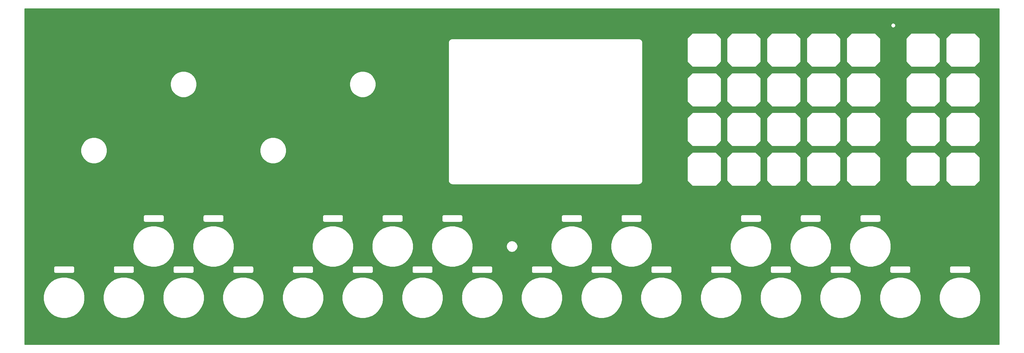
<source format=gbr>
%TF.GenerationSoftware,KiCad,Pcbnew,5.1.6*%
%TF.CreationDate,2020-11-05T19:36:39+01:00*%
%TF.ProjectId,OTTO_FrontPanel_SMD,4f54544f-5f46-4726-9f6e-7450616e656c,rev?*%
%TF.SameCoordinates,Original*%
%TF.FileFunction,Copper,L1,Top*%
%TF.FilePolarity,Positive*%
%FSLAX46Y46*%
G04 Gerber Fmt 4.6, Leading zero omitted, Abs format (unit mm)*
G04 Created by KiCad (PCBNEW 5.1.6) date 2020-11-05 19:36:39*
%MOMM*%
%LPD*%
G01*
G04 APERTURE LIST*
%TA.AperFunction,NonConductor*%
%ADD10C,0.250000*%
%TD*%
G04 APERTURE END LIST*
D10*
G36*
X308020000Y-110150000D02*
G01*
X14380000Y-110150000D01*
X14380000Y-95486891D01*
X19975000Y-95486891D01*
X19975000Y-96713109D01*
X20214223Y-97915765D01*
X20683477Y-99048643D01*
X21364727Y-100068206D01*
X22231794Y-100935273D01*
X23251357Y-101616523D01*
X24384235Y-102085777D01*
X25586891Y-102325000D01*
X26813109Y-102325000D01*
X28015765Y-102085777D01*
X29148643Y-101616523D01*
X30168206Y-100935273D01*
X31035273Y-100068206D01*
X31716523Y-99048643D01*
X32185777Y-97915765D01*
X32425000Y-96713109D01*
X32425000Y-95486891D01*
X37975000Y-95486891D01*
X37975000Y-96713109D01*
X38214223Y-97915765D01*
X38683477Y-99048643D01*
X39364727Y-100068206D01*
X40231794Y-100935273D01*
X41251357Y-101616523D01*
X42384235Y-102085777D01*
X43586891Y-102325000D01*
X44813109Y-102325000D01*
X46015765Y-102085777D01*
X47148643Y-101616523D01*
X48168206Y-100935273D01*
X49035273Y-100068206D01*
X49716523Y-99048643D01*
X50185777Y-97915765D01*
X50425000Y-96713109D01*
X50425000Y-95486891D01*
X55975000Y-95486891D01*
X55975000Y-96713109D01*
X56214223Y-97915765D01*
X56683477Y-99048643D01*
X57364727Y-100068206D01*
X58231794Y-100935273D01*
X59251357Y-101616523D01*
X60384235Y-102085777D01*
X61586891Y-102325000D01*
X62813109Y-102325000D01*
X64015765Y-102085777D01*
X65148643Y-101616523D01*
X66168206Y-100935273D01*
X67035273Y-100068206D01*
X67716523Y-99048643D01*
X68185777Y-97915765D01*
X68425000Y-96713109D01*
X68425000Y-95486891D01*
X73975000Y-95486891D01*
X73975000Y-96713109D01*
X74214223Y-97915765D01*
X74683477Y-99048643D01*
X75364727Y-100068206D01*
X76231794Y-100935273D01*
X77251357Y-101616523D01*
X78384235Y-102085777D01*
X79586891Y-102325000D01*
X80813109Y-102325000D01*
X82015765Y-102085777D01*
X83148643Y-101616523D01*
X84168206Y-100935273D01*
X85035273Y-100068206D01*
X85716523Y-99048643D01*
X86185777Y-97915765D01*
X86425000Y-96713109D01*
X86425000Y-95486891D01*
X91975000Y-95486891D01*
X91975000Y-96713109D01*
X92214223Y-97915765D01*
X92683477Y-99048643D01*
X93364727Y-100068206D01*
X94231794Y-100935273D01*
X95251357Y-101616523D01*
X96384235Y-102085777D01*
X97586891Y-102325000D01*
X98813109Y-102325000D01*
X100015765Y-102085777D01*
X101148643Y-101616523D01*
X102168206Y-100935273D01*
X103035273Y-100068206D01*
X103716523Y-99048643D01*
X104185777Y-97915765D01*
X104425000Y-96713109D01*
X104425000Y-95486891D01*
X109975000Y-95486891D01*
X109975000Y-96713109D01*
X110214223Y-97915765D01*
X110683477Y-99048643D01*
X111364727Y-100068206D01*
X112231794Y-100935273D01*
X113251357Y-101616523D01*
X114384235Y-102085777D01*
X115586891Y-102325000D01*
X116813109Y-102325000D01*
X118015765Y-102085777D01*
X119148643Y-101616523D01*
X120168206Y-100935273D01*
X121035273Y-100068206D01*
X121716523Y-99048643D01*
X122185777Y-97915765D01*
X122425000Y-96713109D01*
X122425000Y-95486891D01*
X127975000Y-95486891D01*
X127975000Y-96713109D01*
X128214223Y-97915765D01*
X128683477Y-99048643D01*
X129364727Y-100068206D01*
X130231794Y-100935273D01*
X131251357Y-101616523D01*
X132384235Y-102085777D01*
X133586891Y-102325000D01*
X134813109Y-102325000D01*
X136015765Y-102085777D01*
X137148643Y-101616523D01*
X138168206Y-100935273D01*
X139035273Y-100068206D01*
X139716523Y-99048643D01*
X140185777Y-97915765D01*
X140425000Y-96713109D01*
X140425000Y-95486891D01*
X145975000Y-95486891D01*
X145975000Y-96713109D01*
X146214223Y-97915765D01*
X146683477Y-99048643D01*
X147364727Y-100068206D01*
X148231794Y-100935273D01*
X149251357Y-101616523D01*
X150384235Y-102085777D01*
X151586891Y-102325000D01*
X152813109Y-102325000D01*
X154015765Y-102085777D01*
X155148643Y-101616523D01*
X156168206Y-100935273D01*
X157035273Y-100068206D01*
X157716523Y-99048643D01*
X158185777Y-97915765D01*
X158425000Y-96713109D01*
X158425000Y-95486891D01*
X163975000Y-95486891D01*
X163975000Y-96713109D01*
X164214223Y-97915765D01*
X164683477Y-99048643D01*
X165364727Y-100068206D01*
X166231794Y-100935273D01*
X167251357Y-101616523D01*
X168384235Y-102085777D01*
X169586891Y-102325000D01*
X170813109Y-102325000D01*
X172015765Y-102085777D01*
X173148643Y-101616523D01*
X174168206Y-100935273D01*
X175035273Y-100068206D01*
X175716523Y-99048643D01*
X176185777Y-97915765D01*
X176425000Y-96713109D01*
X176425000Y-95486891D01*
X181975000Y-95486891D01*
X181975000Y-96713109D01*
X182214223Y-97915765D01*
X182683477Y-99048643D01*
X183364727Y-100068206D01*
X184231794Y-100935273D01*
X185251357Y-101616523D01*
X186384235Y-102085777D01*
X187586891Y-102325000D01*
X188813109Y-102325000D01*
X190015765Y-102085777D01*
X191148643Y-101616523D01*
X192168206Y-100935273D01*
X193035273Y-100068206D01*
X193716523Y-99048643D01*
X194185777Y-97915765D01*
X194425000Y-96713109D01*
X194425000Y-95486891D01*
X199975000Y-95486891D01*
X199975000Y-96713109D01*
X200214223Y-97915765D01*
X200683477Y-99048643D01*
X201364727Y-100068206D01*
X202231794Y-100935273D01*
X203251357Y-101616523D01*
X204384235Y-102085777D01*
X205586891Y-102325000D01*
X206813109Y-102325000D01*
X208015765Y-102085777D01*
X209148643Y-101616523D01*
X210168206Y-100935273D01*
X211035273Y-100068206D01*
X211716523Y-99048643D01*
X212185777Y-97915765D01*
X212425000Y-96713109D01*
X212425000Y-95486891D01*
X217975000Y-95486891D01*
X217975000Y-96713109D01*
X218214223Y-97915765D01*
X218683477Y-99048643D01*
X219364727Y-100068206D01*
X220231794Y-100935273D01*
X221251357Y-101616523D01*
X222384235Y-102085777D01*
X223586891Y-102325000D01*
X224813109Y-102325000D01*
X226015765Y-102085777D01*
X227148643Y-101616523D01*
X228168206Y-100935273D01*
X229035273Y-100068206D01*
X229716523Y-99048643D01*
X230185777Y-97915765D01*
X230425000Y-96713109D01*
X230425000Y-95486891D01*
X235975000Y-95486891D01*
X235975000Y-96713109D01*
X236214223Y-97915765D01*
X236683477Y-99048643D01*
X237364727Y-100068206D01*
X238231794Y-100935273D01*
X239251357Y-101616523D01*
X240384235Y-102085777D01*
X241586891Y-102325000D01*
X242813109Y-102325000D01*
X244015765Y-102085777D01*
X245148643Y-101616523D01*
X246168206Y-100935273D01*
X247035273Y-100068206D01*
X247716523Y-99048643D01*
X248185777Y-97915765D01*
X248425000Y-96713109D01*
X248425000Y-95486891D01*
X253975000Y-95486891D01*
X253975000Y-96713109D01*
X254214223Y-97915765D01*
X254683477Y-99048643D01*
X255364727Y-100068206D01*
X256231794Y-100935273D01*
X257251357Y-101616523D01*
X258384235Y-102085777D01*
X259586891Y-102325000D01*
X260813109Y-102325000D01*
X262015765Y-102085777D01*
X263148643Y-101616523D01*
X264168206Y-100935273D01*
X265035273Y-100068206D01*
X265716523Y-99048643D01*
X266185777Y-97915765D01*
X266425000Y-96713109D01*
X266425000Y-95486891D01*
X271975000Y-95486891D01*
X271975000Y-96713109D01*
X272214223Y-97915765D01*
X272683477Y-99048643D01*
X273364727Y-100068206D01*
X274231794Y-100935273D01*
X275251357Y-101616523D01*
X276384235Y-102085777D01*
X277586891Y-102325000D01*
X278813109Y-102325000D01*
X280015765Y-102085777D01*
X281148643Y-101616523D01*
X282168206Y-100935273D01*
X283035273Y-100068206D01*
X283716523Y-99048643D01*
X284185777Y-97915765D01*
X284425000Y-96713109D01*
X284425000Y-95486891D01*
X289975000Y-95486891D01*
X289975000Y-96713109D01*
X290214223Y-97915765D01*
X290683477Y-99048643D01*
X291364727Y-100068206D01*
X292231794Y-100935273D01*
X293251357Y-101616523D01*
X294384235Y-102085777D01*
X295586891Y-102325000D01*
X296813109Y-102325000D01*
X298015765Y-102085777D01*
X299148643Y-101616523D01*
X300168206Y-100935273D01*
X301035273Y-100068206D01*
X301716523Y-99048643D01*
X302185777Y-97915765D01*
X302425000Y-96713109D01*
X302425000Y-95486891D01*
X302185777Y-94284235D01*
X301716523Y-93151357D01*
X301035273Y-92131794D01*
X300168206Y-91264727D01*
X299148643Y-90583477D01*
X298015765Y-90114223D01*
X296813109Y-89875000D01*
X295586891Y-89875000D01*
X294384235Y-90114223D01*
X293251357Y-90583477D01*
X292231794Y-91264727D01*
X291364727Y-92131794D01*
X290683477Y-93151357D01*
X290214223Y-94284235D01*
X289975000Y-95486891D01*
X284425000Y-95486891D01*
X284185777Y-94284235D01*
X283716523Y-93151357D01*
X283035273Y-92131794D01*
X282168206Y-91264727D01*
X281148643Y-90583477D01*
X280015765Y-90114223D01*
X278813109Y-89875000D01*
X277586891Y-89875000D01*
X276384235Y-90114223D01*
X275251357Y-90583477D01*
X274231794Y-91264727D01*
X273364727Y-92131794D01*
X272683477Y-93151357D01*
X272214223Y-94284235D01*
X271975000Y-95486891D01*
X266425000Y-95486891D01*
X266185777Y-94284235D01*
X265716523Y-93151357D01*
X265035273Y-92131794D01*
X264168206Y-91264727D01*
X263148643Y-90583477D01*
X262015765Y-90114223D01*
X260813109Y-89875000D01*
X259586891Y-89875000D01*
X258384235Y-90114223D01*
X257251357Y-90583477D01*
X256231794Y-91264727D01*
X255364727Y-92131794D01*
X254683477Y-93151357D01*
X254214223Y-94284235D01*
X253975000Y-95486891D01*
X248425000Y-95486891D01*
X248185777Y-94284235D01*
X247716523Y-93151357D01*
X247035273Y-92131794D01*
X246168206Y-91264727D01*
X245148643Y-90583477D01*
X244015765Y-90114223D01*
X242813109Y-89875000D01*
X241586891Y-89875000D01*
X240384235Y-90114223D01*
X239251357Y-90583477D01*
X238231794Y-91264727D01*
X237364727Y-92131794D01*
X236683477Y-93151357D01*
X236214223Y-94284235D01*
X235975000Y-95486891D01*
X230425000Y-95486891D01*
X230185777Y-94284235D01*
X229716523Y-93151357D01*
X229035273Y-92131794D01*
X228168206Y-91264727D01*
X227148643Y-90583477D01*
X226015765Y-90114223D01*
X224813109Y-89875000D01*
X223586891Y-89875000D01*
X222384235Y-90114223D01*
X221251357Y-90583477D01*
X220231794Y-91264727D01*
X219364727Y-92131794D01*
X218683477Y-93151357D01*
X218214223Y-94284235D01*
X217975000Y-95486891D01*
X212425000Y-95486891D01*
X212185777Y-94284235D01*
X211716523Y-93151357D01*
X211035273Y-92131794D01*
X210168206Y-91264727D01*
X209148643Y-90583477D01*
X208015765Y-90114223D01*
X206813109Y-89875000D01*
X205586891Y-89875000D01*
X204384235Y-90114223D01*
X203251357Y-90583477D01*
X202231794Y-91264727D01*
X201364727Y-92131794D01*
X200683477Y-93151357D01*
X200214223Y-94284235D01*
X199975000Y-95486891D01*
X194425000Y-95486891D01*
X194185777Y-94284235D01*
X193716523Y-93151357D01*
X193035273Y-92131794D01*
X192168206Y-91264727D01*
X191148643Y-90583477D01*
X190015765Y-90114223D01*
X188813109Y-89875000D01*
X187586891Y-89875000D01*
X186384235Y-90114223D01*
X185251357Y-90583477D01*
X184231794Y-91264727D01*
X183364727Y-92131794D01*
X182683477Y-93151357D01*
X182214223Y-94284235D01*
X181975000Y-95486891D01*
X176425000Y-95486891D01*
X176185777Y-94284235D01*
X175716523Y-93151357D01*
X175035273Y-92131794D01*
X174168206Y-91264727D01*
X173148643Y-90583477D01*
X172015765Y-90114223D01*
X170813109Y-89875000D01*
X169586891Y-89875000D01*
X168384235Y-90114223D01*
X167251357Y-90583477D01*
X166231794Y-91264727D01*
X165364727Y-92131794D01*
X164683477Y-93151357D01*
X164214223Y-94284235D01*
X163975000Y-95486891D01*
X158425000Y-95486891D01*
X158185777Y-94284235D01*
X157716523Y-93151357D01*
X157035273Y-92131794D01*
X156168206Y-91264727D01*
X155148643Y-90583477D01*
X154015765Y-90114223D01*
X152813109Y-89875000D01*
X151586891Y-89875000D01*
X150384235Y-90114223D01*
X149251357Y-90583477D01*
X148231794Y-91264727D01*
X147364727Y-92131794D01*
X146683477Y-93151357D01*
X146214223Y-94284235D01*
X145975000Y-95486891D01*
X140425000Y-95486891D01*
X140185777Y-94284235D01*
X139716523Y-93151357D01*
X139035273Y-92131794D01*
X138168206Y-91264727D01*
X137148643Y-90583477D01*
X136015765Y-90114223D01*
X134813109Y-89875000D01*
X133586891Y-89875000D01*
X132384235Y-90114223D01*
X131251357Y-90583477D01*
X130231794Y-91264727D01*
X129364727Y-92131794D01*
X128683477Y-93151357D01*
X128214223Y-94284235D01*
X127975000Y-95486891D01*
X122425000Y-95486891D01*
X122185777Y-94284235D01*
X121716523Y-93151357D01*
X121035273Y-92131794D01*
X120168206Y-91264727D01*
X119148643Y-90583477D01*
X118015765Y-90114223D01*
X116813109Y-89875000D01*
X115586891Y-89875000D01*
X114384235Y-90114223D01*
X113251357Y-90583477D01*
X112231794Y-91264727D01*
X111364727Y-92131794D01*
X110683477Y-93151357D01*
X110214223Y-94284235D01*
X109975000Y-95486891D01*
X104425000Y-95486891D01*
X104185777Y-94284235D01*
X103716523Y-93151357D01*
X103035273Y-92131794D01*
X102168206Y-91264727D01*
X101148643Y-90583477D01*
X100015765Y-90114223D01*
X98813109Y-89875000D01*
X97586891Y-89875000D01*
X96384235Y-90114223D01*
X95251357Y-90583477D01*
X94231794Y-91264727D01*
X93364727Y-92131794D01*
X92683477Y-93151357D01*
X92214223Y-94284235D01*
X91975000Y-95486891D01*
X86425000Y-95486891D01*
X86185777Y-94284235D01*
X85716523Y-93151357D01*
X85035273Y-92131794D01*
X84168206Y-91264727D01*
X83148643Y-90583477D01*
X82015765Y-90114223D01*
X80813109Y-89875000D01*
X79586891Y-89875000D01*
X78384235Y-90114223D01*
X77251357Y-90583477D01*
X76231794Y-91264727D01*
X75364727Y-92131794D01*
X74683477Y-93151357D01*
X74214223Y-94284235D01*
X73975000Y-95486891D01*
X68425000Y-95486891D01*
X68185777Y-94284235D01*
X67716523Y-93151357D01*
X67035273Y-92131794D01*
X66168206Y-91264727D01*
X65148643Y-90583477D01*
X64015765Y-90114223D01*
X62813109Y-89875000D01*
X61586891Y-89875000D01*
X60384235Y-90114223D01*
X59251357Y-90583477D01*
X58231794Y-91264727D01*
X57364727Y-92131794D01*
X56683477Y-93151357D01*
X56214223Y-94284235D01*
X55975000Y-95486891D01*
X50425000Y-95486891D01*
X50185777Y-94284235D01*
X49716523Y-93151357D01*
X49035273Y-92131794D01*
X48168206Y-91264727D01*
X47148643Y-90583477D01*
X46015765Y-90114223D01*
X44813109Y-89875000D01*
X43586891Y-89875000D01*
X42384235Y-90114223D01*
X41251357Y-90583477D01*
X40231794Y-91264727D01*
X39364727Y-92131794D01*
X38683477Y-93151357D01*
X38214223Y-94284235D01*
X37975000Y-95486891D01*
X32425000Y-95486891D01*
X32185777Y-94284235D01*
X31716523Y-93151357D01*
X31035273Y-92131794D01*
X30168206Y-91264727D01*
X29148643Y-90583477D01*
X28015765Y-90114223D01*
X26813109Y-89875000D01*
X25586891Y-89875000D01*
X24384235Y-90114223D01*
X23251357Y-90583477D01*
X22231794Y-91264727D01*
X21364727Y-92131794D01*
X20683477Y-93151357D01*
X20214223Y-94284235D01*
X19975000Y-95486891D01*
X14380000Y-95486891D01*
X14380000Y-87060000D01*
X23075000Y-87060000D01*
X23075000Y-88140000D01*
X23075765Y-88153804D01*
X23085765Y-88243804D01*
X23086701Y-88250550D01*
X23096701Y-88310550D01*
X23103940Y-88336424D01*
X23123940Y-88386424D01*
X23132813Y-88404312D01*
X23162813Y-88454312D01*
X23172391Y-88468087D01*
X23212391Y-88518087D01*
X23221612Y-88528388D01*
X23261612Y-88568388D01*
X23271913Y-88577609D01*
X23321913Y-88617609D01*
X23344098Y-88631803D01*
X23444098Y-88681803D01*
X23469683Y-88691268D01*
X23509683Y-88701268D01*
X23519450Y-88703299D01*
X23579450Y-88713299D01*
X23584496Y-88714035D01*
X23664496Y-88724035D01*
X23680000Y-88725000D01*
X28740000Y-88725000D01*
X28759007Y-88723546D01*
X28889007Y-88703546D01*
X28900317Y-88701268D01*
X28940317Y-88691268D01*
X28970705Y-88679270D01*
X29060705Y-88629270D01*
X29081349Y-88614907D01*
X29151349Y-88554907D01*
X29166028Y-88540023D01*
X29216028Y-88480023D01*
X29224006Y-88469338D01*
X29264006Y-88409338D01*
X29270420Y-88398586D01*
X29279728Y-88375918D01*
X29309728Y-88275918D01*
X29314682Y-88248906D01*
X29324682Y-88108906D01*
X29325000Y-88100000D01*
X29325000Y-87070000D01*
X29324723Y-87061685D01*
X29324611Y-87060000D01*
X41075000Y-87060000D01*
X41075000Y-88140000D01*
X41075765Y-88153804D01*
X41085765Y-88243804D01*
X41086701Y-88250550D01*
X41096701Y-88310550D01*
X41103940Y-88336424D01*
X41123940Y-88386424D01*
X41132813Y-88404312D01*
X41162813Y-88454312D01*
X41172391Y-88468087D01*
X41212391Y-88518087D01*
X41221612Y-88528388D01*
X41261612Y-88568388D01*
X41271913Y-88577609D01*
X41321913Y-88617609D01*
X41344098Y-88631803D01*
X41444098Y-88681803D01*
X41469683Y-88691268D01*
X41509683Y-88701268D01*
X41519450Y-88703299D01*
X41579450Y-88713299D01*
X41584496Y-88714035D01*
X41664496Y-88724035D01*
X41680000Y-88725000D01*
X46740000Y-88725000D01*
X46759007Y-88723546D01*
X46889007Y-88703546D01*
X46900317Y-88701268D01*
X46940317Y-88691268D01*
X46970705Y-88679270D01*
X47060705Y-88629270D01*
X47081349Y-88614907D01*
X47151349Y-88554907D01*
X47166028Y-88540023D01*
X47216028Y-88480023D01*
X47224006Y-88469338D01*
X47264006Y-88409338D01*
X47270420Y-88398586D01*
X47279728Y-88375918D01*
X47309728Y-88275918D01*
X47314682Y-88248906D01*
X47324682Y-88108906D01*
X47325000Y-88100000D01*
X47325000Y-87070000D01*
X47324723Y-87061685D01*
X47324611Y-87060000D01*
X59075000Y-87060000D01*
X59075000Y-88140000D01*
X59075765Y-88153804D01*
X59085765Y-88243804D01*
X59086701Y-88250550D01*
X59096701Y-88310550D01*
X59103940Y-88336424D01*
X59123940Y-88386424D01*
X59132813Y-88404312D01*
X59162813Y-88454312D01*
X59172391Y-88468087D01*
X59212391Y-88518087D01*
X59221612Y-88528388D01*
X59261612Y-88568388D01*
X59271913Y-88577609D01*
X59321913Y-88617609D01*
X59344098Y-88631803D01*
X59444098Y-88681803D01*
X59469683Y-88691268D01*
X59509683Y-88701268D01*
X59519450Y-88703299D01*
X59579450Y-88713299D01*
X59584496Y-88714035D01*
X59664496Y-88724035D01*
X59680000Y-88725000D01*
X64740000Y-88725000D01*
X64759007Y-88723546D01*
X64889007Y-88703546D01*
X64900317Y-88701268D01*
X64940317Y-88691268D01*
X64970705Y-88679270D01*
X65060705Y-88629270D01*
X65081349Y-88614907D01*
X65151349Y-88554907D01*
X65166028Y-88540023D01*
X65216028Y-88480023D01*
X65224006Y-88469338D01*
X65264006Y-88409338D01*
X65270420Y-88398586D01*
X65279728Y-88375918D01*
X65309728Y-88275918D01*
X65314682Y-88248906D01*
X65324682Y-88108906D01*
X65325000Y-88100000D01*
X65325000Y-87070000D01*
X65324723Y-87061685D01*
X65324611Y-87060000D01*
X77075000Y-87060000D01*
X77075000Y-88140000D01*
X77075765Y-88153804D01*
X77085765Y-88243804D01*
X77086701Y-88250550D01*
X77096701Y-88310550D01*
X77103940Y-88336424D01*
X77123940Y-88386424D01*
X77132813Y-88404312D01*
X77162813Y-88454312D01*
X77172391Y-88468087D01*
X77212391Y-88518087D01*
X77221612Y-88528388D01*
X77261612Y-88568388D01*
X77271913Y-88577609D01*
X77321913Y-88617609D01*
X77344098Y-88631803D01*
X77444098Y-88681803D01*
X77469683Y-88691268D01*
X77509683Y-88701268D01*
X77519450Y-88703299D01*
X77579450Y-88713299D01*
X77584496Y-88714035D01*
X77664496Y-88724035D01*
X77680000Y-88725000D01*
X82740000Y-88725000D01*
X82759007Y-88723546D01*
X82889007Y-88703546D01*
X82900317Y-88701268D01*
X82940317Y-88691268D01*
X82970705Y-88679270D01*
X83060705Y-88629270D01*
X83081349Y-88614907D01*
X83151349Y-88554907D01*
X83166028Y-88540023D01*
X83216028Y-88480023D01*
X83224006Y-88469338D01*
X83264006Y-88409338D01*
X83270420Y-88398586D01*
X83279728Y-88375918D01*
X83309728Y-88275918D01*
X83314682Y-88248906D01*
X83324682Y-88108906D01*
X83325000Y-88100000D01*
X83325000Y-87070000D01*
X83324723Y-87061685D01*
X83324611Y-87060000D01*
X95075000Y-87060000D01*
X95075000Y-88140000D01*
X95075765Y-88153804D01*
X95085765Y-88243804D01*
X95086701Y-88250550D01*
X95096701Y-88310550D01*
X95103940Y-88336424D01*
X95123940Y-88386424D01*
X95132813Y-88404312D01*
X95162813Y-88454312D01*
X95172391Y-88468087D01*
X95212391Y-88518087D01*
X95221612Y-88528388D01*
X95261612Y-88568388D01*
X95271913Y-88577609D01*
X95321913Y-88617609D01*
X95344098Y-88631803D01*
X95444098Y-88681803D01*
X95469683Y-88691268D01*
X95509683Y-88701268D01*
X95519450Y-88703299D01*
X95579450Y-88713299D01*
X95584496Y-88714035D01*
X95664496Y-88724035D01*
X95680000Y-88725000D01*
X100740000Y-88725000D01*
X100759007Y-88723546D01*
X100889007Y-88703546D01*
X100900317Y-88701268D01*
X100940317Y-88691268D01*
X100970705Y-88679270D01*
X101060705Y-88629270D01*
X101081349Y-88614907D01*
X101151349Y-88554907D01*
X101166028Y-88540023D01*
X101216028Y-88480023D01*
X101224006Y-88469338D01*
X101264006Y-88409338D01*
X101270420Y-88398586D01*
X101279728Y-88375918D01*
X101309728Y-88275918D01*
X101314682Y-88248906D01*
X101324682Y-88108906D01*
X101325000Y-88100000D01*
X101325000Y-87070000D01*
X101324723Y-87061685D01*
X101324611Y-87060000D01*
X113075000Y-87060000D01*
X113075000Y-88140000D01*
X113075765Y-88153804D01*
X113085765Y-88243804D01*
X113086701Y-88250550D01*
X113096701Y-88310550D01*
X113103940Y-88336424D01*
X113123940Y-88386424D01*
X113132813Y-88404312D01*
X113162813Y-88454312D01*
X113172391Y-88468087D01*
X113212391Y-88518087D01*
X113221612Y-88528388D01*
X113261612Y-88568388D01*
X113271913Y-88577609D01*
X113321913Y-88617609D01*
X113344098Y-88631803D01*
X113444098Y-88681803D01*
X113469683Y-88691268D01*
X113509683Y-88701268D01*
X113519450Y-88703299D01*
X113579450Y-88713299D01*
X113584496Y-88714035D01*
X113664496Y-88724035D01*
X113680000Y-88725000D01*
X118740000Y-88725000D01*
X118759007Y-88723546D01*
X118889007Y-88703546D01*
X118900317Y-88701268D01*
X118940317Y-88691268D01*
X118970705Y-88679270D01*
X119060705Y-88629270D01*
X119081349Y-88614907D01*
X119151349Y-88554907D01*
X119166028Y-88540023D01*
X119216028Y-88480023D01*
X119224006Y-88469338D01*
X119264006Y-88409338D01*
X119270420Y-88398586D01*
X119279728Y-88375918D01*
X119309728Y-88275918D01*
X119314682Y-88248906D01*
X119324682Y-88108906D01*
X119325000Y-88100000D01*
X119325000Y-87070000D01*
X119324723Y-87061685D01*
X119324611Y-87060000D01*
X131075000Y-87060000D01*
X131075000Y-88140000D01*
X131075765Y-88153804D01*
X131085765Y-88243804D01*
X131086701Y-88250550D01*
X131096701Y-88310550D01*
X131103940Y-88336424D01*
X131123940Y-88386424D01*
X131132813Y-88404312D01*
X131162813Y-88454312D01*
X131172391Y-88468087D01*
X131212391Y-88518087D01*
X131221612Y-88528388D01*
X131261612Y-88568388D01*
X131271913Y-88577609D01*
X131321913Y-88617609D01*
X131344098Y-88631803D01*
X131444098Y-88681803D01*
X131469683Y-88691268D01*
X131509683Y-88701268D01*
X131519450Y-88703299D01*
X131579450Y-88713299D01*
X131584496Y-88714035D01*
X131664496Y-88724035D01*
X131680000Y-88725000D01*
X136740000Y-88725000D01*
X136759007Y-88723546D01*
X136889007Y-88703546D01*
X136900317Y-88701268D01*
X136940317Y-88691268D01*
X136970705Y-88679270D01*
X137060705Y-88629270D01*
X137081349Y-88614907D01*
X137151349Y-88554907D01*
X137166028Y-88540023D01*
X137216028Y-88480023D01*
X137224006Y-88469338D01*
X137264006Y-88409338D01*
X137270420Y-88398586D01*
X137279728Y-88375918D01*
X137309728Y-88275918D01*
X137314682Y-88248906D01*
X137324682Y-88108906D01*
X137325000Y-88100000D01*
X137325000Y-87070000D01*
X137324723Y-87061685D01*
X137324611Y-87060000D01*
X149075000Y-87060000D01*
X149075000Y-88140000D01*
X149075765Y-88153804D01*
X149085765Y-88243804D01*
X149086701Y-88250550D01*
X149096701Y-88310550D01*
X149103940Y-88336424D01*
X149123940Y-88386424D01*
X149132813Y-88404312D01*
X149162813Y-88454312D01*
X149172391Y-88468087D01*
X149212391Y-88518087D01*
X149221612Y-88528388D01*
X149261612Y-88568388D01*
X149271913Y-88577609D01*
X149321913Y-88617609D01*
X149344098Y-88631803D01*
X149444098Y-88681803D01*
X149469683Y-88691268D01*
X149509683Y-88701268D01*
X149519450Y-88703299D01*
X149579450Y-88713299D01*
X149584496Y-88714035D01*
X149664496Y-88724035D01*
X149680000Y-88725000D01*
X154740000Y-88725000D01*
X154759007Y-88723546D01*
X154889007Y-88703546D01*
X154900317Y-88701268D01*
X154940317Y-88691268D01*
X154970705Y-88679270D01*
X155060705Y-88629270D01*
X155081349Y-88614907D01*
X155151349Y-88554907D01*
X155166028Y-88540023D01*
X155216028Y-88480023D01*
X155224006Y-88469338D01*
X155264006Y-88409338D01*
X155270420Y-88398586D01*
X155279728Y-88375918D01*
X155309728Y-88275918D01*
X155314682Y-88248906D01*
X155324682Y-88108906D01*
X155325000Y-88100000D01*
X155325000Y-87070000D01*
X155324723Y-87061685D01*
X155324611Y-87060000D01*
X167075000Y-87060000D01*
X167075000Y-88140000D01*
X167075765Y-88153804D01*
X167085765Y-88243804D01*
X167086701Y-88250550D01*
X167096701Y-88310550D01*
X167103940Y-88336424D01*
X167123940Y-88386424D01*
X167132813Y-88404312D01*
X167162813Y-88454312D01*
X167172391Y-88468087D01*
X167212391Y-88518087D01*
X167221612Y-88528388D01*
X167261612Y-88568388D01*
X167271913Y-88577609D01*
X167321913Y-88617609D01*
X167344098Y-88631803D01*
X167444098Y-88681803D01*
X167469683Y-88691268D01*
X167509683Y-88701268D01*
X167519450Y-88703299D01*
X167579450Y-88713299D01*
X167584496Y-88714035D01*
X167664496Y-88724035D01*
X167680000Y-88725000D01*
X172740000Y-88725000D01*
X172759007Y-88723546D01*
X172889007Y-88703546D01*
X172900317Y-88701268D01*
X172940317Y-88691268D01*
X172970705Y-88679270D01*
X173060705Y-88629270D01*
X173081349Y-88614907D01*
X173151349Y-88554907D01*
X173166028Y-88540023D01*
X173216028Y-88480023D01*
X173224006Y-88469338D01*
X173264006Y-88409338D01*
X173270420Y-88398586D01*
X173279728Y-88375918D01*
X173309728Y-88275918D01*
X173314682Y-88248906D01*
X173324682Y-88108906D01*
X173325000Y-88100000D01*
X173325000Y-87070000D01*
X173324723Y-87061685D01*
X173324611Y-87060000D01*
X185075000Y-87060000D01*
X185075000Y-88140000D01*
X185075765Y-88153804D01*
X185085765Y-88243804D01*
X185086701Y-88250550D01*
X185096701Y-88310550D01*
X185103940Y-88336424D01*
X185123940Y-88386424D01*
X185132813Y-88404312D01*
X185162813Y-88454312D01*
X185172391Y-88468087D01*
X185212391Y-88518087D01*
X185221612Y-88528388D01*
X185261612Y-88568388D01*
X185271913Y-88577609D01*
X185321913Y-88617609D01*
X185344098Y-88631803D01*
X185444098Y-88681803D01*
X185469683Y-88691268D01*
X185509683Y-88701268D01*
X185519450Y-88703299D01*
X185579450Y-88713299D01*
X185584496Y-88714035D01*
X185664496Y-88724035D01*
X185680000Y-88725000D01*
X190740000Y-88725000D01*
X190759007Y-88723546D01*
X190889007Y-88703546D01*
X190900317Y-88701268D01*
X190940317Y-88691268D01*
X190970705Y-88679270D01*
X191060705Y-88629270D01*
X191081349Y-88614907D01*
X191151349Y-88554907D01*
X191166028Y-88540023D01*
X191216028Y-88480023D01*
X191224006Y-88469338D01*
X191264006Y-88409338D01*
X191270420Y-88398586D01*
X191279728Y-88375918D01*
X191309728Y-88275918D01*
X191314682Y-88248906D01*
X191324682Y-88108906D01*
X191325000Y-88100000D01*
X191325000Y-87070000D01*
X191324723Y-87061685D01*
X191324611Y-87060000D01*
X203075000Y-87060000D01*
X203075000Y-88140000D01*
X203075765Y-88153804D01*
X203085765Y-88243804D01*
X203086701Y-88250550D01*
X203096701Y-88310550D01*
X203103940Y-88336424D01*
X203123940Y-88386424D01*
X203132813Y-88404312D01*
X203162813Y-88454312D01*
X203172391Y-88468087D01*
X203212391Y-88518087D01*
X203221612Y-88528388D01*
X203261612Y-88568388D01*
X203271913Y-88577609D01*
X203321913Y-88617609D01*
X203344098Y-88631803D01*
X203444098Y-88681803D01*
X203469683Y-88691268D01*
X203509683Y-88701268D01*
X203519450Y-88703299D01*
X203579450Y-88713299D01*
X203584496Y-88714035D01*
X203664496Y-88724035D01*
X203680000Y-88725000D01*
X208740000Y-88725000D01*
X208759007Y-88723546D01*
X208889007Y-88703546D01*
X208900317Y-88701268D01*
X208940317Y-88691268D01*
X208970705Y-88679270D01*
X209060705Y-88629270D01*
X209081349Y-88614907D01*
X209151349Y-88554907D01*
X209166028Y-88540023D01*
X209216028Y-88480023D01*
X209224006Y-88469338D01*
X209264006Y-88409338D01*
X209270420Y-88398586D01*
X209279728Y-88375918D01*
X209309728Y-88275918D01*
X209314682Y-88248906D01*
X209324682Y-88108906D01*
X209325000Y-88100000D01*
X209325000Y-87070000D01*
X209324723Y-87061685D01*
X209324611Y-87060000D01*
X221075000Y-87060000D01*
X221075000Y-88140000D01*
X221075765Y-88153804D01*
X221085765Y-88243804D01*
X221086701Y-88250550D01*
X221096701Y-88310550D01*
X221103940Y-88336424D01*
X221123940Y-88386424D01*
X221132813Y-88404312D01*
X221162813Y-88454312D01*
X221172391Y-88468087D01*
X221212391Y-88518087D01*
X221221612Y-88528388D01*
X221261612Y-88568388D01*
X221271913Y-88577609D01*
X221321913Y-88617609D01*
X221344098Y-88631803D01*
X221444098Y-88681803D01*
X221469683Y-88691268D01*
X221509683Y-88701268D01*
X221519450Y-88703299D01*
X221579450Y-88713299D01*
X221584496Y-88714035D01*
X221664496Y-88724035D01*
X221680000Y-88725000D01*
X226740000Y-88725000D01*
X226759007Y-88723546D01*
X226889007Y-88703546D01*
X226900317Y-88701268D01*
X226940317Y-88691268D01*
X226970705Y-88679270D01*
X227060705Y-88629270D01*
X227081349Y-88614907D01*
X227151349Y-88554907D01*
X227166028Y-88540023D01*
X227216028Y-88480023D01*
X227224006Y-88469338D01*
X227264006Y-88409338D01*
X227270420Y-88398586D01*
X227279728Y-88375918D01*
X227309728Y-88275918D01*
X227314682Y-88248906D01*
X227324682Y-88108906D01*
X227325000Y-88100000D01*
X227325000Y-87070000D01*
X227324723Y-87061685D01*
X227324611Y-87060000D01*
X239075000Y-87060000D01*
X239075000Y-88140000D01*
X239075765Y-88153804D01*
X239085765Y-88243804D01*
X239086701Y-88250550D01*
X239096701Y-88310550D01*
X239103940Y-88336424D01*
X239123940Y-88386424D01*
X239132813Y-88404312D01*
X239162813Y-88454312D01*
X239172391Y-88468087D01*
X239212391Y-88518087D01*
X239221612Y-88528388D01*
X239261612Y-88568388D01*
X239271913Y-88577609D01*
X239321913Y-88617609D01*
X239344098Y-88631803D01*
X239444098Y-88681803D01*
X239469683Y-88691268D01*
X239509683Y-88701268D01*
X239519450Y-88703299D01*
X239579450Y-88713299D01*
X239584496Y-88714035D01*
X239664496Y-88724035D01*
X239680000Y-88725000D01*
X244740000Y-88725000D01*
X244759007Y-88723546D01*
X244889007Y-88703546D01*
X244900317Y-88701268D01*
X244940317Y-88691268D01*
X244970705Y-88679270D01*
X245060705Y-88629270D01*
X245081349Y-88614907D01*
X245151349Y-88554907D01*
X245166028Y-88540023D01*
X245216028Y-88480023D01*
X245224006Y-88469338D01*
X245264006Y-88409338D01*
X245270420Y-88398586D01*
X245279728Y-88375918D01*
X245309728Y-88275918D01*
X245314682Y-88248906D01*
X245324682Y-88108906D01*
X245325000Y-88100000D01*
X245325000Y-87070000D01*
X245324723Y-87061685D01*
X245324611Y-87060000D01*
X257075000Y-87060000D01*
X257075000Y-88140000D01*
X257075765Y-88153804D01*
X257085765Y-88243804D01*
X257086701Y-88250550D01*
X257096701Y-88310550D01*
X257103940Y-88336424D01*
X257123940Y-88386424D01*
X257132813Y-88404312D01*
X257162813Y-88454312D01*
X257172391Y-88468087D01*
X257212391Y-88518087D01*
X257221612Y-88528388D01*
X257261612Y-88568388D01*
X257271913Y-88577609D01*
X257321913Y-88617609D01*
X257344098Y-88631803D01*
X257444098Y-88681803D01*
X257469683Y-88691268D01*
X257509683Y-88701268D01*
X257519450Y-88703299D01*
X257579450Y-88713299D01*
X257584496Y-88714035D01*
X257664496Y-88724035D01*
X257680000Y-88725000D01*
X262740000Y-88725000D01*
X262759007Y-88723546D01*
X262889007Y-88703546D01*
X262900317Y-88701268D01*
X262940317Y-88691268D01*
X262970705Y-88679270D01*
X263060705Y-88629270D01*
X263081349Y-88614907D01*
X263151349Y-88554907D01*
X263166028Y-88540023D01*
X263216028Y-88480023D01*
X263224006Y-88469338D01*
X263264006Y-88409338D01*
X263270420Y-88398586D01*
X263279728Y-88375918D01*
X263309728Y-88275918D01*
X263314682Y-88248906D01*
X263324682Y-88108906D01*
X263325000Y-88100000D01*
X263325000Y-87070000D01*
X263324723Y-87061685D01*
X263324611Y-87060000D01*
X275075000Y-87060000D01*
X275075000Y-88140000D01*
X275075765Y-88153804D01*
X275085765Y-88243804D01*
X275086701Y-88250550D01*
X275096701Y-88310550D01*
X275103940Y-88336424D01*
X275123940Y-88386424D01*
X275132813Y-88404312D01*
X275162813Y-88454312D01*
X275172391Y-88468087D01*
X275212391Y-88518087D01*
X275221612Y-88528388D01*
X275261612Y-88568388D01*
X275271913Y-88577609D01*
X275321913Y-88617609D01*
X275344098Y-88631803D01*
X275444098Y-88681803D01*
X275469683Y-88691268D01*
X275509683Y-88701268D01*
X275519450Y-88703299D01*
X275579450Y-88713299D01*
X275584496Y-88714035D01*
X275664496Y-88724035D01*
X275680000Y-88725000D01*
X280740000Y-88725000D01*
X280759007Y-88723546D01*
X280889007Y-88703546D01*
X280900317Y-88701268D01*
X280940317Y-88691268D01*
X280970705Y-88679270D01*
X281060705Y-88629270D01*
X281081349Y-88614907D01*
X281151349Y-88554907D01*
X281166028Y-88540023D01*
X281216028Y-88480023D01*
X281224006Y-88469338D01*
X281264006Y-88409338D01*
X281270420Y-88398586D01*
X281279728Y-88375918D01*
X281309728Y-88275918D01*
X281314682Y-88248906D01*
X281324682Y-88108906D01*
X281325000Y-88100000D01*
X281325000Y-87070000D01*
X281324723Y-87061685D01*
X281324611Y-87060000D01*
X293075000Y-87060000D01*
X293075000Y-88140000D01*
X293075765Y-88153804D01*
X293085765Y-88243804D01*
X293086701Y-88250550D01*
X293096701Y-88310550D01*
X293103940Y-88336424D01*
X293123940Y-88386424D01*
X293132813Y-88404312D01*
X293162813Y-88454312D01*
X293172391Y-88468087D01*
X293212391Y-88518087D01*
X293221612Y-88528388D01*
X293261612Y-88568388D01*
X293271913Y-88577609D01*
X293321913Y-88617609D01*
X293344098Y-88631803D01*
X293444098Y-88681803D01*
X293469683Y-88691268D01*
X293509683Y-88701268D01*
X293519450Y-88703299D01*
X293579450Y-88713299D01*
X293584496Y-88714035D01*
X293664496Y-88724035D01*
X293680000Y-88725000D01*
X298740000Y-88725000D01*
X298759007Y-88723546D01*
X298889007Y-88703546D01*
X298900317Y-88701268D01*
X298940317Y-88691268D01*
X298970705Y-88679270D01*
X299060705Y-88629270D01*
X299081349Y-88614907D01*
X299151349Y-88554907D01*
X299166028Y-88540023D01*
X299216028Y-88480023D01*
X299224006Y-88469338D01*
X299264006Y-88409338D01*
X299270420Y-88398586D01*
X299279728Y-88375918D01*
X299309728Y-88275918D01*
X299314682Y-88248906D01*
X299324682Y-88108906D01*
X299325000Y-88100000D01*
X299325000Y-87070000D01*
X299324723Y-87061685D01*
X299314723Y-86911685D01*
X299312886Y-86897110D01*
X299306060Y-86873576D01*
X299286060Y-86823576D01*
X299278530Y-86807983D01*
X299238530Y-86737983D01*
X299226028Y-86719977D01*
X299176028Y-86659977D01*
X299162313Y-86645928D01*
X299082313Y-86575928D01*
X299055902Y-86558197D01*
X298955902Y-86508197D01*
X298946424Y-86503940D01*
X298896424Y-86483940D01*
X298874386Y-86477402D01*
X298850000Y-86475000D01*
X293680000Y-86475000D01*
X293671094Y-86475318D01*
X293531094Y-86485318D01*
X293509683Y-86488732D01*
X293469683Y-86498732D01*
X293453576Y-86503940D01*
X293403576Y-86523940D01*
X293385688Y-86532813D01*
X293335688Y-86562813D01*
X293325000Y-86570000D01*
X293285000Y-86600000D01*
X293271612Y-86611612D01*
X293211612Y-86671612D01*
X293200000Y-86685000D01*
X293170000Y-86725000D01*
X293162813Y-86735688D01*
X293132813Y-86785688D01*
X293121415Y-86810472D01*
X293091415Y-86900472D01*
X293085432Y-86929619D01*
X293075432Y-87049619D01*
X293075000Y-87060000D01*
X281324611Y-87060000D01*
X281314723Y-86911685D01*
X281312886Y-86897110D01*
X281306060Y-86873576D01*
X281286060Y-86823576D01*
X281278530Y-86807983D01*
X281238530Y-86737983D01*
X281226028Y-86719977D01*
X281176028Y-86659977D01*
X281162313Y-86645928D01*
X281082313Y-86575928D01*
X281055902Y-86558197D01*
X280955902Y-86508197D01*
X280946424Y-86503940D01*
X280896424Y-86483940D01*
X280874386Y-86477402D01*
X280850000Y-86475000D01*
X275680000Y-86475000D01*
X275671094Y-86475318D01*
X275531094Y-86485318D01*
X275509683Y-86488732D01*
X275469683Y-86498732D01*
X275453576Y-86503940D01*
X275403576Y-86523940D01*
X275385688Y-86532813D01*
X275335688Y-86562813D01*
X275325000Y-86570000D01*
X275285000Y-86600000D01*
X275271612Y-86611612D01*
X275211612Y-86671612D01*
X275200000Y-86685000D01*
X275170000Y-86725000D01*
X275162813Y-86735688D01*
X275132813Y-86785688D01*
X275121415Y-86810472D01*
X275091415Y-86900472D01*
X275085432Y-86929619D01*
X275075432Y-87049619D01*
X275075000Y-87060000D01*
X263324611Y-87060000D01*
X263314723Y-86911685D01*
X263312886Y-86897110D01*
X263306060Y-86873576D01*
X263286060Y-86823576D01*
X263278530Y-86807983D01*
X263238530Y-86737983D01*
X263226028Y-86719977D01*
X263176028Y-86659977D01*
X263162313Y-86645928D01*
X263082313Y-86575928D01*
X263055902Y-86558197D01*
X262955902Y-86508197D01*
X262946424Y-86503940D01*
X262896424Y-86483940D01*
X262874386Y-86477402D01*
X262850000Y-86475000D01*
X257680000Y-86475000D01*
X257671094Y-86475318D01*
X257531094Y-86485318D01*
X257509683Y-86488732D01*
X257469683Y-86498732D01*
X257453576Y-86503940D01*
X257403576Y-86523940D01*
X257385688Y-86532813D01*
X257335688Y-86562813D01*
X257325000Y-86570000D01*
X257285000Y-86600000D01*
X257271612Y-86611612D01*
X257211612Y-86671612D01*
X257200000Y-86685000D01*
X257170000Y-86725000D01*
X257162813Y-86735688D01*
X257132813Y-86785688D01*
X257121415Y-86810472D01*
X257091415Y-86900472D01*
X257085432Y-86929619D01*
X257075432Y-87049619D01*
X257075000Y-87060000D01*
X245324611Y-87060000D01*
X245314723Y-86911685D01*
X245312886Y-86897110D01*
X245306060Y-86873576D01*
X245286060Y-86823576D01*
X245278530Y-86807983D01*
X245238530Y-86737983D01*
X245226028Y-86719977D01*
X245176028Y-86659977D01*
X245162313Y-86645928D01*
X245082313Y-86575928D01*
X245055902Y-86558197D01*
X244955902Y-86508197D01*
X244946424Y-86503940D01*
X244896424Y-86483940D01*
X244874386Y-86477402D01*
X244850000Y-86475000D01*
X239680000Y-86475000D01*
X239671094Y-86475318D01*
X239531094Y-86485318D01*
X239509683Y-86488732D01*
X239469683Y-86498732D01*
X239453576Y-86503940D01*
X239403576Y-86523940D01*
X239385688Y-86532813D01*
X239335688Y-86562813D01*
X239325000Y-86570000D01*
X239285000Y-86600000D01*
X239271612Y-86611612D01*
X239211612Y-86671612D01*
X239200000Y-86685000D01*
X239170000Y-86725000D01*
X239162813Y-86735688D01*
X239132813Y-86785688D01*
X239121415Y-86810472D01*
X239091415Y-86900472D01*
X239085432Y-86929619D01*
X239075432Y-87049619D01*
X239075000Y-87060000D01*
X227324611Y-87060000D01*
X227314723Y-86911685D01*
X227312886Y-86897110D01*
X227306060Y-86873576D01*
X227286060Y-86823576D01*
X227278530Y-86807983D01*
X227238530Y-86737983D01*
X227226028Y-86719977D01*
X227176028Y-86659977D01*
X227162313Y-86645928D01*
X227082313Y-86575928D01*
X227055902Y-86558197D01*
X226955902Y-86508197D01*
X226946424Y-86503940D01*
X226896424Y-86483940D01*
X226874386Y-86477402D01*
X226850000Y-86475000D01*
X221680000Y-86475000D01*
X221671094Y-86475318D01*
X221531094Y-86485318D01*
X221509683Y-86488732D01*
X221469683Y-86498732D01*
X221453576Y-86503940D01*
X221403576Y-86523940D01*
X221385688Y-86532813D01*
X221335688Y-86562813D01*
X221325000Y-86570000D01*
X221285000Y-86600000D01*
X221271612Y-86611612D01*
X221211612Y-86671612D01*
X221200000Y-86685000D01*
X221170000Y-86725000D01*
X221162813Y-86735688D01*
X221132813Y-86785688D01*
X221121415Y-86810472D01*
X221091415Y-86900472D01*
X221085432Y-86929619D01*
X221075432Y-87049619D01*
X221075000Y-87060000D01*
X209324611Y-87060000D01*
X209314723Y-86911685D01*
X209312886Y-86897110D01*
X209306060Y-86873576D01*
X209286060Y-86823576D01*
X209278530Y-86807983D01*
X209238530Y-86737983D01*
X209226028Y-86719977D01*
X209176028Y-86659977D01*
X209162313Y-86645928D01*
X209082313Y-86575928D01*
X209055902Y-86558197D01*
X208955902Y-86508197D01*
X208946424Y-86503940D01*
X208896424Y-86483940D01*
X208874386Y-86477402D01*
X208850000Y-86475000D01*
X203680000Y-86475000D01*
X203671094Y-86475318D01*
X203531094Y-86485318D01*
X203509683Y-86488732D01*
X203469683Y-86498732D01*
X203453576Y-86503940D01*
X203403576Y-86523940D01*
X203385688Y-86532813D01*
X203335688Y-86562813D01*
X203325000Y-86570000D01*
X203285000Y-86600000D01*
X203271612Y-86611612D01*
X203211612Y-86671612D01*
X203200000Y-86685000D01*
X203170000Y-86725000D01*
X203162813Y-86735688D01*
X203132813Y-86785688D01*
X203121415Y-86810472D01*
X203091415Y-86900472D01*
X203085432Y-86929619D01*
X203075432Y-87049619D01*
X203075000Y-87060000D01*
X191324611Y-87060000D01*
X191314723Y-86911685D01*
X191312886Y-86897110D01*
X191306060Y-86873576D01*
X191286060Y-86823576D01*
X191278530Y-86807983D01*
X191238530Y-86737983D01*
X191226028Y-86719977D01*
X191176028Y-86659977D01*
X191162313Y-86645928D01*
X191082313Y-86575928D01*
X191055902Y-86558197D01*
X190955902Y-86508197D01*
X190946424Y-86503940D01*
X190896424Y-86483940D01*
X190874386Y-86477402D01*
X190850000Y-86475000D01*
X185680000Y-86475000D01*
X185671094Y-86475318D01*
X185531094Y-86485318D01*
X185509683Y-86488732D01*
X185469683Y-86498732D01*
X185453576Y-86503940D01*
X185403576Y-86523940D01*
X185385688Y-86532813D01*
X185335688Y-86562813D01*
X185325000Y-86570000D01*
X185285000Y-86600000D01*
X185271612Y-86611612D01*
X185211612Y-86671612D01*
X185200000Y-86685000D01*
X185170000Y-86725000D01*
X185162813Y-86735688D01*
X185132813Y-86785688D01*
X185121415Y-86810472D01*
X185091415Y-86900472D01*
X185085432Y-86929619D01*
X185075432Y-87049619D01*
X185075000Y-87060000D01*
X173324611Y-87060000D01*
X173314723Y-86911685D01*
X173312886Y-86897110D01*
X173306060Y-86873576D01*
X173286060Y-86823576D01*
X173278530Y-86807983D01*
X173238530Y-86737983D01*
X173226028Y-86719977D01*
X173176028Y-86659977D01*
X173162313Y-86645928D01*
X173082313Y-86575928D01*
X173055902Y-86558197D01*
X172955902Y-86508197D01*
X172946424Y-86503940D01*
X172896424Y-86483940D01*
X172874386Y-86477402D01*
X172850000Y-86475000D01*
X167680000Y-86475000D01*
X167671094Y-86475318D01*
X167531094Y-86485318D01*
X167509683Y-86488732D01*
X167469683Y-86498732D01*
X167453576Y-86503940D01*
X167403576Y-86523940D01*
X167385688Y-86532813D01*
X167335688Y-86562813D01*
X167325000Y-86570000D01*
X167285000Y-86600000D01*
X167271612Y-86611612D01*
X167211612Y-86671612D01*
X167200000Y-86685000D01*
X167170000Y-86725000D01*
X167162813Y-86735688D01*
X167132813Y-86785688D01*
X167121415Y-86810472D01*
X167091415Y-86900472D01*
X167085432Y-86929619D01*
X167075432Y-87049619D01*
X167075000Y-87060000D01*
X155324611Y-87060000D01*
X155314723Y-86911685D01*
X155312886Y-86897110D01*
X155306060Y-86873576D01*
X155286060Y-86823576D01*
X155278530Y-86807983D01*
X155238530Y-86737983D01*
X155226028Y-86719977D01*
X155176028Y-86659977D01*
X155162313Y-86645928D01*
X155082313Y-86575928D01*
X155055902Y-86558197D01*
X154955902Y-86508197D01*
X154946424Y-86503940D01*
X154896424Y-86483940D01*
X154874386Y-86477402D01*
X154850000Y-86475000D01*
X149680000Y-86475000D01*
X149671094Y-86475318D01*
X149531094Y-86485318D01*
X149509683Y-86488732D01*
X149469683Y-86498732D01*
X149453576Y-86503940D01*
X149403576Y-86523940D01*
X149385688Y-86532813D01*
X149335688Y-86562813D01*
X149325000Y-86570000D01*
X149285000Y-86600000D01*
X149271612Y-86611612D01*
X149211612Y-86671612D01*
X149200000Y-86685000D01*
X149170000Y-86725000D01*
X149162813Y-86735688D01*
X149132813Y-86785688D01*
X149121415Y-86810472D01*
X149091415Y-86900472D01*
X149085432Y-86929619D01*
X149075432Y-87049619D01*
X149075000Y-87060000D01*
X137324611Y-87060000D01*
X137314723Y-86911685D01*
X137312886Y-86897110D01*
X137306060Y-86873576D01*
X137286060Y-86823576D01*
X137278530Y-86807983D01*
X137238530Y-86737983D01*
X137226028Y-86719977D01*
X137176028Y-86659977D01*
X137162313Y-86645928D01*
X137082313Y-86575928D01*
X137055902Y-86558197D01*
X136955902Y-86508197D01*
X136946424Y-86503940D01*
X136896424Y-86483940D01*
X136874386Y-86477402D01*
X136850000Y-86475000D01*
X131680000Y-86475000D01*
X131671094Y-86475318D01*
X131531094Y-86485318D01*
X131509683Y-86488732D01*
X131469683Y-86498732D01*
X131453576Y-86503940D01*
X131403576Y-86523940D01*
X131385688Y-86532813D01*
X131335688Y-86562813D01*
X131325000Y-86570000D01*
X131285000Y-86600000D01*
X131271612Y-86611612D01*
X131211612Y-86671612D01*
X131200000Y-86685000D01*
X131170000Y-86725000D01*
X131162813Y-86735688D01*
X131132813Y-86785688D01*
X131121415Y-86810472D01*
X131091415Y-86900472D01*
X131085432Y-86929619D01*
X131075432Y-87049619D01*
X131075000Y-87060000D01*
X119324611Y-87060000D01*
X119314723Y-86911685D01*
X119312886Y-86897110D01*
X119306060Y-86873576D01*
X119286060Y-86823576D01*
X119278530Y-86807983D01*
X119238530Y-86737983D01*
X119226028Y-86719977D01*
X119176028Y-86659977D01*
X119162313Y-86645928D01*
X119082313Y-86575928D01*
X119055902Y-86558197D01*
X118955902Y-86508197D01*
X118946424Y-86503940D01*
X118896424Y-86483940D01*
X118874386Y-86477402D01*
X118850000Y-86475000D01*
X113680000Y-86475000D01*
X113671094Y-86475318D01*
X113531094Y-86485318D01*
X113509683Y-86488732D01*
X113469683Y-86498732D01*
X113453576Y-86503940D01*
X113403576Y-86523940D01*
X113385688Y-86532813D01*
X113335688Y-86562813D01*
X113325000Y-86570000D01*
X113285000Y-86600000D01*
X113271612Y-86611612D01*
X113211612Y-86671612D01*
X113200000Y-86685000D01*
X113170000Y-86725000D01*
X113162813Y-86735688D01*
X113132813Y-86785688D01*
X113121415Y-86810472D01*
X113091415Y-86900472D01*
X113085432Y-86929619D01*
X113075432Y-87049619D01*
X113075000Y-87060000D01*
X101324611Y-87060000D01*
X101314723Y-86911685D01*
X101312886Y-86897110D01*
X101306060Y-86873576D01*
X101286060Y-86823576D01*
X101278530Y-86807983D01*
X101238530Y-86737983D01*
X101226028Y-86719977D01*
X101176028Y-86659977D01*
X101162313Y-86645928D01*
X101082313Y-86575928D01*
X101055902Y-86558197D01*
X100955902Y-86508197D01*
X100946424Y-86503940D01*
X100896424Y-86483940D01*
X100874386Y-86477402D01*
X100850000Y-86475000D01*
X95680000Y-86475000D01*
X95671094Y-86475318D01*
X95531094Y-86485318D01*
X95509683Y-86488732D01*
X95469683Y-86498732D01*
X95453576Y-86503940D01*
X95403576Y-86523940D01*
X95385688Y-86532813D01*
X95335688Y-86562813D01*
X95325000Y-86570000D01*
X95285000Y-86600000D01*
X95271612Y-86611612D01*
X95211612Y-86671612D01*
X95200000Y-86685000D01*
X95170000Y-86725000D01*
X95162813Y-86735688D01*
X95132813Y-86785688D01*
X95121415Y-86810472D01*
X95091415Y-86900472D01*
X95085432Y-86929619D01*
X95075432Y-87049619D01*
X95075000Y-87060000D01*
X83324611Y-87060000D01*
X83314723Y-86911685D01*
X83312886Y-86897110D01*
X83306060Y-86873576D01*
X83286060Y-86823576D01*
X83278530Y-86807983D01*
X83238530Y-86737983D01*
X83226028Y-86719977D01*
X83176028Y-86659977D01*
X83162313Y-86645928D01*
X83082313Y-86575928D01*
X83055902Y-86558197D01*
X82955902Y-86508197D01*
X82946424Y-86503940D01*
X82896424Y-86483940D01*
X82874386Y-86477402D01*
X82850000Y-86475000D01*
X77680000Y-86475000D01*
X77671094Y-86475318D01*
X77531094Y-86485318D01*
X77509683Y-86488732D01*
X77469683Y-86498732D01*
X77453576Y-86503940D01*
X77403576Y-86523940D01*
X77385688Y-86532813D01*
X77335688Y-86562813D01*
X77325000Y-86570000D01*
X77285000Y-86600000D01*
X77271612Y-86611612D01*
X77211612Y-86671612D01*
X77200000Y-86685000D01*
X77170000Y-86725000D01*
X77162813Y-86735688D01*
X77132813Y-86785688D01*
X77121415Y-86810472D01*
X77091415Y-86900472D01*
X77085432Y-86929619D01*
X77075432Y-87049619D01*
X77075000Y-87060000D01*
X65324611Y-87060000D01*
X65314723Y-86911685D01*
X65312886Y-86897110D01*
X65306060Y-86873576D01*
X65286060Y-86823576D01*
X65278530Y-86807983D01*
X65238530Y-86737983D01*
X65226028Y-86719977D01*
X65176028Y-86659977D01*
X65162313Y-86645928D01*
X65082313Y-86575928D01*
X65055902Y-86558197D01*
X64955902Y-86508197D01*
X64946424Y-86503940D01*
X64896424Y-86483940D01*
X64874386Y-86477402D01*
X64850000Y-86475000D01*
X59680000Y-86475000D01*
X59671094Y-86475318D01*
X59531094Y-86485318D01*
X59509683Y-86488732D01*
X59469683Y-86498732D01*
X59453576Y-86503940D01*
X59403576Y-86523940D01*
X59385688Y-86532813D01*
X59335688Y-86562813D01*
X59325000Y-86570000D01*
X59285000Y-86600000D01*
X59271612Y-86611612D01*
X59211612Y-86671612D01*
X59200000Y-86685000D01*
X59170000Y-86725000D01*
X59162813Y-86735688D01*
X59132813Y-86785688D01*
X59121415Y-86810472D01*
X59091415Y-86900472D01*
X59085432Y-86929619D01*
X59075432Y-87049619D01*
X59075000Y-87060000D01*
X47324611Y-87060000D01*
X47314723Y-86911685D01*
X47312886Y-86897110D01*
X47306060Y-86873576D01*
X47286060Y-86823576D01*
X47278530Y-86807983D01*
X47238530Y-86737983D01*
X47226028Y-86719977D01*
X47176028Y-86659977D01*
X47162313Y-86645928D01*
X47082313Y-86575928D01*
X47055902Y-86558197D01*
X46955902Y-86508197D01*
X46946424Y-86503940D01*
X46896424Y-86483940D01*
X46874386Y-86477402D01*
X46850000Y-86475000D01*
X41680000Y-86475000D01*
X41671094Y-86475318D01*
X41531094Y-86485318D01*
X41509683Y-86488732D01*
X41469683Y-86498732D01*
X41453576Y-86503940D01*
X41403576Y-86523940D01*
X41385688Y-86532813D01*
X41335688Y-86562813D01*
X41325000Y-86570000D01*
X41285000Y-86600000D01*
X41271612Y-86611612D01*
X41211612Y-86671612D01*
X41200000Y-86685000D01*
X41170000Y-86725000D01*
X41162813Y-86735688D01*
X41132813Y-86785688D01*
X41121415Y-86810472D01*
X41091415Y-86900472D01*
X41085432Y-86929619D01*
X41075432Y-87049619D01*
X41075000Y-87060000D01*
X29324611Y-87060000D01*
X29314723Y-86911685D01*
X29312886Y-86897110D01*
X29306060Y-86873576D01*
X29286060Y-86823576D01*
X29278530Y-86807983D01*
X29238530Y-86737983D01*
X29226028Y-86719977D01*
X29176028Y-86659977D01*
X29162313Y-86645928D01*
X29082313Y-86575928D01*
X29055902Y-86558197D01*
X28955902Y-86508197D01*
X28946424Y-86503940D01*
X28896424Y-86483940D01*
X28874386Y-86477402D01*
X28850000Y-86475000D01*
X23680000Y-86475000D01*
X23671094Y-86475318D01*
X23531094Y-86485318D01*
X23509683Y-86488732D01*
X23469683Y-86498732D01*
X23453576Y-86503940D01*
X23403576Y-86523940D01*
X23385688Y-86532813D01*
X23335688Y-86562813D01*
X23325000Y-86570000D01*
X23285000Y-86600000D01*
X23271612Y-86611612D01*
X23211612Y-86671612D01*
X23200000Y-86685000D01*
X23170000Y-86725000D01*
X23162813Y-86735688D01*
X23132813Y-86785688D01*
X23121415Y-86810472D01*
X23091415Y-86900472D01*
X23085432Y-86929619D01*
X23075432Y-87049619D01*
X23075000Y-87060000D01*
X14380000Y-87060000D01*
X14380000Y-79986891D01*
X46975000Y-79986891D01*
X46975000Y-81213109D01*
X47214223Y-82415765D01*
X47683477Y-83548643D01*
X48364727Y-84568206D01*
X49231794Y-85435273D01*
X50251357Y-86116523D01*
X51384235Y-86585777D01*
X52586891Y-86825000D01*
X53813109Y-86825000D01*
X55015765Y-86585777D01*
X56148643Y-86116523D01*
X57168206Y-85435273D01*
X58035273Y-84568206D01*
X58716523Y-83548643D01*
X59185777Y-82415765D01*
X59425000Y-81213109D01*
X59425000Y-79986891D01*
X64975000Y-79986891D01*
X64975000Y-81213109D01*
X65214223Y-82415765D01*
X65683477Y-83548643D01*
X66364727Y-84568206D01*
X67231794Y-85435273D01*
X68251357Y-86116523D01*
X69384235Y-86585777D01*
X70586891Y-86825000D01*
X71813109Y-86825000D01*
X73015765Y-86585777D01*
X74148643Y-86116523D01*
X75168206Y-85435273D01*
X76035273Y-84568206D01*
X76716523Y-83548643D01*
X77185777Y-82415765D01*
X77425000Y-81213109D01*
X77425000Y-79986891D01*
X100975000Y-79986891D01*
X100975000Y-81213109D01*
X101214223Y-82415765D01*
X101683477Y-83548643D01*
X102364727Y-84568206D01*
X103231794Y-85435273D01*
X104251357Y-86116523D01*
X105384235Y-86585777D01*
X106586891Y-86825000D01*
X107813109Y-86825000D01*
X109015765Y-86585777D01*
X110148643Y-86116523D01*
X111168206Y-85435273D01*
X112035273Y-84568206D01*
X112716523Y-83548643D01*
X113185777Y-82415765D01*
X113425000Y-81213109D01*
X113425000Y-79986891D01*
X118975000Y-79986891D01*
X118975000Y-81213109D01*
X119214223Y-82415765D01*
X119683477Y-83548643D01*
X120364727Y-84568206D01*
X121231794Y-85435273D01*
X122251357Y-86116523D01*
X123384235Y-86585777D01*
X124586891Y-86825000D01*
X125813109Y-86825000D01*
X127015765Y-86585777D01*
X128148643Y-86116523D01*
X129168206Y-85435273D01*
X130035273Y-84568206D01*
X130716523Y-83548643D01*
X131185777Y-82415765D01*
X131425000Y-81213109D01*
X131425000Y-79986891D01*
X136975000Y-79986891D01*
X136975000Y-81213109D01*
X137214223Y-82415765D01*
X137683477Y-83548643D01*
X138364727Y-84568206D01*
X139231794Y-85435273D01*
X140251357Y-86116523D01*
X141384235Y-86585777D01*
X142586891Y-86825000D01*
X143813109Y-86825000D01*
X145015765Y-86585777D01*
X146148643Y-86116523D01*
X147168206Y-85435273D01*
X148035273Y-84568206D01*
X148716523Y-83548643D01*
X149185777Y-82415765D01*
X149425000Y-81213109D01*
X149425000Y-80430102D01*
X159475000Y-80430102D01*
X159475000Y-80769898D01*
X159541290Y-81103164D01*
X159671324Y-81417094D01*
X159860105Y-81699624D01*
X160100376Y-81939895D01*
X160382906Y-82128676D01*
X160696836Y-82258710D01*
X161030102Y-82325000D01*
X161369898Y-82325000D01*
X161703164Y-82258710D01*
X162017094Y-82128676D01*
X162299624Y-81939895D01*
X162539895Y-81699624D01*
X162728676Y-81417094D01*
X162858710Y-81103164D01*
X162925000Y-80769898D01*
X162925000Y-80430102D01*
X162858710Y-80096836D01*
X162813170Y-79986891D01*
X172975000Y-79986891D01*
X172975000Y-81213109D01*
X173214223Y-82415765D01*
X173683477Y-83548643D01*
X174364727Y-84568206D01*
X175231794Y-85435273D01*
X176251357Y-86116523D01*
X177384235Y-86585777D01*
X178586891Y-86825000D01*
X179813109Y-86825000D01*
X181015765Y-86585777D01*
X182148643Y-86116523D01*
X183168206Y-85435273D01*
X184035273Y-84568206D01*
X184716523Y-83548643D01*
X185185777Y-82415765D01*
X185425000Y-81213109D01*
X185425000Y-79986891D01*
X190975000Y-79986891D01*
X190975000Y-81213109D01*
X191214223Y-82415765D01*
X191683477Y-83548643D01*
X192364727Y-84568206D01*
X193231794Y-85435273D01*
X194251357Y-86116523D01*
X195384235Y-86585777D01*
X196586891Y-86825000D01*
X197813109Y-86825000D01*
X199015765Y-86585777D01*
X200148643Y-86116523D01*
X201168206Y-85435273D01*
X202035273Y-84568206D01*
X202716523Y-83548643D01*
X203185777Y-82415765D01*
X203425000Y-81213109D01*
X203425000Y-79986891D01*
X226975000Y-79986891D01*
X226975000Y-81213109D01*
X227214223Y-82415765D01*
X227683477Y-83548643D01*
X228364727Y-84568206D01*
X229231794Y-85435273D01*
X230251357Y-86116523D01*
X231384235Y-86585777D01*
X232586891Y-86825000D01*
X233813109Y-86825000D01*
X235015765Y-86585777D01*
X236148643Y-86116523D01*
X237168206Y-85435273D01*
X238035273Y-84568206D01*
X238716523Y-83548643D01*
X239185777Y-82415765D01*
X239425000Y-81213109D01*
X239425000Y-79986891D01*
X244975000Y-79986891D01*
X244975000Y-81213109D01*
X245214223Y-82415765D01*
X245683477Y-83548643D01*
X246364727Y-84568206D01*
X247231794Y-85435273D01*
X248251357Y-86116523D01*
X249384235Y-86585777D01*
X250586891Y-86825000D01*
X251813109Y-86825000D01*
X253015765Y-86585777D01*
X254148643Y-86116523D01*
X255168206Y-85435273D01*
X256035273Y-84568206D01*
X256716523Y-83548643D01*
X257185777Y-82415765D01*
X257425000Y-81213109D01*
X257425000Y-79986891D01*
X262975000Y-79986891D01*
X262975000Y-81213109D01*
X263214223Y-82415765D01*
X263683477Y-83548643D01*
X264364727Y-84568206D01*
X265231794Y-85435273D01*
X266251357Y-86116523D01*
X267384235Y-86585777D01*
X268586891Y-86825000D01*
X269813109Y-86825000D01*
X271015765Y-86585777D01*
X272148643Y-86116523D01*
X273168206Y-85435273D01*
X274035273Y-84568206D01*
X274716523Y-83548643D01*
X275185777Y-82415765D01*
X275425000Y-81213109D01*
X275425000Y-79986891D01*
X275185777Y-78784235D01*
X274716523Y-77651357D01*
X274035273Y-76631794D01*
X273168206Y-75764727D01*
X272148643Y-75083477D01*
X271015765Y-74614223D01*
X269813109Y-74375000D01*
X268586891Y-74375000D01*
X267384235Y-74614223D01*
X266251357Y-75083477D01*
X265231794Y-75764727D01*
X264364727Y-76631794D01*
X263683477Y-77651357D01*
X263214223Y-78784235D01*
X262975000Y-79986891D01*
X257425000Y-79986891D01*
X257185777Y-78784235D01*
X256716523Y-77651357D01*
X256035273Y-76631794D01*
X255168206Y-75764727D01*
X254148643Y-75083477D01*
X253015765Y-74614223D01*
X251813109Y-74375000D01*
X250586891Y-74375000D01*
X249384235Y-74614223D01*
X248251357Y-75083477D01*
X247231794Y-75764727D01*
X246364727Y-76631794D01*
X245683477Y-77651357D01*
X245214223Y-78784235D01*
X244975000Y-79986891D01*
X239425000Y-79986891D01*
X239185777Y-78784235D01*
X238716523Y-77651357D01*
X238035273Y-76631794D01*
X237168206Y-75764727D01*
X236148643Y-75083477D01*
X235015765Y-74614223D01*
X233813109Y-74375000D01*
X232586891Y-74375000D01*
X231384235Y-74614223D01*
X230251357Y-75083477D01*
X229231794Y-75764727D01*
X228364727Y-76631794D01*
X227683477Y-77651357D01*
X227214223Y-78784235D01*
X226975000Y-79986891D01*
X203425000Y-79986891D01*
X203185777Y-78784235D01*
X202716523Y-77651357D01*
X202035273Y-76631794D01*
X201168206Y-75764727D01*
X200148643Y-75083477D01*
X199015765Y-74614223D01*
X197813109Y-74375000D01*
X196586891Y-74375000D01*
X195384235Y-74614223D01*
X194251357Y-75083477D01*
X193231794Y-75764727D01*
X192364727Y-76631794D01*
X191683477Y-77651357D01*
X191214223Y-78784235D01*
X190975000Y-79986891D01*
X185425000Y-79986891D01*
X185185777Y-78784235D01*
X184716523Y-77651357D01*
X184035273Y-76631794D01*
X183168206Y-75764727D01*
X182148643Y-75083477D01*
X181015765Y-74614223D01*
X179813109Y-74375000D01*
X178586891Y-74375000D01*
X177384235Y-74614223D01*
X176251357Y-75083477D01*
X175231794Y-75764727D01*
X174364727Y-76631794D01*
X173683477Y-77651357D01*
X173214223Y-78784235D01*
X172975000Y-79986891D01*
X162813170Y-79986891D01*
X162728676Y-79782906D01*
X162539895Y-79500376D01*
X162299624Y-79260105D01*
X162017094Y-79071324D01*
X161703164Y-78941290D01*
X161369898Y-78875000D01*
X161030102Y-78875000D01*
X160696836Y-78941290D01*
X160382906Y-79071324D01*
X160100376Y-79260105D01*
X159860105Y-79500376D01*
X159671324Y-79782906D01*
X159541290Y-80096836D01*
X159475000Y-80430102D01*
X149425000Y-80430102D01*
X149425000Y-79986891D01*
X149185777Y-78784235D01*
X148716523Y-77651357D01*
X148035273Y-76631794D01*
X147168206Y-75764727D01*
X146148643Y-75083477D01*
X145015765Y-74614223D01*
X143813109Y-74375000D01*
X142586891Y-74375000D01*
X141384235Y-74614223D01*
X140251357Y-75083477D01*
X139231794Y-75764727D01*
X138364727Y-76631794D01*
X137683477Y-77651357D01*
X137214223Y-78784235D01*
X136975000Y-79986891D01*
X131425000Y-79986891D01*
X131185777Y-78784235D01*
X130716523Y-77651357D01*
X130035273Y-76631794D01*
X129168206Y-75764727D01*
X128148643Y-75083477D01*
X127015765Y-74614223D01*
X125813109Y-74375000D01*
X124586891Y-74375000D01*
X123384235Y-74614223D01*
X122251357Y-75083477D01*
X121231794Y-75764727D01*
X120364727Y-76631794D01*
X119683477Y-77651357D01*
X119214223Y-78784235D01*
X118975000Y-79986891D01*
X113425000Y-79986891D01*
X113185777Y-78784235D01*
X112716523Y-77651357D01*
X112035273Y-76631794D01*
X111168206Y-75764727D01*
X110148643Y-75083477D01*
X109015765Y-74614223D01*
X107813109Y-74375000D01*
X106586891Y-74375000D01*
X105384235Y-74614223D01*
X104251357Y-75083477D01*
X103231794Y-75764727D01*
X102364727Y-76631794D01*
X101683477Y-77651357D01*
X101214223Y-78784235D01*
X100975000Y-79986891D01*
X77425000Y-79986891D01*
X77185777Y-78784235D01*
X76716523Y-77651357D01*
X76035273Y-76631794D01*
X75168206Y-75764727D01*
X74148643Y-75083477D01*
X73015765Y-74614223D01*
X71813109Y-74375000D01*
X70586891Y-74375000D01*
X69384235Y-74614223D01*
X68251357Y-75083477D01*
X67231794Y-75764727D01*
X66364727Y-76631794D01*
X65683477Y-77651357D01*
X65214223Y-78784235D01*
X64975000Y-79986891D01*
X59425000Y-79986891D01*
X59185777Y-78784235D01*
X58716523Y-77651357D01*
X58035273Y-76631794D01*
X57168206Y-75764727D01*
X56148643Y-75083477D01*
X55015765Y-74614223D01*
X53813109Y-74375000D01*
X52586891Y-74375000D01*
X51384235Y-74614223D01*
X50251357Y-75083477D01*
X49231794Y-75764727D01*
X48364727Y-76631794D01*
X47683477Y-77651357D01*
X47214223Y-78784235D01*
X46975000Y-79986891D01*
X14380000Y-79986891D01*
X14380000Y-71615000D01*
X50073033Y-71615000D01*
X50073033Y-72645000D01*
X50073310Y-72653315D01*
X50083310Y-72803315D01*
X50085147Y-72817890D01*
X50091973Y-72841424D01*
X50111973Y-72891424D01*
X50119503Y-72907017D01*
X50159503Y-72977017D01*
X50172005Y-72995023D01*
X50222005Y-73055023D01*
X50235720Y-73069072D01*
X50315720Y-73139072D01*
X50342131Y-73156803D01*
X50442131Y-73206803D01*
X50451609Y-73211060D01*
X50501609Y-73231060D01*
X50523647Y-73237598D01*
X50548033Y-73240000D01*
X55718033Y-73240000D01*
X55726939Y-73239682D01*
X55866939Y-73229682D01*
X55888350Y-73226268D01*
X55928350Y-73216268D01*
X55944457Y-73211060D01*
X55994457Y-73191060D01*
X56012345Y-73182187D01*
X56062345Y-73152187D01*
X56073033Y-73145000D01*
X56113033Y-73115000D01*
X56126421Y-73103388D01*
X56186421Y-73043388D01*
X56198033Y-73030000D01*
X56228033Y-72990000D01*
X56235220Y-72979312D01*
X56265220Y-72929312D01*
X56276618Y-72904528D01*
X56306618Y-72814528D01*
X56312601Y-72785381D01*
X56322601Y-72665381D01*
X56323033Y-72655000D01*
X56323033Y-71615000D01*
X68073033Y-71615000D01*
X68073033Y-72645000D01*
X68073310Y-72653315D01*
X68083310Y-72803315D01*
X68085147Y-72817890D01*
X68091973Y-72841424D01*
X68111973Y-72891424D01*
X68119503Y-72907017D01*
X68159503Y-72977017D01*
X68172005Y-72995023D01*
X68222005Y-73055023D01*
X68235720Y-73069072D01*
X68315720Y-73139072D01*
X68342131Y-73156803D01*
X68442131Y-73206803D01*
X68451609Y-73211060D01*
X68501609Y-73231060D01*
X68523647Y-73237598D01*
X68548033Y-73240000D01*
X73718033Y-73240000D01*
X73726939Y-73239682D01*
X73866939Y-73229682D01*
X73888350Y-73226268D01*
X73928350Y-73216268D01*
X73944457Y-73211060D01*
X73994457Y-73191060D01*
X74012345Y-73182187D01*
X74062345Y-73152187D01*
X74073033Y-73145000D01*
X74113033Y-73115000D01*
X74126421Y-73103388D01*
X74186421Y-73043388D01*
X74198033Y-73030000D01*
X74228033Y-72990000D01*
X74235220Y-72979312D01*
X74265220Y-72929312D01*
X74276618Y-72904528D01*
X74306618Y-72814528D01*
X74312601Y-72785381D01*
X74322601Y-72665381D01*
X74323033Y-72655000D01*
X74323033Y-71615000D01*
X104073033Y-71615000D01*
X104073033Y-72645000D01*
X104073310Y-72653315D01*
X104083310Y-72803315D01*
X104085147Y-72817890D01*
X104091973Y-72841424D01*
X104111973Y-72891424D01*
X104119503Y-72907017D01*
X104159503Y-72977017D01*
X104172005Y-72995023D01*
X104222005Y-73055023D01*
X104235720Y-73069072D01*
X104315720Y-73139072D01*
X104342131Y-73156803D01*
X104442131Y-73206803D01*
X104451609Y-73211060D01*
X104501609Y-73231060D01*
X104523647Y-73237598D01*
X104548033Y-73240000D01*
X109718033Y-73240000D01*
X109726939Y-73239682D01*
X109866939Y-73229682D01*
X109888350Y-73226268D01*
X109928350Y-73216268D01*
X109944457Y-73211060D01*
X109994457Y-73191060D01*
X110012345Y-73182187D01*
X110062345Y-73152187D01*
X110073033Y-73145000D01*
X110113033Y-73115000D01*
X110126421Y-73103388D01*
X110186421Y-73043388D01*
X110198033Y-73030000D01*
X110228033Y-72990000D01*
X110235220Y-72979312D01*
X110265220Y-72929312D01*
X110276618Y-72904528D01*
X110306618Y-72814528D01*
X110312601Y-72785381D01*
X110322601Y-72665381D01*
X110323033Y-72655000D01*
X110323033Y-71615000D01*
X122073033Y-71615000D01*
X122073033Y-72645000D01*
X122073310Y-72653315D01*
X122083310Y-72803315D01*
X122085147Y-72817890D01*
X122091973Y-72841424D01*
X122111973Y-72891424D01*
X122119503Y-72907017D01*
X122159503Y-72977017D01*
X122172005Y-72995023D01*
X122222005Y-73055023D01*
X122235720Y-73069072D01*
X122315720Y-73139072D01*
X122342131Y-73156803D01*
X122442131Y-73206803D01*
X122451609Y-73211060D01*
X122501609Y-73231060D01*
X122523647Y-73237598D01*
X122548033Y-73240000D01*
X127718033Y-73240000D01*
X127726939Y-73239682D01*
X127866939Y-73229682D01*
X127888350Y-73226268D01*
X127928350Y-73216268D01*
X127944457Y-73211060D01*
X127994457Y-73191060D01*
X128012345Y-73182187D01*
X128062345Y-73152187D01*
X128073033Y-73145000D01*
X128113033Y-73115000D01*
X128126421Y-73103388D01*
X128186421Y-73043388D01*
X128198033Y-73030000D01*
X128228033Y-72990000D01*
X128235220Y-72979312D01*
X128265220Y-72929312D01*
X128276618Y-72904528D01*
X128306618Y-72814528D01*
X128312601Y-72785381D01*
X128322601Y-72665381D01*
X128323033Y-72655000D01*
X128323033Y-71615000D01*
X140073033Y-71615000D01*
X140073033Y-72645000D01*
X140073310Y-72653315D01*
X140083310Y-72803315D01*
X140085147Y-72817890D01*
X140091973Y-72841424D01*
X140111973Y-72891424D01*
X140119503Y-72907017D01*
X140159503Y-72977017D01*
X140172005Y-72995023D01*
X140222005Y-73055023D01*
X140235720Y-73069072D01*
X140315720Y-73139072D01*
X140342131Y-73156803D01*
X140442131Y-73206803D01*
X140451609Y-73211060D01*
X140501609Y-73231060D01*
X140523647Y-73237598D01*
X140548033Y-73240000D01*
X145718033Y-73240000D01*
X145726939Y-73239682D01*
X145866939Y-73229682D01*
X145888350Y-73226268D01*
X145928350Y-73216268D01*
X145944457Y-73211060D01*
X145994457Y-73191060D01*
X146012345Y-73182187D01*
X146062345Y-73152187D01*
X146073033Y-73145000D01*
X146113033Y-73115000D01*
X146126421Y-73103388D01*
X146186421Y-73043388D01*
X146198033Y-73030000D01*
X146228033Y-72990000D01*
X146235220Y-72979312D01*
X146265220Y-72929312D01*
X146276618Y-72904528D01*
X146306618Y-72814528D01*
X146312601Y-72785381D01*
X146322601Y-72665381D01*
X146323033Y-72655000D01*
X146323033Y-71615000D01*
X176073033Y-71615000D01*
X176073033Y-72645000D01*
X176073310Y-72653315D01*
X176083310Y-72803315D01*
X176085147Y-72817890D01*
X176091973Y-72841424D01*
X176111973Y-72891424D01*
X176119503Y-72907017D01*
X176159503Y-72977017D01*
X176172005Y-72995023D01*
X176222005Y-73055023D01*
X176235720Y-73069072D01*
X176315720Y-73139072D01*
X176342131Y-73156803D01*
X176442131Y-73206803D01*
X176451609Y-73211060D01*
X176501609Y-73231060D01*
X176523647Y-73237598D01*
X176548033Y-73240000D01*
X181718033Y-73240000D01*
X181726939Y-73239682D01*
X181866939Y-73229682D01*
X181888350Y-73226268D01*
X181928350Y-73216268D01*
X181944457Y-73211060D01*
X181994457Y-73191060D01*
X182012345Y-73182187D01*
X182062345Y-73152187D01*
X182073033Y-73145000D01*
X182113033Y-73115000D01*
X182126421Y-73103388D01*
X182186421Y-73043388D01*
X182198033Y-73030000D01*
X182228033Y-72990000D01*
X182235220Y-72979312D01*
X182265220Y-72929312D01*
X182276618Y-72904528D01*
X182306618Y-72814528D01*
X182312601Y-72785381D01*
X182322601Y-72665381D01*
X182323033Y-72655000D01*
X182323033Y-71615000D01*
X194073033Y-71615000D01*
X194073033Y-72645000D01*
X194073310Y-72653315D01*
X194083310Y-72803315D01*
X194085147Y-72817890D01*
X194091973Y-72841424D01*
X194111973Y-72891424D01*
X194119503Y-72907017D01*
X194159503Y-72977017D01*
X194172005Y-72995023D01*
X194222005Y-73055023D01*
X194235720Y-73069072D01*
X194315720Y-73139072D01*
X194342131Y-73156803D01*
X194442131Y-73206803D01*
X194451609Y-73211060D01*
X194501609Y-73231060D01*
X194523647Y-73237598D01*
X194548033Y-73240000D01*
X199718033Y-73240000D01*
X199726939Y-73239682D01*
X199866939Y-73229682D01*
X199888350Y-73226268D01*
X199928350Y-73216268D01*
X199944457Y-73211060D01*
X199994457Y-73191060D01*
X200012345Y-73182187D01*
X200062345Y-73152187D01*
X200073033Y-73145000D01*
X200113033Y-73115000D01*
X200126421Y-73103388D01*
X200186421Y-73043388D01*
X200198033Y-73030000D01*
X200228033Y-72990000D01*
X200235220Y-72979312D01*
X200265220Y-72929312D01*
X200276618Y-72904528D01*
X200306618Y-72814528D01*
X200312601Y-72785381D01*
X200322601Y-72665381D01*
X200323033Y-72655000D01*
X200323033Y-71615000D01*
X230073033Y-71615000D01*
X230073033Y-72645000D01*
X230073310Y-72653315D01*
X230083310Y-72803315D01*
X230085147Y-72817890D01*
X230091973Y-72841424D01*
X230111973Y-72891424D01*
X230119503Y-72907017D01*
X230159503Y-72977017D01*
X230172005Y-72995023D01*
X230222005Y-73055023D01*
X230235720Y-73069072D01*
X230315720Y-73139072D01*
X230342131Y-73156803D01*
X230442131Y-73206803D01*
X230451609Y-73211060D01*
X230501609Y-73231060D01*
X230523647Y-73237598D01*
X230548033Y-73240000D01*
X235718033Y-73240000D01*
X235726939Y-73239682D01*
X235866939Y-73229682D01*
X235888350Y-73226268D01*
X235928350Y-73216268D01*
X235944457Y-73211060D01*
X235994457Y-73191060D01*
X236012345Y-73182187D01*
X236062345Y-73152187D01*
X236073033Y-73145000D01*
X236113033Y-73115000D01*
X236126421Y-73103388D01*
X236186421Y-73043388D01*
X236198033Y-73030000D01*
X236228033Y-72990000D01*
X236235220Y-72979312D01*
X236265220Y-72929312D01*
X236276618Y-72904528D01*
X236306618Y-72814528D01*
X236312601Y-72785381D01*
X236322601Y-72665381D01*
X236323033Y-72655000D01*
X236323033Y-71615000D01*
X248073033Y-71615000D01*
X248073033Y-72645000D01*
X248073310Y-72653315D01*
X248083310Y-72803315D01*
X248085147Y-72817890D01*
X248091973Y-72841424D01*
X248111973Y-72891424D01*
X248119503Y-72907017D01*
X248159503Y-72977017D01*
X248172005Y-72995023D01*
X248222005Y-73055023D01*
X248235720Y-73069072D01*
X248315720Y-73139072D01*
X248342131Y-73156803D01*
X248442131Y-73206803D01*
X248451609Y-73211060D01*
X248501609Y-73231060D01*
X248523647Y-73237598D01*
X248548033Y-73240000D01*
X253718033Y-73240000D01*
X253726939Y-73239682D01*
X253866939Y-73229682D01*
X253888350Y-73226268D01*
X253928350Y-73216268D01*
X253944457Y-73211060D01*
X253994457Y-73191060D01*
X254012345Y-73182187D01*
X254062345Y-73152187D01*
X254073033Y-73145000D01*
X254113033Y-73115000D01*
X254126421Y-73103388D01*
X254186421Y-73043388D01*
X254198033Y-73030000D01*
X254228033Y-72990000D01*
X254235220Y-72979312D01*
X254265220Y-72929312D01*
X254276618Y-72904528D01*
X254306618Y-72814528D01*
X254312601Y-72785381D01*
X254322601Y-72665381D01*
X254323033Y-72655000D01*
X254323033Y-71615000D01*
X266073033Y-71615000D01*
X266073033Y-72645000D01*
X266073310Y-72653315D01*
X266083310Y-72803315D01*
X266085147Y-72817890D01*
X266091973Y-72841424D01*
X266111973Y-72891424D01*
X266119503Y-72907017D01*
X266159503Y-72977017D01*
X266172005Y-72995023D01*
X266222005Y-73055023D01*
X266235720Y-73069072D01*
X266315720Y-73139072D01*
X266342131Y-73156803D01*
X266442131Y-73206803D01*
X266451609Y-73211060D01*
X266501609Y-73231060D01*
X266523647Y-73237598D01*
X266548033Y-73240000D01*
X271718033Y-73240000D01*
X271726939Y-73239682D01*
X271866939Y-73229682D01*
X271888350Y-73226268D01*
X271928350Y-73216268D01*
X271944457Y-73211060D01*
X271994457Y-73191060D01*
X272012345Y-73182187D01*
X272062345Y-73152187D01*
X272073033Y-73145000D01*
X272113033Y-73115000D01*
X272126421Y-73103388D01*
X272186421Y-73043388D01*
X272198033Y-73030000D01*
X272228033Y-72990000D01*
X272235220Y-72979312D01*
X272265220Y-72929312D01*
X272276618Y-72904528D01*
X272306618Y-72814528D01*
X272312601Y-72785381D01*
X272322601Y-72665381D01*
X272323033Y-72655000D01*
X272323033Y-71575000D01*
X272322268Y-71561196D01*
X272312268Y-71471196D01*
X272311332Y-71464450D01*
X272301332Y-71404450D01*
X272294093Y-71378576D01*
X272274093Y-71328576D01*
X272265220Y-71310688D01*
X272235220Y-71260688D01*
X272225642Y-71246913D01*
X272185642Y-71196913D01*
X272176421Y-71186612D01*
X272136421Y-71146612D01*
X272126120Y-71137391D01*
X272076120Y-71097391D01*
X272053935Y-71083197D01*
X271953935Y-71033197D01*
X271928350Y-71023732D01*
X271888350Y-71013732D01*
X271878583Y-71011701D01*
X271818583Y-71001701D01*
X271813537Y-71000965D01*
X271733537Y-70990965D01*
X271718033Y-70990000D01*
X266658033Y-70990000D01*
X266639026Y-70991454D01*
X266509026Y-71011454D01*
X266497716Y-71013732D01*
X266457716Y-71023732D01*
X266427328Y-71035730D01*
X266337328Y-71085730D01*
X266316684Y-71100093D01*
X266246684Y-71160093D01*
X266232005Y-71174977D01*
X266182005Y-71234977D01*
X266174027Y-71245662D01*
X266134027Y-71305662D01*
X266127613Y-71316414D01*
X266118305Y-71339082D01*
X266088305Y-71439082D01*
X266083351Y-71466094D01*
X266073351Y-71606094D01*
X266073033Y-71615000D01*
X254323033Y-71615000D01*
X254323033Y-71575000D01*
X254322268Y-71561196D01*
X254312268Y-71471196D01*
X254311332Y-71464450D01*
X254301332Y-71404450D01*
X254294093Y-71378576D01*
X254274093Y-71328576D01*
X254265220Y-71310688D01*
X254235220Y-71260688D01*
X254225642Y-71246913D01*
X254185642Y-71196913D01*
X254176421Y-71186612D01*
X254136421Y-71146612D01*
X254126120Y-71137391D01*
X254076120Y-71097391D01*
X254053935Y-71083197D01*
X253953935Y-71033197D01*
X253928350Y-71023732D01*
X253888350Y-71013732D01*
X253878583Y-71011701D01*
X253818583Y-71001701D01*
X253813537Y-71000965D01*
X253733537Y-70990965D01*
X253718033Y-70990000D01*
X248658033Y-70990000D01*
X248639026Y-70991454D01*
X248509026Y-71011454D01*
X248497716Y-71013732D01*
X248457716Y-71023732D01*
X248427328Y-71035730D01*
X248337328Y-71085730D01*
X248316684Y-71100093D01*
X248246684Y-71160093D01*
X248232005Y-71174977D01*
X248182005Y-71234977D01*
X248174027Y-71245662D01*
X248134027Y-71305662D01*
X248127613Y-71316414D01*
X248118305Y-71339082D01*
X248088305Y-71439082D01*
X248083351Y-71466094D01*
X248073351Y-71606094D01*
X248073033Y-71615000D01*
X236323033Y-71615000D01*
X236323033Y-71575000D01*
X236322268Y-71561196D01*
X236312268Y-71471196D01*
X236311332Y-71464450D01*
X236301332Y-71404450D01*
X236294093Y-71378576D01*
X236274093Y-71328576D01*
X236265220Y-71310688D01*
X236235220Y-71260688D01*
X236225642Y-71246913D01*
X236185642Y-71196913D01*
X236176421Y-71186612D01*
X236136421Y-71146612D01*
X236126120Y-71137391D01*
X236076120Y-71097391D01*
X236053935Y-71083197D01*
X235953935Y-71033197D01*
X235928350Y-71023732D01*
X235888350Y-71013732D01*
X235878583Y-71011701D01*
X235818583Y-71001701D01*
X235813537Y-71000965D01*
X235733537Y-70990965D01*
X235718033Y-70990000D01*
X230658033Y-70990000D01*
X230639026Y-70991454D01*
X230509026Y-71011454D01*
X230497716Y-71013732D01*
X230457716Y-71023732D01*
X230427328Y-71035730D01*
X230337328Y-71085730D01*
X230316684Y-71100093D01*
X230246684Y-71160093D01*
X230232005Y-71174977D01*
X230182005Y-71234977D01*
X230174027Y-71245662D01*
X230134027Y-71305662D01*
X230127613Y-71316414D01*
X230118305Y-71339082D01*
X230088305Y-71439082D01*
X230083351Y-71466094D01*
X230073351Y-71606094D01*
X230073033Y-71615000D01*
X200323033Y-71615000D01*
X200323033Y-71575000D01*
X200322268Y-71561196D01*
X200312268Y-71471196D01*
X200311332Y-71464450D01*
X200301332Y-71404450D01*
X200294093Y-71378576D01*
X200274093Y-71328576D01*
X200265220Y-71310688D01*
X200235220Y-71260688D01*
X200225642Y-71246913D01*
X200185642Y-71196913D01*
X200176421Y-71186612D01*
X200136421Y-71146612D01*
X200126120Y-71137391D01*
X200076120Y-71097391D01*
X200053935Y-71083197D01*
X199953935Y-71033197D01*
X199928350Y-71023732D01*
X199888350Y-71013732D01*
X199878583Y-71011701D01*
X199818583Y-71001701D01*
X199813537Y-71000965D01*
X199733537Y-70990965D01*
X199718033Y-70990000D01*
X194658033Y-70990000D01*
X194639026Y-70991454D01*
X194509026Y-71011454D01*
X194497716Y-71013732D01*
X194457716Y-71023732D01*
X194427328Y-71035730D01*
X194337328Y-71085730D01*
X194316684Y-71100093D01*
X194246684Y-71160093D01*
X194232005Y-71174977D01*
X194182005Y-71234977D01*
X194174027Y-71245662D01*
X194134027Y-71305662D01*
X194127613Y-71316414D01*
X194118305Y-71339082D01*
X194088305Y-71439082D01*
X194083351Y-71466094D01*
X194073351Y-71606094D01*
X194073033Y-71615000D01*
X182323033Y-71615000D01*
X182323033Y-71575000D01*
X182322268Y-71561196D01*
X182312268Y-71471196D01*
X182311332Y-71464450D01*
X182301332Y-71404450D01*
X182294093Y-71378576D01*
X182274093Y-71328576D01*
X182265220Y-71310688D01*
X182235220Y-71260688D01*
X182225642Y-71246913D01*
X182185642Y-71196913D01*
X182176421Y-71186612D01*
X182136421Y-71146612D01*
X182126120Y-71137391D01*
X182076120Y-71097391D01*
X182053935Y-71083197D01*
X181953935Y-71033197D01*
X181928350Y-71023732D01*
X181888350Y-71013732D01*
X181878583Y-71011701D01*
X181818583Y-71001701D01*
X181813537Y-71000965D01*
X181733537Y-70990965D01*
X181718033Y-70990000D01*
X176658033Y-70990000D01*
X176639026Y-70991454D01*
X176509026Y-71011454D01*
X176497716Y-71013732D01*
X176457716Y-71023732D01*
X176427328Y-71035730D01*
X176337328Y-71085730D01*
X176316684Y-71100093D01*
X176246684Y-71160093D01*
X176232005Y-71174977D01*
X176182005Y-71234977D01*
X176174027Y-71245662D01*
X176134027Y-71305662D01*
X176127613Y-71316414D01*
X176118305Y-71339082D01*
X176088305Y-71439082D01*
X176083351Y-71466094D01*
X176073351Y-71606094D01*
X176073033Y-71615000D01*
X146323033Y-71615000D01*
X146323033Y-71575000D01*
X146322268Y-71561196D01*
X146312268Y-71471196D01*
X146311332Y-71464450D01*
X146301332Y-71404450D01*
X146294093Y-71378576D01*
X146274093Y-71328576D01*
X146265220Y-71310688D01*
X146235220Y-71260688D01*
X146225642Y-71246913D01*
X146185642Y-71196913D01*
X146176421Y-71186612D01*
X146136421Y-71146612D01*
X146126120Y-71137391D01*
X146076120Y-71097391D01*
X146053935Y-71083197D01*
X145953935Y-71033197D01*
X145928350Y-71023732D01*
X145888350Y-71013732D01*
X145878583Y-71011701D01*
X145818583Y-71001701D01*
X145813537Y-71000965D01*
X145733537Y-70990965D01*
X145718033Y-70990000D01*
X140658033Y-70990000D01*
X140639026Y-70991454D01*
X140509026Y-71011454D01*
X140497716Y-71013732D01*
X140457716Y-71023732D01*
X140427328Y-71035730D01*
X140337328Y-71085730D01*
X140316684Y-71100093D01*
X140246684Y-71160093D01*
X140232005Y-71174977D01*
X140182005Y-71234977D01*
X140174027Y-71245662D01*
X140134027Y-71305662D01*
X140127613Y-71316414D01*
X140118305Y-71339082D01*
X140088305Y-71439082D01*
X140083351Y-71466094D01*
X140073351Y-71606094D01*
X140073033Y-71615000D01*
X128323033Y-71615000D01*
X128323033Y-71575000D01*
X128322268Y-71561196D01*
X128312268Y-71471196D01*
X128311332Y-71464450D01*
X128301332Y-71404450D01*
X128294093Y-71378576D01*
X128274093Y-71328576D01*
X128265220Y-71310688D01*
X128235220Y-71260688D01*
X128225642Y-71246913D01*
X128185642Y-71196913D01*
X128176421Y-71186612D01*
X128136421Y-71146612D01*
X128126120Y-71137391D01*
X128076120Y-71097391D01*
X128053935Y-71083197D01*
X127953935Y-71033197D01*
X127928350Y-71023732D01*
X127888350Y-71013732D01*
X127878583Y-71011701D01*
X127818583Y-71001701D01*
X127813537Y-71000965D01*
X127733537Y-70990965D01*
X127718033Y-70990000D01*
X122658033Y-70990000D01*
X122639026Y-70991454D01*
X122509026Y-71011454D01*
X122497716Y-71013732D01*
X122457716Y-71023732D01*
X122427328Y-71035730D01*
X122337328Y-71085730D01*
X122316684Y-71100093D01*
X122246684Y-71160093D01*
X122232005Y-71174977D01*
X122182005Y-71234977D01*
X122174027Y-71245662D01*
X122134027Y-71305662D01*
X122127613Y-71316414D01*
X122118305Y-71339082D01*
X122088305Y-71439082D01*
X122083351Y-71466094D01*
X122073351Y-71606094D01*
X122073033Y-71615000D01*
X110323033Y-71615000D01*
X110323033Y-71575000D01*
X110322268Y-71561196D01*
X110312268Y-71471196D01*
X110311332Y-71464450D01*
X110301332Y-71404450D01*
X110294093Y-71378576D01*
X110274093Y-71328576D01*
X110265220Y-71310688D01*
X110235220Y-71260688D01*
X110225642Y-71246913D01*
X110185642Y-71196913D01*
X110176421Y-71186612D01*
X110136421Y-71146612D01*
X110126120Y-71137391D01*
X110076120Y-71097391D01*
X110053935Y-71083197D01*
X109953935Y-71033197D01*
X109928350Y-71023732D01*
X109888350Y-71013732D01*
X109878583Y-71011701D01*
X109818583Y-71001701D01*
X109813537Y-71000965D01*
X109733537Y-70990965D01*
X109718033Y-70990000D01*
X104658033Y-70990000D01*
X104639026Y-70991454D01*
X104509026Y-71011454D01*
X104497716Y-71013732D01*
X104457716Y-71023732D01*
X104427328Y-71035730D01*
X104337328Y-71085730D01*
X104316684Y-71100093D01*
X104246684Y-71160093D01*
X104232005Y-71174977D01*
X104182005Y-71234977D01*
X104174027Y-71245662D01*
X104134027Y-71305662D01*
X104127613Y-71316414D01*
X104118305Y-71339082D01*
X104088305Y-71439082D01*
X104083351Y-71466094D01*
X104073351Y-71606094D01*
X104073033Y-71615000D01*
X74323033Y-71615000D01*
X74323033Y-71575000D01*
X74322268Y-71561196D01*
X74312268Y-71471196D01*
X74311332Y-71464450D01*
X74301332Y-71404450D01*
X74294093Y-71378576D01*
X74274093Y-71328576D01*
X74265220Y-71310688D01*
X74235220Y-71260688D01*
X74225642Y-71246913D01*
X74185642Y-71196913D01*
X74176421Y-71186612D01*
X74136421Y-71146612D01*
X74126120Y-71137391D01*
X74076120Y-71097391D01*
X74053935Y-71083197D01*
X73953935Y-71033197D01*
X73928350Y-71023732D01*
X73888350Y-71013732D01*
X73878583Y-71011701D01*
X73818583Y-71001701D01*
X73813537Y-71000965D01*
X73733537Y-70990965D01*
X73718033Y-70990000D01*
X68658033Y-70990000D01*
X68639026Y-70991454D01*
X68509026Y-71011454D01*
X68497716Y-71013732D01*
X68457716Y-71023732D01*
X68427328Y-71035730D01*
X68337328Y-71085730D01*
X68316684Y-71100093D01*
X68246684Y-71160093D01*
X68232005Y-71174977D01*
X68182005Y-71234977D01*
X68174027Y-71245662D01*
X68134027Y-71305662D01*
X68127613Y-71316414D01*
X68118305Y-71339082D01*
X68088305Y-71439082D01*
X68083351Y-71466094D01*
X68073351Y-71606094D01*
X68073033Y-71615000D01*
X56323033Y-71615000D01*
X56323033Y-71575000D01*
X56322268Y-71561196D01*
X56312268Y-71471196D01*
X56311332Y-71464450D01*
X56301332Y-71404450D01*
X56294093Y-71378576D01*
X56274093Y-71328576D01*
X56265220Y-71310688D01*
X56235220Y-71260688D01*
X56225642Y-71246913D01*
X56185642Y-71196913D01*
X56176421Y-71186612D01*
X56136421Y-71146612D01*
X56126120Y-71137391D01*
X56076120Y-71097391D01*
X56053935Y-71083197D01*
X55953935Y-71033197D01*
X55928350Y-71023732D01*
X55888350Y-71013732D01*
X55878583Y-71011701D01*
X55818583Y-71001701D01*
X55813537Y-71000965D01*
X55733537Y-70990965D01*
X55718033Y-70990000D01*
X50658033Y-70990000D01*
X50639026Y-70991454D01*
X50509026Y-71011454D01*
X50497716Y-71013732D01*
X50457716Y-71023732D01*
X50427328Y-71035730D01*
X50337328Y-71085730D01*
X50316684Y-71100093D01*
X50246684Y-71160093D01*
X50232005Y-71174977D01*
X50182005Y-71234977D01*
X50174027Y-71245662D01*
X50134027Y-71305662D01*
X50127613Y-71316414D01*
X50118305Y-71339082D01*
X50088305Y-71439082D01*
X50083351Y-71466094D01*
X50073351Y-71606094D01*
X50073033Y-71615000D01*
X14380000Y-71615000D01*
X14380000Y-51208497D01*
X31225000Y-51208497D01*
X31225000Y-51991503D01*
X31377757Y-52759465D01*
X31677401Y-53482868D01*
X32112416Y-54133915D01*
X32666085Y-54687584D01*
X33317132Y-55122599D01*
X34040535Y-55422243D01*
X34808497Y-55575000D01*
X35591503Y-55575000D01*
X36359465Y-55422243D01*
X37082868Y-55122599D01*
X37733915Y-54687584D01*
X38287584Y-54133915D01*
X38722599Y-53482868D01*
X39022243Y-52759465D01*
X39175000Y-51991503D01*
X39175000Y-51208497D01*
X85225000Y-51208497D01*
X85225000Y-51991503D01*
X85377757Y-52759465D01*
X85677401Y-53482868D01*
X86112416Y-54133915D01*
X86666085Y-54687584D01*
X87317132Y-55122599D01*
X88040535Y-55422243D01*
X88808497Y-55575000D01*
X89591503Y-55575000D01*
X90359465Y-55422243D01*
X91082868Y-55122599D01*
X91733915Y-54687584D01*
X92287584Y-54133915D01*
X92722599Y-53482868D01*
X93022243Y-52759465D01*
X93175000Y-51991503D01*
X93175000Y-51208497D01*
X93022243Y-50440535D01*
X92722599Y-49717132D01*
X92287584Y-49066085D01*
X91733915Y-48512416D01*
X91082868Y-48077401D01*
X90359465Y-47777757D01*
X89591503Y-47625000D01*
X88808497Y-47625000D01*
X88040535Y-47777757D01*
X87317132Y-48077401D01*
X86666085Y-48512416D01*
X86112416Y-49066085D01*
X85677401Y-49717132D01*
X85377757Y-50440535D01*
X85225000Y-51208497D01*
X39175000Y-51208497D01*
X39022243Y-50440535D01*
X38722599Y-49717132D01*
X38287584Y-49066085D01*
X37733915Y-48512416D01*
X37082868Y-48077401D01*
X36359465Y-47777757D01*
X35591503Y-47625000D01*
X34808497Y-47625000D01*
X34040535Y-47777757D01*
X33317132Y-48077401D01*
X32666085Y-48512416D01*
X32112416Y-49066085D01*
X31677401Y-49717132D01*
X31377757Y-50440535D01*
X31225000Y-51208497D01*
X14380000Y-51208497D01*
X14380000Y-31208497D01*
X58225000Y-31208497D01*
X58225000Y-31991503D01*
X58377757Y-32759465D01*
X58677401Y-33482868D01*
X59112416Y-34133915D01*
X59666085Y-34687584D01*
X60317132Y-35122599D01*
X61040535Y-35422243D01*
X61808497Y-35575000D01*
X62591503Y-35575000D01*
X63359465Y-35422243D01*
X64082868Y-35122599D01*
X64733915Y-34687584D01*
X65287584Y-34133915D01*
X65722599Y-33482868D01*
X66022243Y-32759465D01*
X66175000Y-31991503D01*
X66175000Y-31208497D01*
X112225000Y-31208497D01*
X112225000Y-31991503D01*
X112377757Y-32759465D01*
X112677401Y-33482868D01*
X113112416Y-34133915D01*
X113666085Y-34687584D01*
X114317132Y-35122599D01*
X115040535Y-35422243D01*
X115808497Y-35575000D01*
X116591503Y-35575000D01*
X117359465Y-35422243D01*
X118082868Y-35122599D01*
X118733915Y-34687584D01*
X119287584Y-34133915D01*
X119722599Y-33482868D01*
X120022243Y-32759465D01*
X120175000Y-31991503D01*
X120175000Y-31208497D01*
X120022243Y-30440535D01*
X119722599Y-29717132D01*
X119287584Y-29066085D01*
X118733915Y-28512416D01*
X118082868Y-28077401D01*
X117359465Y-27777757D01*
X116591503Y-27625000D01*
X115808497Y-27625000D01*
X115040535Y-27777757D01*
X114317132Y-28077401D01*
X113666085Y-28512416D01*
X113112416Y-29066085D01*
X112677401Y-29717132D01*
X112377757Y-30440535D01*
X112225000Y-31208497D01*
X66175000Y-31208497D01*
X66022243Y-30440535D01*
X65722599Y-29717132D01*
X65287584Y-29066085D01*
X64733915Y-28512416D01*
X64082868Y-28077401D01*
X63359465Y-27777757D01*
X62591503Y-27625000D01*
X61808497Y-27625000D01*
X61040535Y-27777757D01*
X60317132Y-28077401D01*
X59666085Y-28512416D01*
X59112416Y-29066085D01*
X58677401Y-29717132D01*
X58377757Y-30440535D01*
X58225000Y-31208497D01*
X14380000Y-31208497D01*
X14380000Y-18977907D01*
X142040000Y-18977907D01*
X142041042Y-60722116D01*
X142042943Y-60741414D01*
X142042911Y-60746023D01*
X142043524Y-60752276D01*
X142058825Y-60897848D01*
X142067034Y-60937840D01*
X142074669Y-60977861D01*
X142076484Y-60983876D01*
X142119768Y-61123705D01*
X142135591Y-61161348D01*
X142150852Y-61199120D01*
X142153797Y-61204658D01*
X142153801Y-61204667D01*
X142153806Y-61204674D01*
X142223421Y-61333425D01*
X142246249Y-61367270D01*
X142268561Y-61401366D01*
X142272526Y-61406228D01*
X142272531Y-61406235D01*
X142272537Y-61406241D01*
X142365834Y-61519019D01*
X142394794Y-61547778D01*
X142423310Y-61576898D01*
X142428146Y-61580898D01*
X142428151Y-61580903D01*
X142428153Y-61580904D01*
X142541583Y-61673416D01*
X142575596Y-61696014D01*
X142609207Y-61719028D01*
X142614734Y-61722017D01*
X142743975Y-61790736D01*
X142781721Y-61806294D01*
X142819174Y-61822346D01*
X142825164Y-61824200D01*
X142825173Y-61824204D01*
X142825182Y-61824206D01*
X142965303Y-61866510D01*
X143005343Y-61874438D01*
X143045203Y-61882911D01*
X143051448Y-61883568D01*
X143051455Y-61883569D01*
X143051462Y-61883569D01*
X143196696Y-61897810D01*
X143218936Y-61900000D01*
X199362105Y-61900000D01*
X199381419Y-61898098D01*
X199386023Y-61898130D01*
X199392276Y-61897517D01*
X199537848Y-61882216D01*
X199577840Y-61874007D01*
X199617861Y-61866372D01*
X199623876Y-61864557D01*
X199763705Y-61821273D01*
X199801348Y-61805450D01*
X199839120Y-61790189D01*
X199844658Y-61787244D01*
X199844667Y-61787240D01*
X199844674Y-61787235D01*
X199973425Y-61717620D01*
X200007270Y-61694792D01*
X200041366Y-61672480D01*
X200046228Y-61668515D01*
X200046235Y-61668510D01*
X200046241Y-61668504D01*
X200159019Y-61575207D01*
X200187778Y-61546247D01*
X200216898Y-61517731D01*
X200220898Y-61512895D01*
X200220903Y-61512890D01*
X200220907Y-61512885D01*
X200313416Y-61399458D01*
X200336014Y-61365445D01*
X200359028Y-61331834D01*
X200362017Y-61326307D01*
X200430736Y-61197066D01*
X200446294Y-61159320D01*
X200462346Y-61121867D01*
X200464200Y-61115877D01*
X200464204Y-61115868D01*
X200464206Y-61115859D01*
X200506510Y-60975738D01*
X200514438Y-60935698D01*
X200522911Y-60895838D01*
X200523568Y-60889589D01*
X200523569Y-60889586D01*
X200523569Y-60889579D01*
X200537852Y-60743913D01*
X200540000Y-60722105D01*
X200540000Y-53750000D01*
X213969177Y-53750000D01*
X213969177Y-60750000D01*
X213971579Y-60774386D01*
X213978692Y-60797835D01*
X213990243Y-60819446D01*
X214005789Y-60838388D01*
X215505789Y-62338388D01*
X215524731Y-62353934D01*
X215546342Y-62365485D01*
X215569791Y-62372598D01*
X215594177Y-62375000D01*
X222594177Y-62375000D01*
X222618563Y-62372598D01*
X222642012Y-62365485D01*
X222663623Y-62353934D01*
X222682565Y-62338388D01*
X224182565Y-60838388D01*
X224198111Y-60819446D01*
X224209662Y-60797835D01*
X224216775Y-60774386D01*
X224219177Y-60750000D01*
X224219177Y-53750000D01*
X225969177Y-53750000D01*
X225969177Y-60750000D01*
X225971579Y-60774386D01*
X225978692Y-60797835D01*
X225990243Y-60819446D01*
X226005789Y-60838388D01*
X227505789Y-62338388D01*
X227524731Y-62353934D01*
X227546342Y-62365485D01*
X227569791Y-62372598D01*
X227594177Y-62375000D01*
X234594177Y-62375000D01*
X234618563Y-62372598D01*
X234642012Y-62365485D01*
X234663623Y-62353934D01*
X234682565Y-62338388D01*
X236182565Y-60838388D01*
X236198111Y-60819446D01*
X236209662Y-60797835D01*
X236216775Y-60774386D01*
X236219177Y-60750000D01*
X236219177Y-53750000D01*
X237969177Y-53750000D01*
X237969177Y-60750000D01*
X237971579Y-60774386D01*
X237978692Y-60797835D01*
X237990243Y-60819446D01*
X238005789Y-60838388D01*
X239505789Y-62338388D01*
X239524731Y-62353934D01*
X239546342Y-62365485D01*
X239569791Y-62372598D01*
X239594177Y-62375000D01*
X246594177Y-62375000D01*
X246618563Y-62372598D01*
X246642012Y-62365485D01*
X246663623Y-62353934D01*
X246682565Y-62338388D01*
X248182565Y-60838388D01*
X248198111Y-60819446D01*
X248209662Y-60797835D01*
X248216775Y-60774386D01*
X248219177Y-60750000D01*
X248219177Y-53750000D01*
X249969177Y-53750000D01*
X249969177Y-60750000D01*
X249971579Y-60774386D01*
X249978692Y-60797835D01*
X249990243Y-60819446D01*
X250005789Y-60838388D01*
X251505789Y-62338388D01*
X251524731Y-62353934D01*
X251546342Y-62365485D01*
X251569791Y-62372598D01*
X251594177Y-62375000D01*
X258594177Y-62375000D01*
X258618563Y-62372598D01*
X258642012Y-62365485D01*
X258663623Y-62353934D01*
X258682565Y-62338388D01*
X260182565Y-60838388D01*
X260198111Y-60819446D01*
X260209662Y-60797835D01*
X260216775Y-60774386D01*
X260219177Y-60750000D01*
X260219177Y-53750000D01*
X261969177Y-53750000D01*
X261969177Y-60750000D01*
X261971579Y-60774386D01*
X261978692Y-60797835D01*
X261990243Y-60819446D01*
X262005789Y-60838388D01*
X263505789Y-62338388D01*
X263524731Y-62353934D01*
X263546342Y-62365485D01*
X263569791Y-62372598D01*
X263594177Y-62375000D01*
X270594177Y-62375000D01*
X270618563Y-62372598D01*
X270642012Y-62365485D01*
X270663623Y-62353934D01*
X270682565Y-62338388D01*
X272182565Y-60838388D01*
X272198111Y-60819446D01*
X272209662Y-60797835D01*
X272216775Y-60774386D01*
X272219177Y-60750000D01*
X272219177Y-53750000D01*
X279969177Y-53750000D01*
X279969177Y-60750000D01*
X279971579Y-60774386D01*
X279978692Y-60797835D01*
X279990243Y-60819446D01*
X280005789Y-60838388D01*
X281505789Y-62338388D01*
X281524731Y-62353934D01*
X281546342Y-62365485D01*
X281569791Y-62372598D01*
X281594177Y-62375000D01*
X288594177Y-62375000D01*
X288618563Y-62372598D01*
X288642012Y-62365485D01*
X288663623Y-62353934D01*
X288682565Y-62338388D01*
X290182565Y-60838388D01*
X290198111Y-60819446D01*
X290209662Y-60797835D01*
X290216775Y-60774386D01*
X290219177Y-60750000D01*
X290219177Y-53750000D01*
X291969177Y-53750000D01*
X291969177Y-60750000D01*
X291971579Y-60774386D01*
X291978692Y-60797835D01*
X291990243Y-60819446D01*
X292005789Y-60838388D01*
X293505789Y-62338388D01*
X293524731Y-62353934D01*
X293546342Y-62365485D01*
X293569791Y-62372598D01*
X293594177Y-62375000D01*
X300594177Y-62375000D01*
X300618563Y-62372598D01*
X300642012Y-62365485D01*
X300663623Y-62353934D01*
X300682565Y-62338388D01*
X302182565Y-60838388D01*
X302198111Y-60819446D01*
X302209662Y-60797835D01*
X302216775Y-60774386D01*
X302219177Y-60750000D01*
X302219177Y-53750000D01*
X302216775Y-53725614D01*
X302209662Y-53702165D01*
X302198111Y-53680554D01*
X302182565Y-53661612D01*
X300682565Y-52161612D01*
X300663623Y-52146066D01*
X300642012Y-52134515D01*
X300618563Y-52127402D01*
X300594177Y-52125000D01*
X293594177Y-52125000D01*
X293569791Y-52127402D01*
X293546342Y-52134515D01*
X293524731Y-52146066D01*
X293505789Y-52161612D01*
X292005789Y-53661612D01*
X291990243Y-53680554D01*
X291978692Y-53702165D01*
X291971579Y-53725614D01*
X291969177Y-53750000D01*
X290219177Y-53750000D01*
X290216775Y-53725614D01*
X290209662Y-53702165D01*
X290198111Y-53680554D01*
X290182565Y-53661612D01*
X288682565Y-52161612D01*
X288663623Y-52146066D01*
X288642012Y-52134515D01*
X288618563Y-52127402D01*
X288594177Y-52125000D01*
X281594177Y-52125000D01*
X281569791Y-52127402D01*
X281546342Y-52134515D01*
X281524731Y-52146066D01*
X281505789Y-52161612D01*
X280005789Y-53661612D01*
X279990243Y-53680554D01*
X279978692Y-53702165D01*
X279971579Y-53725614D01*
X279969177Y-53750000D01*
X272219177Y-53750000D01*
X272216775Y-53725614D01*
X272209662Y-53702165D01*
X272198111Y-53680554D01*
X272182565Y-53661612D01*
X270682565Y-52161612D01*
X270663623Y-52146066D01*
X270642012Y-52134515D01*
X270618563Y-52127402D01*
X270594177Y-52125000D01*
X263594177Y-52125000D01*
X263569791Y-52127402D01*
X263546342Y-52134515D01*
X263524731Y-52146066D01*
X263505789Y-52161612D01*
X262005789Y-53661612D01*
X261990243Y-53680554D01*
X261978692Y-53702165D01*
X261971579Y-53725614D01*
X261969177Y-53750000D01*
X260219177Y-53750000D01*
X260216775Y-53725614D01*
X260209662Y-53702165D01*
X260198111Y-53680554D01*
X260182565Y-53661612D01*
X258682565Y-52161612D01*
X258663623Y-52146066D01*
X258642012Y-52134515D01*
X258618563Y-52127402D01*
X258594177Y-52125000D01*
X251594177Y-52125000D01*
X251569791Y-52127402D01*
X251546342Y-52134515D01*
X251524731Y-52146066D01*
X251505789Y-52161612D01*
X250005789Y-53661612D01*
X249990243Y-53680554D01*
X249978692Y-53702165D01*
X249971579Y-53725614D01*
X249969177Y-53750000D01*
X248219177Y-53750000D01*
X248216775Y-53725614D01*
X248209662Y-53702165D01*
X248198111Y-53680554D01*
X248182565Y-53661612D01*
X246682565Y-52161612D01*
X246663623Y-52146066D01*
X246642012Y-52134515D01*
X246618563Y-52127402D01*
X246594177Y-52125000D01*
X239594177Y-52125000D01*
X239569791Y-52127402D01*
X239546342Y-52134515D01*
X239524731Y-52146066D01*
X239505789Y-52161612D01*
X238005789Y-53661612D01*
X237990243Y-53680554D01*
X237978692Y-53702165D01*
X237971579Y-53725614D01*
X237969177Y-53750000D01*
X236219177Y-53750000D01*
X236216775Y-53725614D01*
X236209662Y-53702165D01*
X236198111Y-53680554D01*
X236182565Y-53661612D01*
X234682565Y-52161612D01*
X234663623Y-52146066D01*
X234642012Y-52134515D01*
X234618563Y-52127402D01*
X234594177Y-52125000D01*
X227594177Y-52125000D01*
X227569791Y-52127402D01*
X227546342Y-52134515D01*
X227524731Y-52146066D01*
X227505789Y-52161612D01*
X226005789Y-53661612D01*
X225990243Y-53680554D01*
X225978692Y-53702165D01*
X225971579Y-53725614D01*
X225969177Y-53750000D01*
X224219177Y-53750000D01*
X224216775Y-53725614D01*
X224209662Y-53702165D01*
X224198111Y-53680554D01*
X224182565Y-53661612D01*
X222682565Y-52161612D01*
X222663623Y-52146066D01*
X222642012Y-52134515D01*
X222618563Y-52127402D01*
X222594177Y-52125000D01*
X215594177Y-52125000D01*
X215569791Y-52127402D01*
X215546342Y-52134515D01*
X215524731Y-52146066D01*
X215505789Y-52161612D01*
X214005789Y-53661612D01*
X213990243Y-53680554D01*
X213978692Y-53702165D01*
X213971579Y-53725614D01*
X213969177Y-53750000D01*
X200540000Y-53750000D01*
X200540000Y-41750000D01*
X213969177Y-41750000D01*
X213969177Y-48750000D01*
X213971579Y-48774386D01*
X213978692Y-48797835D01*
X213990243Y-48819446D01*
X214005789Y-48838388D01*
X215505789Y-50338388D01*
X215524731Y-50353934D01*
X215546342Y-50365485D01*
X215569791Y-50372598D01*
X215594177Y-50375000D01*
X222594177Y-50375000D01*
X222618563Y-50372598D01*
X222642012Y-50365485D01*
X222663623Y-50353934D01*
X222682565Y-50338388D01*
X224182565Y-48838388D01*
X224198111Y-48819446D01*
X224209662Y-48797835D01*
X224216775Y-48774386D01*
X224219177Y-48750000D01*
X224219177Y-41750000D01*
X225969177Y-41750000D01*
X225969177Y-48750000D01*
X225971579Y-48774386D01*
X225978692Y-48797835D01*
X225990243Y-48819446D01*
X226005789Y-48838388D01*
X227505789Y-50338388D01*
X227524731Y-50353934D01*
X227546342Y-50365485D01*
X227569791Y-50372598D01*
X227594177Y-50375000D01*
X234594177Y-50375000D01*
X234618563Y-50372598D01*
X234642012Y-50365485D01*
X234663623Y-50353934D01*
X234682565Y-50338388D01*
X236182565Y-48838388D01*
X236198111Y-48819446D01*
X236209662Y-48797835D01*
X236216775Y-48774386D01*
X236219177Y-48750000D01*
X236219177Y-41750000D01*
X237969177Y-41750000D01*
X237969177Y-48750000D01*
X237971579Y-48774386D01*
X237978692Y-48797835D01*
X237990243Y-48819446D01*
X238005789Y-48838388D01*
X239505789Y-50338388D01*
X239524731Y-50353934D01*
X239546342Y-50365485D01*
X239569791Y-50372598D01*
X239594177Y-50375000D01*
X246594177Y-50375000D01*
X246618563Y-50372598D01*
X246642012Y-50365485D01*
X246663623Y-50353934D01*
X246682565Y-50338388D01*
X248182565Y-48838388D01*
X248198111Y-48819446D01*
X248209662Y-48797835D01*
X248216775Y-48774386D01*
X248219177Y-48750000D01*
X248219177Y-41750000D01*
X249969177Y-41750000D01*
X249969177Y-48750000D01*
X249971579Y-48774386D01*
X249978692Y-48797835D01*
X249990243Y-48819446D01*
X250005789Y-48838388D01*
X251505789Y-50338388D01*
X251524731Y-50353934D01*
X251546342Y-50365485D01*
X251569791Y-50372598D01*
X251594177Y-50375000D01*
X258594177Y-50375000D01*
X258618563Y-50372598D01*
X258642012Y-50365485D01*
X258663623Y-50353934D01*
X258682565Y-50338388D01*
X260182565Y-48838388D01*
X260198111Y-48819446D01*
X260209662Y-48797835D01*
X260216775Y-48774386D01*
X260219177Y-48750000D01*
X260219177Y-41750000D01*
X261969177Y-41750000D01*
X261969177Y-48750000D01*
X261971579Y-48774386D01*
X261978692Y-48797835D01*
X261990243Y-48819446D01*
X262005789Y-48838388D01*
X263505789Y-50338388D01*
X263524731Y-50353934D01*
X263546342Y-50365485D01*
X263569791Y-50372598D01*
X263594177Y-50375000D01*
X270594177Y-50375000D01*
X270618563Y-50372598D01*
X270642012Y-50365485D01*
X270663623Y-50353934D01*
X270682565Y-50338388D01*
X272182565Y-48838388D01*
X272198111Y-48819446D01*
X272209662Y-48797835D01*
X272216775Y-48774386D01*
X272219177Y-48750000D01*
X272219177Y-41750000D01*
X279969177Y-41750000D01*
X279969177Y-48750000D01*
X279971579Y-48774386D01*
X279978692Y-48797835D01*
X279990243Y-48819446D01*
X280005789Y-48838388D01*
X281505789Y-50338388D01*
X281524731Y-50353934D01*
X281546342Y-50365485D01*
X281569791Y-50372598D01*
X281594177Y-50375000D01*
X288594177Y-50375000D01*
X288618563Y-50372598D01*
X288642012Y-50365485D01*
X288663623Y-50353934D01*
X288682565Y-50338388D01*
X290182565Y-48838388D01*
X290198111Y-48819446D01*
X290209662Y-48797835D01*
X290216775Y-48774386D01*
X290219177Y-48750000D01*
X290219177Y-41750000D01*
X291969177Y-41750000D01*
X291969177Y-48750000D01*
X291971579Y-48774386D01*
X291978692Y-48797835D01*
X291990243Y-48819446D01*
X292005789Y-48838388D01*
X293505789Y-50338388D01*
X293524731Y-50353934D01*
X293546342Y-50365485D01*
X293569791Y-50372598D01*
X293594177Y-50375000D01*
X300594177Y-50375000D01*
X300618563Y-50372598D01*
X300642012Y-50365485D01*
X300663623Y-50353934D01*
X300682565Y-50338388D01*
X302182565Y-48838388D01*
X302198111Y-48819446D01*
X302209662Y-48797835D01*
X302216775Y-48774386D01*
X302219177Y-48750000D01*
X302219177Y-41750000D01*
X302216775Y-41725614D01*
X302209662Y-41702165D01*
X302198111Y-41680554D01*
X302182565Y-41661612D01*
X300682565Y-40161612D01*
X300663623Y-40146066D01*
X300642012Y-40134515D01*
X300618563Y-40127402D01*
X300594177Y-40125000D01*
X293594177Y-40125000D01*
X293569791Y-40127402D01*
X293546342Y-40134515D01*
X293524731Y-40146066D01*
X293505789Y-40161612D01*
X292005789Y-41661612D01*
X291990243Y-41680554D01*
X291978692Y-41702165D01*
X291971579Y-41725614D01*
X291969177Y-41750000D01*
X290219177Y-41750000D01*
X290216775Y-41725614D01*
X290209662Y-41702165D01*
X290198111Y-41680554D01*
X290182565Y-41661612D01*
X288682565Y-40161612D01*
X288663623Y-40146066D01*
X288642012Y-40134515D01*
X288618563Y-40127402D01*
X288594177Y-40125000D01*
X281594177Y-40125000D01*
X281569791Y-40127402D01*
X281546342Y-40134515D01*
X281524731Y-40146066D01*
X281505789Y-40161612D01*
X280005789Y-41661612D01*
X279990243Y-41680554D01*
X279978692Y-41702165D01*
X279971579Y-41725614D01*
X279969177Y-41750000D01*
X272219177Y-41750000D01*
X272216775Y-41725614D01*
X272209662Y-41702165D01*
X272198111Y-41680554D01*
X272182565Y-41661612D01*
X270682565Y-40161612D01*
X270663623Y-40146066D01*
X270642012Y-40134515D01*
X270618563Y-40127402D01*
X270594177Y-40125000D01*
X263594177Y-40125000D01*
X263569791Y-40127402D01*
X263546342Y-40134515D01*
X263524731Y-40146066D01*
X263505789Y-40161612D01*
X262005789Y-41661612D01*
X261990243Y-41680554D01*
X261978692Y-41702165D01*
X261971579Y-41725614D01*
X261969177Y-41750000D01*
X260219177Y-41750000D01*
X260216775Y-41725614D01*
X260209662Y-41702165D01*
X260198111Y-41680554D01*
X260182565Y-41661612D01*
X258682565Y-40161612D01*
X258663623Y-40146066D01*
X258642012Y-40134515D01*
X258618563Y-40127402D01*
X258594177Y-40125000D01*
X251594177Y-40125000D01*
X251569791Y-40127402D01*
X251546342Y-40134515D01*
X251524731Y-40146066D01*
X251505789Y-40161612D01*
X250005789Y-41661612D01*
X249990243Y-41680554D01*
X249978692Y-41702165D01*
X249971579Y-41725614D01*
X249969177Y-41750000D01*
X248219177Y-41750000D01*
X248216775Y-41725614D01*
X248209662Y-41702165D01*
X248198111Y-41680554D01*
X248182565Y-41661612D01*
X246682565Y-40161612D01*
X246663623Y-40146066D01*
X246642012Y-40134515D01*
X246618563Y-40127402D01*
X246594177Y-40125000D01*
X239594177Y-40125000D01*
X239569791Y-40127402D01*
X239546342Y-40134515D01*
X239524731Y-40146066D01*
X239505789Y-40161612D01*
X238005789Y-41661612D01*
X237990243Y-41680554D01*
X237978692Y-41702165D01*
X237971579Y-41725614D01*
X237969177Y-41750000D01*
X236219177Y-41750000D01*
X236216775Y-41725614D01*
X236209662Y-41702165D01*
X236198111Y-41680554D01*
X236182565Y-41661612D01*
X234682565Y-40161612D01*
X234663623Y-40146066D01*
X234642012Y-40134515D01*
X234618563Y-40127402D01*
X234594177Y-40125000D01*
X227594177Y-40125000D01*
X227569791Y-40127402D01*
X227546342Y-40134515D01*
X227524731Y-40146066D01*
X227505789Y-40161612D01*
X226005789Y-41661612D01*
X225990243Y-41680554D01*
X225978692Y-41702165D01*
X225971579Y-41725614D01*
X225969177Y-41750000D01*
X224219177Y-41750000D01*
X224216775Y-41725614D01*
X224209662Y-41702165D01*
X224198111Y-41680554D01*
X224182565Y-41661612D01*
X222682565Y-40161612D01*
X222663623Y-40146066D01*
X222642012Y-40134515D01*
X222618563Y-40127402D01*
X222594177Y-40125000D01*
X215594177Y-40125000D01*
X215569791Y-40127402D01*
X215546342Y-40134515D01*
X215524731Y-40146066D01*
X215505789Y-40161612D01*
X214005789Y-41661612D01*
X213990243Y-41680554D01*
X213978692Y-41702165D01*
X213971579Y-41725614D01*
X213969177Y-41750000D01*
X200540000Y-41750000D01*
X200540000Y-29750000D01*
X213969177Y-29750000D01*
X213969177Y-36750000D01*
X213971579Y-36774386D01*
X213978692Y-36797835D01*
X213990243Y-36819446D01*
X214005789Y-36838388D01*
X215505789Y-38338388D01*
X215524731Y-38353934D01*
X215546342Y-38365485D01*
X215569791Y-38372598D01*
X215594177Y-38375000D01*
X222594177Y-38375000D01*
X222618563Y-38372598D01*
X222642012Y-38365485D01*
X222663623Y-38353934D01*
X222682565Y-38338388D01*
X224182565Y-36838388D01*
X224198111Y-36819446D01*
X224209662Y-36797835D01*
X224216775Y-36774386D01*
X224219177Y-36750000D01*
X224219177Y-29750000D01*
X225969177Y-29750000D01*
X225969177Y-36750000D01*
X225971579Y-36774386D01*
X225978692Y-36797835D01*
X225990243Y-36819446D01*
X226005789Y-36838388D01*
X227505789Y-38338388D01*
X227524731Y-38353934D01*
X227546342Y-38365485D01*
X227569791Y-38372598D01*
X227594177Y-38375000D01*
X234594177Y-38375000D01*
X234618563Y-38372598D01*
X234642012Y-38365485D01*
X234663623Y-38353934D01*
X234682565Y-38338388D01*
X236182565Y-36838388D01*
X236198111Y-36819446D01*
X236209662Y-36797835D01*
X236216775Y-36774386D01*
X236219177Y-36750000D01*
X236219177Y-29750000D01*
X237969177Y-29750000D01*
X237969177Y-36750000D01*
X237971579Y-36774386D01*
X237978692Y-36797835D01*
X237990243Y-36819446D01*
X238005789Y-36838388D01*
X239505789Y-38338388D01*
X239524731Y-38353934D01*
X239546342Y-38365485D01*
X239569791Y-38372598D01*
X239594177Y-38375000D01*
X246594177Y-38375000D01*
X246618563Y-38372598D01*
X246642012Y-38365485D01*
X246663623Y-38353934D01*
X246682565Y-38338388D01*
X248182565Y-36838388D01*
X248198111Y-36819446D01*
X248209662Y-36797835D01*
X248216775Y-36774386D01*
X248219177Y-36750000D01*
X248219177Y-29750000D01*
X249969177Y-29750000D01*
X249969177Y-36750000D01*
X249971579Y-36774386D01*
X249978692Y-36797835D01*
X249990243Y-36819446D01*
X250005789Y-36838388D01*
X251505789Y-38338388D01*
X251524731Y-38353934D01*
X251546342Y-38365485D01*
X251569791Y-38372598D01*
X251594177Y-38375000D01*
X258594177Y-38375000D01*
X258618563Y-38372598D01*
X258642012Y-38365485D01*
X258663623Y-38353934D01*
X258682565Y-38338388D01*
X260182565Y-36838388D01*
X260198111Y-36819446D01*
X260209662Y-36797835D01*
X260216775Y-36774386D01*
X260219177Y-36750000D01*
X260219177Y-29750000D01*
X261969177Y-29750000D01*
X261969177Y-36750000D01*
X261971579Y-36774386D01*
X261978692Y-36797835D01*
X261990243Y-36819446D01*
X262005789Y-36838388D01*
X263505789Y-38338388D01*
X263524731Y-38353934D01*
X263546342Y-38365485D01*
X263569791Y-38372598D01*
X263594177Y-38375000D01*
X270594177Y-38375000D01*
X270618563Y-38372598D01*
X270642012Y-38365485D01*
X270663623Y-38353934D01*
X270682565Y-38338388D01*
X272182565Y-36838388D01*
X272198111Y-36819446D01*
X272209662Y-36797835D01*
X272216775Y-36774386D01*
X272219177Y-36750000D01*
X272219177Y-29750000D01*
X279969177Y-29750000D01*
X279969177Y-36750000D01*
X279971579Y-36774386D01*
X279978692Y-36797835D01*
X279990243Y-36819446D01*
X280005789Y-36838388D01*
X281505789Y-38338388D01*
X281524731Y-38353934D01*
X281546342Y-38365485D01*
X281569791Y-38372598D01*
X281594177Y-38375000D01*
X288594177Y-38375000D01*
X288618563Y-38372598D01*
X288642012Y-38365485D01*
X288663623Y-38353934D01*
X288682565Y-38338388D01*
X290182565Y-36838388D01*
X290198111Y-36819446D01*
X290209662Y-36797835D01*
X290216775Y-36774386D01*
X290219177Y-36750000D01*
X290219177Y-29750000D01*
X291969177Y-29750000D01*
X291969177Y-36750000D01*
X291971579Y-36774386D01*
X291978692Y-36797835D01*
X291990243Y-36819446D01*
X292005789Y-36838388D01*
X293505789Y-38338388D01*
X293524731Y-38353934D01*
X293546342Y-38365485D01*
X293569791Y-38372598D01*
X293594177Y-38375000D01*
X300594177Y-38375000D01*
X300618563Y-38372598D01*
X300642012Y-38365485D01*
X300663623Y-38353934D01*
X300682565Y-38338388D01*
X302182565Y-36838388D01*
X302198111Y-36819446D01*
X302209662Y-36797835D01*
X302216775Y-36774386D01*
X302219177Y-36750000D01*
X302219177Y-29750000D01*
X302216775Y-29725614D01*
X302209662Y-29702165D01*
X302198111Y-29680554D01*
X302182565Y-29661612D01*
X300682565Y-28161612D01*
X300663623Y-28146066D01*
X300642012Y-28134515D01*
X300618563Y-28127402D01*
X300594177Y-28125000D01*
X293594177Y-28125000D01*
X293569791Y-28127402D01*
X293546342Y-28134515D01*
X293524731Y-28146066D01*
X293505789Y-28161612D01*
X292005789Y-29661612D01*
X291990243Y-29680554D01*
X291978692Y-29702165D01*
X291971579Y-29725614D01*
X291969177Y-29750000D01*
X290219177Y-29750000D01*
X290216775Y-29725614D01*
X290209662Y-29702165D01*
X290198111Y-29680554D01*
X290182565Y-29661612D01*
X288682565Y-28161612D01*
X288663623Y-28146066D01*
X288642012Y-28134515D01*
X288618563Y-28127402D01*
X288594177Y-28125000D01*
X281594177Y-28125000D01*
X281569791Y-28127402D01*
X281546342Y-28134515D01*
X281524731Y-28146066D01*
X281505789Y-28161612D01*
X280005789Y-29661612D01*
X279990243Y-29680554D01*
X279978692Y-29702165D01*
X279971579Y-29725614D01*
X279969177Y-29750000D01*
X272219177Y-29750000D01*
X272216775Y-29725614D01*
X272209662Y-29702165D01*
X272198111Y-29680554D01*
X272182565Y-29661612D01*
X270682565Y-28161612D01*
X270663623Y-28146066D01*
X270642012Y-28134515D01*
X270618563Y-28127402D01*
X270594177Y-28125000D01*
X263594177Y-28125000D01*
X263569791Y-28127402D01*
X263546342Y-28134515D01*
X263524731Y-28146066D01*
X263505789Y-28161612D01*
X262005789Y-29661612D01*
X261990243Y-29680554D01*
X261978692Y-29702165D01*
X261971579Y-29725614D01*
X261969177Y-29750000D01*
X260219177Y-29750000D01*
X260216775Y-29725614D01*
X260209662Y-29702165D01*
X260198111Y-29680554D01*
X260182565Y-29661612D01*
X258682565Y-28161612D01*
X258663623Y-28146066D01*
X258642012Y-28134515D01*
X258618563Y-28127402D01*
X258594177Y-28125000D01*
X251594177Y-28125000D01*
X251569791Y-28127402D01*
X251546342Y-28134515D01*
X251524731Y-28146066D01*
X251505789Y-28161612D01*
X250005789Y-29661612D01*
X249990243Y-29680554D01*
X249978692Y-29702165D01*
X249971579Y-29725614D01*
X249969177Y-29750000D01*
X248219177Y-29750000D01*
X248216775Y-29725614D01*
X248209662Y-29702165D01*
X248198111Y-29680554D01*
X248182565Y-29661612D01*
X246682565Y-28161612D01*
X246663623Y-28146066D01*
X246642012Y-28134515D01*
X246618563Y-28127402D01*
X246594177Y-28125000D01*
X239594177Y-28125000D01*
X239569791Y-28127402D01*
X239546342Y-28134515D01*
X239524731Y-28146066D01*
X239505789Y-28161612D01*
X238005789Y-29661612D01*
X237990243Y-29680554D01*
X237978692Y-29702165D01*
X237971579Y-29725614D01*
X237969177Y-29750000D01*
X236219177Y-29750000D01*
X236216775Y-29725614D01*
X236209662Y-29702165D01*
X236198111Y-29680554D01*
X236182565Y-29661612D01*
X234682565Y-28161612D01*
X234663623Y-28146066D01*
X234642012Y-28134515D01*
X234618563Y-28127402D01*
X234594177Y-28125000D01*
X227594177Y-28125000D01*
X227569791Y-28127402D01*
X227546342Y-28134515D01*
X227524731Y-28146066D01*
X227505789Y-28161612D01*
X226005789Y-29661612D01*
X225990243Y-29680554D01*
X225978692Y-29702165D01*
X225971579Y-29725614D01*
X225969177Y-29750000D01*
X224219177Y-29750000D01*
X224216775Y-29725614D01*
X224209662Y-29702165D01*
X224198111Y-29680554D01*
X224182565Y-29661612D01*
X222682565Y-28161612D01*
X222663623Y-28146066D01*
X222642012Y-28134515D01*
X222618563Y-28127402D01*
X222594177Y-28125000D01*
X215594177Y-28125000D01*
X215569791Y-28127402D01*
X215546342Y-28134515D01*
X215524731Y-28146066D01*
X215505789Y-28161612D01*
X214005789Y-29661612D01*
X213990243Y-29680554D01*
X213978692Y-29702165D01*
X213971579Y-29725614D01*
X213969177Y-29750000D01*
X200540000Y-29750000D01*
X200540000Y-18977895D01*
X200538098Y-18958581D01*
X200538130Y-18953977D01*
X200537517Y-18947724D01*
X200522216Y-18802152D01*
X200514007Y-18762160D01*
X200506372Y-18722139D01*
X200504557Y-18716124D01*
X200461273Y-18576295D01*
X200445450Y-18538652D01*
X200430189Y-18500880D01*
X200427239Y-18495332D01*
X200427239Y-18495331D01*
X200427238Y-18495330D01*
X200357620Y-18366575D01*
X200334797Y-18332738D01*
X200312480Y-18298634D01*
X200308515Y-18293772D01*
X200308510Y-18293765D01*
X200308504Y-18293759D01*
X200215207Y-18180982D01*
X200186263Y-18152239D01*
X200157730Y-18123102D01*
X200152889Y-18119097D01*
X200039457Y-18026584D01*
X200005462Y-18003998D01*
X199971834Y-17980972D01*
X199966307Y-17977983D01*
X199837066Y-17909264D01*
X199799336Y-17893713D01*
X199761867Y-17877654D01*
X199755865Y-17875795D01*
X199615738Y-17833490D01*
X199575705Y-17825563D01*
X199535838Y-17817089D01*
X199529592Y-17816432D01*
X199529586Y-17816431D01*
X199529580Y-17816431D01*
X199384344Y-17802190D01*
X199362105Y-17800000D01*
X143217895Y-17800000D01*
X143198581Y-17801902D01*
X143193977Y-17801870D01*
X143187724Y-17802483D01*
X143042152Y-17817784D01*
X143002160Y-17825993D01*
X142962139Y-17833628D01*
X142956124Y-17835443D01*
X142816295Y-17878727D01*
X142778652Y-17894550D01*
X142740880Y-17909811D01*
X142735337Y-17912758D01*
X142735333Y-17912760D01*
X142735332Y-17912761D01*
X142606575Y-17982380D01*
X142572738Y-18005203D01*
X142538634Y-18027520D01*
X142533772Y-18031485D01*
X142533765Y-18031490D01*
X142533759Y-18031496D01*
X142420982Y-18124793D01*
X142392239Y-18153737D01*
X142363102Y-18182270D01*
X142359097Y-18187111D01*
X142266584Y-18300543D01*
X142244006Y-18334526D01*
X142220972Y-18368166D01*
X142217983Y-18373693D01*
X142149264Y-18502934D01*
X142133713Y-18540664D01*
X142117654Y-18578133D01*
X142115795Y-18584135D01*
X142073490Y-18724262D01*
X142065563Y-18764295D01*
X142057089Y-18804162D01*
X142056432Y-18810408D01*
X142056431Y-18810414D01*
X142056431Y-18810420D01*
X142042148Y-18956087D01*
X142040000Y-18977907D01*
X14380000Y-18977907D01*
X14380000Y-17750000D01*
X213969177Y-17750000D01*
X213969177Y-24750000D01*
X213971579Y-24774386D01*
X213978692Y-24797835D01*
X213990243Y-24819446D01*
X214005789Y-24838388D01*
X215505789Y-26338388D01*
X215524731Y-26353934D01*
X215546342Y-26365485D01*
X215569791Y-26372598D01*
X215594177Y-26375000D01*
X222594177Y-26375000D01*
X222618563Y-26372598D01*
X222642012Y-26365485D01*
X222663623Y-26353934D01*
X222682565Y-26338388D01*
X224182565Y-24838388D01*
X224198111Y-24819446D01*
X224209662Y-24797835D01*
X224216775Y-24774386D01*
X224219177Y-24750000D01*
X224219177Y-17750000D01*
X225969177Y-17750000D01*
X225969177Y-24750000D01*
X225971579Y-24774386D01*
X225978692Y-24797835D01*
X225990243Y-24819446D01*
X226005789Y-24838388D01*
X227505789Y-26338388D01*
X227524731Y-26353934D01*
X227546342Y-26365485D01*
X227569791Y-26372598D01*
X227594177Y-26375000D01*
X234594177Y-26375000D01*
X234618563Y-26372598D01*
X234642012Y-26365485D01*
X234663623Y-26353934D01*
X234682565Y-26338388D01*
X236182565Y-24838388D01*
X236198111Y-24819446D01*
X236209662Y-24797835D01*
X236216775Y-24774386D01*
X236219177Y-24750000D01*
X236219177Y-17750000D01*
X237969177Y-17750000D01*
X237969177Y-24750000D01*
X237971579Y-24774386D01*
X237978692Y-24797835D01*
X237990243Y-24819446D01*
X238005789Y-24838388D01*
X239505789Y-26338388D01*
X239524731Y-26353934D01*
X239546342Y-26365485D01*
X239569791Y-26372598D01*
X239594177Y-26375000D01*
X246594177Y-26375000D01*
X246618563Y-26372598D01*
X246642012Y-26365485D01*
X246663623Y-26353934D01*
X246682565Y-26338388D01*
X248182565Y-24838388D01*
X248198111Y-24819446D01*
X248209662Y-24797835D01*
X248216775Y-24774386D01*
X248219177Y-24750000D01*
X248219177Y-17750000D01*
X249969177Y-17750000D01*
X249969177Y-24750000D01*
X249971579Y-24774386D01*
X249978692Y-24797835D01*
X249990243Y-24819446D01*
X250005789Y-24838388D01*
X251505789Y-26338388D01*
X251524731Y-26353934D01*
X251546342Y-26365485D01*
X251569791Y-26372598D01*
X251594177Y-26375000D01*
X258594177Y-26375000D01*
X258618563Y-26372598D01*
X258642012Y-26365485D01*
X258663623Y-26353934D01*
X258682565Y-26338388D01*
X260182565Y-24838388D01*
X260198111Y-24819446D01*
X260209662Y-24797835D01*
X260216775Y-24774386D01*
X260219177Y-24750000D01*
X260219177Y-17750000D01*
X261969177Y-17750000D01*
X261969177Y-24750000D01*
X261971579Y-24774386D01*
X261978692Y-24797835D01*
X261990243Y-24819446D01*
X262005789Y-24838388D01*
X263505789Y-26338388D01*
X263524731Y-26353934D01*
X263546342Y-26365485D01*
X263569791Y-26372598D01*
X263594177Y-26375000D01*
X270594177Y-26375000D01*
X270618563Y-26372598D01*
X270642012Y-26365485D01*
X270663623Y-26353934D01*
X270682565Y-26338388D01*
X272182565Y-24838388D01*
X272198111Y-24819446D01*
X272209662Y-24797835D01*
X272216775Y-24774386D01*
X272219177Y-24750000D01*
X272219177Y-17750000D01*
X279969177Y-17750000D01*
X279969177Y-24750000D01*
X279971579Y-24774386D01*
X279978692Y-24797835D01*
X279990243Y-24819446D01*
X280005789Y-24838388D01*
X281505789Y-26338388D01*
X281524731Y-26353934D01*
X281546342Y-26365485D01*
X281569791Y-26372598D01*
X281594177Y-26375000D01*
X288594177Y-26375000D01*
X288618563Y-26372598D01*
X288642012Y-26365485D01*
X288663623Y-26353934D01*
X288682565Y-26338388D01*
X290182565Y-24838388D01*
X290198111Y-24819446D01*
X290209662Y-24797835D01*
X290216775Y-24774386D01*
X290219177Y-24750000D01*
X290219177Y-17750000D01*
X291969177Y-17750000D01*
X291969177Y-24750000D01*
X291971579Y-24774386D01*
X291978692Y-24797835D01*
X291990243Y-24819446D01*
X292005789Y-24838388D01*
X293505789Y-26338388D01*
X293524731Y-26353934D01*
X293546342Y-26365485D01*
X293569791Y-26372598D01*
X293594177Y-26375000D01*
X300594177Y-26375000D01*
X300618563Y-26372598D01*
X300642012Y-26365485D01*
X300663623Y-26353934D01*
X300682565Y-26338388D01*
X302182565Y-24838388D01*
X302198111Y-24819446D01*
X302209662Y-24797835D01*
X302216775Y-24774386D01*
X302219177Y-24750000D01*
X302219177Y-17750000D01*
X302216775Y-17725614D01*
X302209662Y-17702165D01*
X302198111Y-17680554D01*
X302182565Y-17661612D01*
X300682565Y-16161612D01*
X300663623Y-16146066D01*
X300642012Y-16134515D01*
X300618563Y-16127402D01*
X300594177Y-16125000D01*
X293594177Y-16125000D01*
X293569791Y-16127402D01*
X293546342Y-16134515D01*
X293524731Y-16146066D01*
X293505789Y-16161612D01*
X292005789Y-17661612D01*
X291990243Y-17680554D01*
X291978692Y-17702165D01*
X291971579Y-17725614D01*
X291969177Y-17750000D01*
X290219177Y-17750000D01*
X290216775Y-17725614D01*
X290209662Y-17702165D01*
X290198111Y-17680554D01*
X290182565Y-17661612D01*
X288682565Y-16161612D01*
X288663623Y-16146066D01*
X288642012Y-16134515D01*
X288618563Y-16127402D01*
X288594177Y-16125000D01*
X281594177Y-16125000D01*
X281569791Y-16127402D01*
X281546342Y-16134515D01*
X281524731Y-16146066D01*
X281505789Y-16161612D01*
X280005789Y-17661612D01*
X279990243Y-17680554D01*
X279978692Y-17702165D01*
X279971579Y-17725614D01*
X279969177Y-17750000D01*
X272219177Y-17750000D01*
X272216775Y-17725614D01*
X272209662Y-17702165D01*
X272198111Y-17680554D01*
X272182565Y-17661612D01*
X270682565Y-16161612D01*
X270663623Y-16146066D01*
X270642012Y-16134515D01*
X270618563Y-16127402D01*
X270594177Y-16125000D01*
X263594177Y-16125000D01*
X263569791Y-16127402D01*
X263546342Y-16134515D01*
X263524731Y-16146066D01*
X263505789Y-16161612D01*
X262005789Y-17661612D01*
X261990243Y-17680554D01*
X261978692Y-17702165D01*
X261971579Y-17725614D01*
X261969177Y-17750000D01*
X260219177Y-17750000D01*
X260216775Y-17725614D01*
X260209662Y-17702165D01*
X260198111Y-17680554D01*
X260182565Y-17661612D01*
X258682565Y-16161612D01*
X258663623Y-16146066D01*
X258642012Y-16134515D01*
X258618563Y-16127402D01*
X258594177Y-16125000D01*
X251594177Y-16125000D01*
X251569791Y-16127402D01*
X251546342Y-16134515D01*
X251524731Y-16146066D01*
X251505789Y-16161612D01*
X250005789Y-17661612D01*
X249990243Y-17680554D01*
X249978692Y-17702165D01*
X249971579Y-17725614D01*
X249969177Y-17750000D01*
X248219177Y-17750000D01*
X248216775Y-17725614D01*
X248209662Y-17702165D01*
X248198111Y-17680554D01*
X248182565Y-17661612D01*
X246682565Y-16161612D01*
X246663623Y-16146066D01*
X246642012Y-16134515D01*
X246618563Y-16127402D01*
X246594177Y-16125000D01*
X239594177Y-16125000D01*
X239569791Y-16127402D01*
X239546342Y-16134515D01*
X239524731Y-16146066D01*
X239505789Y-16161612D01*
X238005789Y-17661612D01*
X237990243Y-17680554D01*
X237978692Y-17702165D01*
X237971579Y-17725614D01*
X237969177Y-17750000D01*
X236219177Y-17750000D01*
X236216775Y-17725614D01*
X236209662Y-17702165D01*
X236198111Y-17680554D01*
X236182565Y-17661612D01*
X234682565Y-16161612D01*
X234663623Y-16146066D01*
X234642012Y-16134515D01*
X234618563Y-16127402D01*
X234594177Y-16125000D01*
X227594177Y-16125000D01*
X227569791Y-16127402D01*
X227546342Y-16134515D01*
X227524731Y-16146066D01*
X227505789Y-16161612D01*
X226005789Y-17661612D01*
X225990243Y-17680554D01*
X225978692Y-17702165D01*
X225971579Y-17725614D01*
X225969177Y-17750000D01*
X224219177Y-17750000D01*
X224216775Y-17725614D01*
X224209662Y-17702165D01*
X224198111Y-17680554D01*
X224182565Y-17661612D01*
X222682565Y-16161612D01*
X222663623Y-16146066D01*
X222642012Y-16134515D01*
X222618563Y-16127402D01*
X222594177Y-16125000D01*
X215594177Y-16125000D01*
X215569791Y-16127402D01*
X215546342Y-16134515D01*
X215524731Y-16146066D01*
X215505789Y-16161612D01*
X214005789Y-17661612D01*
X213990243Y-17680554D01*
X213978692Y-17702165D01*
X213971579Y-17725614D01*
X213969177Y-17750000D01*
X14380000Y-17750000D01*
X14380000Y-13729428D01*
X275353467Y-13729428D01*
X275353467Y-13870572D01*
X275381003Y-14009005D01*
X275435017Y-14139406D01*
X275513432Y-14256763D01*
X275613237Y-14356568D01*
X275730594Y-14434983D01*
X275860995Y-14488997D01*
X275999428Y-14516533D01*
X276140572Y-14516533D01*
X276279005Y-14488997D01*
X276409406Y-14434983D01*
X276526763Y-14356568D01*
X276626568Y-14256763D01*
X276704983Y-14139406D01*
X276758997Y-14009005D01*
X276786533Y-13870572D01*
X276786533Y-13729428D01*
X276758997Y-13590995D01*
X276704983Y-13460594D01*
X276626568Y-13343237D01*
X276526763Y-13243432D01*
X276409406Y-13165017D01*
X276279005Y-13111003D01*
X276140572Y-13083467D01*
X275999428Y-13083467D01*
X275860995Y-13111003D01*
X275730594Y-13165017D01*
X275613237Y-13243432D01*
X275513432Y-13343237D01*
X275435017Y-13460594D01*
X275381003Y-13590995D01*
X275353467Y-13729428D01*
X14380000Y-13729428D01*
X14380000Y-8750000D01*
X308020001Y-8750000D01*
X308020000Y-110150000D01*
G37*
X308020000Y-110150000D02*
X14380000Y-110150000D01*
X14380000Y-95486891D01*
X19975000Y-95486891D01*
X19975000Y-96713109D01*
X20214223Y-97915765D01*
X20683477Y-99048643D01*
X21364727Y-100068206D01*
X22231794Y-100935273D01*
X23251357Y-101616523D01*
X24384235Y-102085777D01*
X25586891Y-102325000D01*
X26813109Y-102325000D01*
X28015765Y-102085777D01*
X29148643Y-101616523D01*
X30168206Y-100935273D01*
X31035273Y-100068206D01*
X31716523Y-99048643D01*
X32185777Y-97915765D01*
X32425000Y-96713109D01*
X32425000Y-95486891D01*
X37975000Y-95486891D01*
X37975000Y-96713109D01*
X38214223Y-97915765D01*
X38683477Y-99048643D01*
X39364727Y-100068206D01*
X40231794Y-100935273D01*
X41251357Y-101616523D01*
X42384235Y-102085777D01*
X43586891Y-102325000D01*
X44813109Y-102325000D01*
X46015765Y-102085777D01*
X47148643Y-101616523D01*
X48168206Y-100935273D01*
X49035273Y-100068206D01*
X49716523Y-99048643D01*
X50185777Y-97915765D01*
X50425000Y-96713109D01*
X50425000Y-95486891D01*
X55975000Y-95486891D01*
X55975000Y-96713109D01*
X56214223Y-97915765D01*
X56683477Y-99048643D01*
X57364727Y-100068206D01*
X58231794Y-100935273D01*
X59251357Y-101616523D01*
X60384235Y-102085777D01*
X61586891Y-102325000D01*
X62813109Y-102325000D01*
X64015765Y-102085777D01*
X65148643Y-101616523D01*
X66168206Y-100935273D01*
X67035273Y-100068206D01*
X67716523Y-99048643D01*
X68185777Y-97915765D01*
X68425000Y-96713109D01*
X68425000Y-95486891D01*
X73975000Y-95486891D01*
X73975000Y-96713109D01*
X74214223Y-97915765D01*
X74683477Y-99048643D01*
X75364727Y-100068206D01*
X76231794Y-100935273D01*
X77251357Y-101616523D01*
X78384235Y-102085777D01*
X79586891Y-102325000D01*
X80813109Y-102325000D01*
X82015765Y-102085777D01*
X83148643Y-101616523D01*
X84168206Y-100935273D01*
X85035273Y-100068206D01*
X85716523Y-99048643D01*
X86185777Y-97915765D01*
X86425000Y-96713109D01*
X86425000Y-95486891D01*
X91975000Y-95486891D01*
X91975000Y-96713109D01*
X92214223Y-97915765D01*
X92683477Y-99048643D01*
X93364727Y-100068206D01*
X94231794Y-100935273D01*
X95251357Y-101616523D01*
X96384235Y-102085777D01*
X97586891Y-102325000D01*
X98813109Y-102325000D01*
X100015765Y-102085777D01*
X101148643Y-101616523D01*
X102168206Y-100935273D01*
X103035273Y-100068206D01*
X103716523Y-99048643D01*
X104185777Y-97915765D01*
X104425000Y-96713109D01*
X104425000Y-95486891D01*
X109975000Y-95486891D01*
X109975000Y-96713109D01*
X110214223Y-97915765D01*
X110683477Y-99048643D01*
X111364727Y-100068206D01*
X112231794Y-100935273D01*
X113251357Y-101616523D01*
X114384235Y-102085777D01*
X115586891Y-102325000D01*
X116813109Y-102325000D01*
X118015765Y-102085777D01*
X119148643Y-101616523D01*
X120168206Y-100935273D01*
X121035273Y-100068206D01*
X121716523Y-99048643D01*
X122185777Y-97915765D01*
X122425000Y-96713109D01*
X122425000Y-95486891D01*
X127975000Y-95486891D01*
X127975000Y-96713109D01*
X128214223Y-97915765D01*
X128683477Y-99048643D01*
X129364727Y-100068206D01*
X130231794Y-100935273D01*
X131251357Y-101616523D01*
X132384235Y-102085777D01*
X133586891Y-102325000D01*
X134813109Y-102325000D01*
X136015765Y-102085777D01*
X137148643Y-101616523D01*
X138168206Y-100935273D01*
X139035273Y-100068206D01*
X139716523Y-99048643D01*
X140185777Y-97915765D01*
X140425000Y-96713109D01*
X140425000Y-95486891D01*
X145975000Y-95486891D01*
X145975000Y-96713109D01*
X146214223Y-97915765D01*
X146683477Y-99048643D01*
X147364727Y-100068206D01*
X148231794Y-100935273D01*
X149251357Y-101616523D01*
X150384235Y-102085777D01*
X151586891Y-102325000D01*
X152813109Y-102325000D01*
X154015765Y-102085777D01*
X155148643Y-101616523D01*
X156168206Y-100935273D01*
X157035273Y-100068206D01*
X157716523Y-99048643D01*
X158185777Y-97915765D01*
X158425000Y-96713109D01*
X158425000Y-95486891D01*
X163975000Y-95486891D01*
X163975000Y-96713109D01*
X164214223Y-97915765D01*
X164683477Y-99048643D01*
X165364727Y-100068206D01*
X166231794Y-100935273D01*
X167251357Y-101616523D01*
X168384235Y-102085777D01*
X169586891Y-102325000D01*
X170813109Y-102325000D01*
X172015765Y-102085777D01*
X173148643Y-101616523D01*
X174168206Y-100935273D01*
X175035273Y-100068206D01*
X175716523Y-99048643D01*
X176185777Y-97915765D01*
X176425000Y-96713109D01*
X176425000Y-95486891D01*
X181975000Y-95486891D01*
X181975000Y-96713109D01*
X182214223Y-97915765D01*
X182683477Y-99048643D01*
X183364727Y-100068206D01*
X184231794Y-100935273D01*
X185251357Y-101616523D01*
X186384235Y-102085777D01*
X187586891Y-102325000D01*
X188813109Y-102325000D01*
X190015765Y-102085777D01*
X191148643Y-101616523D01*
X192168206Y-100935273D01*
X193035273Y-100068206D01*
X193716523Y-99048643D01*
X194185777Y-97915765D01*
X194425000Y-96713109D01*
X194425000Y-95486891D01*
X199975000Y-95486891D01*
X199975000Y-96713109D01*
X200214223Y-97915765D01*
X200683477Y-99048643D01*
X201364727Y-100068206D01*
X202231794Y-100935273D01*
X203251357Y-101616523D01*
X204384235Y-102085777D01*
X205586891Y-102325000D01*
X206813109Y-102325000D01*
X208015765Y-102085777D01*
X209148643Y-101616523D01*
X210168206Y-100935273D01*
X211035273Y-100068206D01*
X211716523Y-99048643D01*
X212185777Y-97915765D01*
X212425000Y-96713109D01*
X212425000Y-95486891D01*
X217975000Y-95486891D01*
X217975000Y-96713109D01*
X218214223Y-97915765D01*
X218683477Y-99048643D01*
X219364727Y-100068206D01*
X220231794Y-100935273D01*
X221251357Y-101616523D01*
X222384235Y-102085777D01*
X223586891Y-102325000D01*
X224813109Y-102325000D01*
X226015765Y-102085777D01*
X227148643Y-101616523D01*
X228168206Y-100935273D01*
X229035273Y-100068206D01*
X229716523Y-99048643D01*
X230185777Y-97915765D01*
X230425000Y-96713109D01*
X230425000Y-95486891D01*
X235975000Y-95486891D01*
X235975000Y-96713109D01*
X236214223Y-97915765D01*
X236683477Y-99048643D01*
X237364727Y-100068206D01*
X238231794Y-100935273D01*
X239251357Y-101616523D01*
X240384235Y-102085777D01*
X241586891Y-102325000D01*
X242813109Y-102325000D01*
X244015765Y-102085777D01*
X245148643Y-101616523D01*
X246168206Y-100935273D01*
X247035273Y-100068206D01*
X247716523Y-99048643D01*
X248185777Y-97915765D01*
X248425000Y-96713109D01*
X248425000Y-95486891D01*
X253975000Y-95486891D01*
X253975000Y-96713109D01*
X254214223Y-97915765D01*
X254683477Y-99048643D01*
X255364727Y-100068206D01*
X256231794Y-100935273D01*
X257251357Y-101616523D01*
X258384235Y-102085777D01*
X259586891Y-102325000D01*
X260813109Y-102325000D01*
X262015765Y-102085777D01*
X263148643Y-101616523D01*
X264168206Y-100935273D01*
X265035273Y-100068206D01*
X265716523Y-99048643D01*
X266185777Y-97915765D01*
X266425000Y-96713109D01*
X266425000Y-95486891D01*
X271975000Y-95486891D01*
X271975000Y-96713109D01*
X272214223Y-97915765D01*
X272683477Y-99048643D01*
X273364727Y-100068206D01*
X274231794Y-100935273D01*
X275251357Y-101616523D01*
X276384235Y-102085777D01*
X277586891Y-102325000D01*
X278813109Y-102325000D01*
X280015765Y-102085777D01*
X281148643Y-101616523D01*
X282168206Y-100935273D01*
X283035273Y-100068206D01*
X283716523Y-99048643D01*
X284185777Y-97915765D01*
X284425000Y-96713109D01*
X284425000Y-95486891D01*
X289975000Y-95486891D01*
X289975000Y-96713109D01*
X290214223Y-97915765D01*
X290683477Y-99048643D01*
X291364727Y-100068206D01*
X292231794Y-100935273D01*
X293251357Y-101616523D01*
X294384235Y-102085777D01*
X295586891Y-102325000D01*
X296813109Y-102325000D01*
X298015765Y-102085777D01*
X299148643Y-101616523D01*
X300168206Y-100935273D01*
X301035273Y-100068206D01*
X301716523Y-99048643D01*
X302185777Y-97915765D01*
X302425000Y-96713109D01*
X302425000Y-95486891D01*
X302185777Y-94284235D01*
X301716523Y-93151357D01*
X301035273Y-92131794D01*
X300168206Y-91264727D01*
X299148643Y-90583477D01*
X298015765Y-90114223D01*
X296813109Y-89875000D01*
X295586891Y-89875000D01*
X294384235Y-90114223D01*
X293251357Y-90583477D01*
X292231794Y-91264727D01*
X291364727Y-92131794D01*
X290683477Y-93151357D01*
X290214223Y-94284235D01*
X289975000Y-95486891D01*
X284425000Y-95486891D01*
X284185777Y-94284235D01*
X283716523Y-93151357D01*
X283035273Y-92131794D01*
X282168206Y-91264727D01*
X281148643Y-90583477D01*
X280015765Y-90114223D01*
X278813109Y-89875000D01*
X277586891Y-89875000D01*
X276384235Y-90114223D01*
X275251357Y-90583477D01*
X274231794Y-91264727D01*
X273364727Y-92131794D01*
X272683477Y-93151357D01*
X272214223Y-94284235D01*
X271975000Y-95486891D01*
X266425000Y-95486891D01*
X266185777Y-94284235D01*
X265716523Y-93151357D01*
X265035273Y-92131794D01*
X264168206Y-91264727D01*
X263148643Y-90583477D01*
X262015765Y-90114223D01*
X260813109Y-89875000D01*
X259586891Y-89875000D01*
X258384235Y-90114223D01*
X257251357Y-90583477D01*
X256231794Y-91264727D01*
X255364727Y-92131794D01*
X254683477Y-93151357D01*
X254214223Y-94284235D01*
X253975000Y-95486891D01*
X248425000Y-95486891D01*
X248185777Y-94284235D01*
X247716523Y-93151357D01*
X247035273Y-92131794D01*
X246168206Y-91264727D01*
X245148643Y-90583477D01*
X244015765Y-90114223D01*
X242813109Y-89875000D01*
X241586891Y-89875000D01*
X240384235Y-90114223D01*
X239251357Y-90583477D01*
X238231794Y-91264727D01*
X237364727Y-92131794D01*
X236683477Y-93151357D01*
X236214223Y-94284235D01*
X235975000Y-95486891D01*
X230425000Y-95486891D01*
X230185777Y-94284235D01*
X229716523Y-93151357D01*
X229035273Y-92131794D01*
X228168206Y-91264727D01*
X227148643Y-90583477D01*
X226015765Y-90114223D01*
X224813109Y-89875000D01*
X223586891Y-89875000D01*
X222384235Y-90114223D01*
X221251357Y-90583477D01*
X220231794Y-91264727D01*
X219364727Y-92131794D01*
X218683477Y-93151357D01*
X218214223Y-94284235D01*
X217975000Y-95486891D01*
X212425000Y-95486891D01*
X212185777Y-94284235D01*
X211716523Y-93151357D01*
X211035273Y-92131794D01*
X210168206Y-91264727D01*
X209148643Y-90583477D01*
X208015765Y-90114223D01*
X206813109Y-89875000D01*
X205586891Y-89875000D01*
X204384235Y-90114223D01*
X203251357Y-90583477D01*
X202231794Y-91264727D01*
X201364727Y-92131794D01*
X200683477Y-93151357D01*
X200214223Y-94284235D01*
X199975000Y-95486891D01*
X194425000Y-95486891D01*
X194185777Y-94284235D01*
X193716523Y-93151357D01*
X193035273Y-92131794D01*
X192168206Y-91264727D01*
X191148643Y-90583477D01*
X190015765Y-90114223D01*
X188813109Y-89875000D01*
X187586891Y-89875000D01*
X186384235Y-90114223D01*
X185251357Y-90583477D01*
X184231794Y-91264727D01*
X183364727Y-92131794D01*
X182683477Y-93151357D01*
X182214223Y-94284235D01*
X181975000Y-95486891D01*
X176425000Y-95486891D01*
X176185777Y-94284235D01*
X175716523Y-93151357D01*
X175035273Y-92131794D01*
X174168206Y-91264727D01*
X173148643Y-90583477D01*
X172015765Y-90114223D01*
X170813109Y-89875000D01*
X169586891Y-89875000D01*
X168384235Y-90114223D01*
X167251357Y-90583477D01*
X166231794Y-91264727D01*
X165364727Y-92131794D01*
X164683477Y-93151357D01*
X164214223Y-94284235D01*
X163975000Y-95486891D01*
X158425000Y-95486891D01*
X158185777Y-94284235D01*
X157716523Y-93151357D01*
X157035273Y-92131794D01*
X156168206Y-91264727D01*
X155148643Y-90583477D01*
X154015765Y-90114223D01*
X152813109Y-89875000D01*
X151586891Y-89875000D01*
X150384235Y-90114223D01*
X149251357Y-90583477D01*
X148231794Y-91264727D01*
X147364727Y-92131794D01*
X146683477Y-93151357D01*
X146214223Y-94284235D01*
X145975000Y-95486891D01*
X140425000Y-95486891D01*
X140185777Y-94284235D01*
X139716523Y-93151357D01*
X139035273Y-92131794D01*
X138168206Y-91264727D01*
X137148643Y-90583477D01*
X136015765Y-90114223D01*
X134813109Y-89875000D01*
X133586891Y-89875000D01*
X132384235Y-90114223D01*
X131251357Y-90583477D01*
X130231794Y-91264727D01*
X129364727Y-92131794D01*
X128683477Y-93151357D01*
X128214223Y-94284235D01*
X127975000Y-95486891D01*
X122425000Y-95486891D01*
X122185777Y-94284235D01*
X121716523Y-93151357D01*
X121035273Y-92131794D01*
X120168206Y-91264727D01*
X119148643Y-90583477D01*
X118015765Y-90114223D01*
X116813109Y-89875000D01*
X115586891Y-89875000D01*
X114384235Y-90114223D01*
X113251357Y-90583477D01*
X112231794Y-91264727D01*
X111364727Y-92131794D01*
X110683477Y-93151357D01*
X110214223Y-94284235D01*
X109975000Y-95486891D01*
X104425000Y-95486891D01*
X104185777Y-94284235D01*
X103716523Y-93151357D01*
X103035273Y-92131794D01*
X102168206Y-91264727D01*
X101148643Y-90583477D01*
X100015765Y-90114223D01*
X98813109Y-89875000D01*
X97586891Y-89875000D01*
X96384235Y-90114223D01*
X95251357Y-90583477D01*
X94231794Y-91264727D01*
X93364727Y-92131794D01*
X92683477Y-93151357D01*
X92214223Y-94284235D01*
X91975000Y-95486891D01*
X86425000Y-95486891D01*
X86185777Y-94284235D01*
X85716523Y-93151357D01*
X85035273Y-92131794D01*
X84168206Y-91264727D01*
X83148643Y-90583477D01*
X82015765Y-90114223D01*
X80813109Y-89875000D01*
X79586891Y-89875000D01*
X78384235Y-90114223D01*
X77251357Y-90583477D01*
X76231794Y-91264727D01*
X75364727Y-92131794D01*
X74683477Y-93151357D01*
X74214223Y-94284235D01*
X73975000Y-95486891D01*
X68425000Y-95486891D01*
X68185777Y-94284235D01*
X67716523Y-93151357D01*
X67035273Y-92131794D01*
X66168206Y-91264727D01*
X65148643Y-90583477D01*
X64015765Y-90114223D01*
X62813109Y-89875000D01*
X61586891Y-89875000D01*
X60384235Y-90114223D01*
X59251357Y-90583477D01*
X58231794Y-91264727D01*
X57364727Y-92131794D01*
X56683477Y-93151357D01*
X56214223Y-94284235D01*
X55975000Y-95486891D01*
X50425000Y-95486891D01*
X50185777Y-94284235D01*
X49716523Y-93151357D01*
X49035273Y-92131794D01*
X48168206Y-91264727D01*
X47148643Y-90583477D01*
X46015765Y-90114223D01*
X44813109Y-89875000D01*
X43586891Y-89875000D01*
X42384235Y-90114223D01*
X41251357Y-90583477D01*
X40231794Y-91264727D01*
X39364727Y-92131794D01*
X38683477Y-93151357D01*
X38214223Y-94284235D01*
X37975000Y-95486891D01*
X32425000Y-95486891D01*
X32185777Y-94284235D01*
X31716523Y-93151357D01*
X31035273Y-92131794D01*
X30168206Y-91264727D01*
X29148643Y-90583477D01*
X28015765Y-90114223D01*
X26813109Y-89875000D01*
X25586891Y-89875000D01*
X24384235Y-90114223D01*
X23251357Y-90583477D01*
X22231794Y-91264727D01*
X21364727Y-92131794D01*
X20683477Y-93151357D01*
X20214223Y-94284235D01*
X19975000Y-95486891D01*
X14380000Y-95486891D01*
X14380000Y-87060000D01*
X23075000Y-87060000D01*
X23075000Y-88140000D01*
X23075765Y-88153804D01*
X23085765Y-88243804D01*
X23086701Y-88250550D01*
X23096701Y-88310550D01*
X23103940Y-88336424D01*
X23123940Y-88386424D01*
X23132813Y-88404312D01*
X23162813Y-88454312D01*
X23172391Y-88468087D01*
X23212391Y-88518087D01*
X23221612Y-88528388D01*
X23261612Y-88568388D01*
X23271913Y-88577609D01*
X23321913Y-88617609D01*
X23344098Y-88631803D01*
X23444098Y-88681803D01*
X23469683Y-88691268D01*
X23509683Y-88701268D01*
X23519450Y-88703299D01*
X23579450Y-88713299D01*
X23584496Y-88714035D01*
X23664496Y-88724035D01*
X23680000Y-88725000D01*
X28740000Y-88725000D01*
X28759007Y-88723546D01*
X28889007Y-88703546D01*
X28900317Y-88701268D01*
X28940317Y-88691268D01*
X28970705Y-88679270D01*
X29060705Y-88629270D01*
X29081349Y-88614907D01*
X29151349Y-88554907D01*
X29166028Y-88540023D01*
X29216028Y-88480023D01*
X29224006Y-88469338D01*
X29264006Y-88409338D01*
X29270420Y-88398586D01*
X29279728Y-88375918D01*
X29309728Y-88275918D01*
X29314682Y-88248906D01*
X29324682Y-88108906D01*
X29325000Y-88100000D01*
X29325000Y-87070000D01*
X29324723Y-87061685D01*
X29324611Y-87060000D01*
X41075000Y-87060000D01*
X41075000Y-88140000D01*
X41075765Y-88153804D01*
X41085765Y-88243804D01*
X41086701Y-88250550D01*
X41096701Y-88310550D01*
X41103940Y-88336424D01*
X41123940Y-88386424D01*
X41132813Y-88404312D01*
X41162813Y-88454312D01*
X41172391Y-88468087D01*
X41212391Y-88518087D01*
X41221612Y-88528388D01*
X41261612Y-88568388D01*
X41271913Y-88577609D01*
X41321913Y-88617609D01*
X41344098Y-88631803D01*
X41444098Y-88681803D01*
X41469683Y-88691268D01*
X41509683Y-88701268D01*
X41519450Y-88703299D01*
X41579450Y-88713299D01*
X41584496Y-88714035D01*
X41664496Y-88724035D01*
X41680000Y-88725000D01*
X46740000Y-88725000D01*
X46759007Y-88723546D01*
X46889007Y-88703546D01*
X46900317Y-88701268D01*
X46940317Y-88691268D01*
X46970705Y-88679270D01*
X47060705Y-88629270D01*
X47081349Y-88614907D01*
X47151349Y-88554907D01*
X47166028Y-88540023D01*
X47216028Y-88480023D01*
X47224006Y-88469338D01*
X47264006Y-88409338D01*
X47270420Y-88398586D01*
X47279728Y-88375918D01*
X47309728Y-88275918D01*
X47314682Y-88248906D01*
X47324682Y-88108906D01*
X47325000Y-88100000D01*
X47325000Y-87070000D01*
X47324723Y-87061685D01*
X47324611Y-87060000D01*
X59075000Y-87060000D01*
X59075000Y-88140000D01*
X59075765Y-88153804D01*
X59085765Y-88243804D01*
X59086701Y-88250550D01*
X59096701Y-88310550D01*
X59103940Y-88336424D01*
X59123940Y-88386424D01*
X59132813Y-88404312D01*
X59162813Y-88454312D01*
X59172391Y-88468087D01*
X59212391Y-88518087D01*
X59221612Y-88528388D01*
X59261612Y-88568388D01*
X59271913Y-88577609D01*
X59321913Y-88617609D01*
X59344098Y-88631803D01*
X59444098Y-88681803D01*
X59469683Y-88691268D01*
X59509683Y-88701268D01*
X59519450Y-88703299D01*
X59579450Y-88713299D01*
X59584496Y-88714035D01*
X59664496Y-88724035D01*
X59680000Y-88725000D01*
X64740000Y-88725000D01*
X64759007Y-88723546D01*
X64889007Y-88703546D01*
X64900317Y-88701268D01*
X64940317Y-88691268D01*
X64970705Y-88679270D01*
X65060705Y-88629270D01*
X65081349Y-88614907D01*
X65151349Y-88554907D01*
X65166028Y-88540023D01*
X65216028Y-88480023D01*
X65224006Y-88469338D01*
X65264006Y-88409338D01*
X65270420Y-88398586D01*
X65279728Y-88375918D01*
X65309728Y-88275918D01*
X65314682Y-88248906D01*
X65324682Y-88108906D01*
X65325000Y-88100000D01*
X65325000Y-87070000D01*
X65324723Y-87061685D01*
X65324611Y-87060000D01*
X77075000Y-87060000D01*
X77075000Y-88140000D01*
X77075765Y-88153804D01*
X77085765Y-88243804D01*
X77086701Y-88250550D01*
X77096701Y-88310550D01*
X77103940Y-88336424D01*
X77123940Y-88386424D01*
X77132813Y-88404312D01*
X77162813Y-88454312D01*
X77172391Y-88468087D01*
X77212391Y-88518087D01*
X77221612Y-88528388D01*
X77261612Y-88568388D01*
X77271913Y-88577609D01*
X77321913Y-88617609D01*
X77344098Y-88631803D01*
X77444098Y-88681803D01*
X77469683Y-88691268D01*
X77509683Y-88701268D01*
X77519450Y-88703299D01*
X77579450Y-88713299D01*
X77584496Y-88714035D01*
X77664496Y-88724035D01*
X77680000Y-88725000D01*
X82740000Y-88725000D01*
X82759007Y-88723546D01*
X82889007Y-88703546D01*
X82900317Y-88701268D01*
X82940317Y-88691268D01*
X82970705Y-88679270D01*
X83060705Y-88629270D01*
X83081349Y-88614907D01*
X83151349Y-88554907D01*
X83166028Y-88540023D01*
X83216028Y-88480023D01*
X83224006Y-88469338D01*
X83264006Y-88409338D01*
X83270420Y-88398586D01*
X83279728Y-88375918D01*
X83309728Y-88275918D01*
X83314682Y-88248906D01*
X83324682Y-88108906D01*
X83325000Y-88100000D01*
X83325000Y-87070000D01*
X83324723Y-87061685D01*
X83324611Y-87060000D01*
X95075000Y-87060000D01*
X95075000Y-88140000D01*
X95075765Y-88153804D01*
X95085765Y-88243804D01*
X95086701Y-88250550D01*
X95096701Y-88310550D01*
X95103940Y-88336424D01*
X95123940Y-88386424D01*
X95132813Y-88404312D01*
X95162813Y-88454312D01*
X95172391Y-88468087D01*
X95212391Y-88518087D01*
X95221612Y-88528388D01*
X95261612Y-88568388D01*
X95271913Y-88577609D01*
X95321913Y-88617609D01*
X95344098Y-88631803D01*
X95444098Y-88681803D01*
X95469683Y-88691268D01*
X95509683Y-88701268D01*
X95519450Y-88703299D01*
X95579450Y-88713299D01*
X95584496Y-88714035D01*
X95664496Y-88724035D01*
X95680000Y-88725000D01*
X100740000Y-88725000D01*
X100759007Y-88723546D01*
X100889007Y-88703546D01*
X100900317Y-88701268D01*
X100940317Y-88691268D01*
X100970705Y-88679270D01*
X101060705Y-88629270D01*
X101081349Y-88614907D01*
X101151349Y-88554907D01*
X101166028Y-88540023D01*
X101216028Y-88480023D01*
X101224006Y-88469338D01*
X101264006Y-88409338D01*
X101270420Y-88398586D01*
X101279728Y-88375918D01*
X101309728Y-88275918D01*
X101314682Y-88248906D01*
X101324682Y-88108906D01*
X101325000Y-88100000D01*
X101325000Y-87070000D01*
X101324723Y-87061685D01*
X101324611Y-87060000D01*
X113075000Y-87060000D01*
X113075000Y-88140000D01*
X113075765Y-88153804D01*
X113085765Y-88243804D01*
X113086701Y-88250550D01*
X113096701Y-88310550D01*
X113103940Y-88336424D01*
X113123940Y-88386424D01*
X113132813Y-88404312D01*
X113162813Y-88454312D01*
X113172391Y-88468087D01*
X113212391Y-88518087D01*
X113221612Y-88528388D01*
X113261612Y-88568388D01*
X113271913Y-88577609D01*
X113321913Y-88617609D01*
X113344098Y-88631803D01*
X113444098Y-88681803D01*
X113469683Y-88691268D01*
X113509683Y-88701268D01*
X113519450Y-88703299D01*
X113579450Y-88713299D01*
X113584496Y-88714035D01*
X113664496Y-88724035D01*
X113680000Y-88725000D01*
X118740000Y-88725000D01*
X118759007Y-88723546D01*
X118889007Y-88703546D01*
X118900317Y-88701268D01*
X118940317Y-88691268D01*
X118970705Y-88679270D01*
X119060705Y-88629270D01*
X119081349Y-88614907D01*
X119151349Y-88554907D01*
X119166028Y-88540023D01*
X119216028Y-88480023D01*
X119224006Y-88469338D01*
X119264006Y-88409338D01*
X119270420Y-88398586D01*
X119279728Y-88375918D01*
X119309728Y-88275918D01*
X119314682Y-88248906D01*
X119324682Y-88108906D01*
X119325000Y-88100000D01*
X119325000Y-87070000D01*
X119324723Y-87061685D01*
X119324611Y-87060000D01*
X131075000Y-87060000D01*
X131075000Y-88140000D01*
X131075765Y-88153804D01*
X131085765Y-88243804D01*
X131086701Y-88250550D01*
X131096701Y-88310550D01*
X131103940Y-88336424D01*
X131123940Y-88386424D01*
X131132813Y-88404312D01*
X131162813Y-88454312D01*
X131172391Y-88468087D01*
X131212391Y-88518087D01*
X131221612Y-88528388D01*
X131261612Y-88568388D01*
X131271913Y-88577609D01*
X131321913Y-88617609D01*
X131344098Y-88631803D01*
X131444098Y-88681803D01*
X131469683Y-88691268D01*
X131509683Y-88701268D01*
X131519450Y-88703299D01*
X131579450Y-88713299D01*
X131584496Y-88714035D01*
X131664496Y-88724035D01*
X131680000Y-88725000D01*
X136740000Y-88725000D01*
X136759007Y-88723546D01*
X136889007Y-88703546D01*
X136900317Y-88701268D01*
X136940317Y-88691268D01*
X136970705Y-88679270D01*
X137060705Y-88629270D01*
X137081349Y-88614907D01*
X137151349Y-88554907D01*
X137166028Y-88540023D01*
X137216028Y-88480023D01*
X137224006Y-88469338D01*
X137264006Y-88409338D01*
X137270420Y-88398586D01*
X137279728Y-88375918D01*
X137309728Y-88275918D01*
X137314682Y-88248906D01*
X137324682Y-88108906D01*
X137325000Y-88100000D01*
X137325000Y-87070000D01*
X137324723Y-87061685D01*
X137324611Y-87060000D01*
X149075000Y-87060000D01*
X149075000Y-88140000D01*
X149075765Y-88153804D01*
X149085765Y-88243804D01*
X149086701Y-88250550D01*
X149096701Y-88310550D01*
X149103940Y-88336424D01*
X149123940Y-88386424D01*
X149132813Y-88404312D01*
X149162813Y-88454312D01*
X149172391Y-88468087D01*
X149212391Y-88518087D01*
X149221612Y-88528388D01*
X149261612Y-88568388D01*
X149271913Y-88577609D01*
X149321913Y-88617609D01*
X149344098Y-88631803D01*
X149444098Y-88681803D01*
X149469683Y-88691268D01*
X149509683Y-88701268D01*
X149519450Y-88703299D01*
X149579450Y-88713299D01*
X149584496Y-88714035D01*
X149664496Y-88724035D01*
X149680000Y-88725000D01*
X154740000Y-88725000D01*
X154759007Y-88723546D01*
X154889007Y-88703546D01*
X154900317Y-88701268D01*
X154940317Y-88691268D01*
X154970705Y-88679270D01*
X155060705Y-88629270D01*
X155081349Y-88614907D01*
X155151349Y-88554907D01*
X155166028Y-88540023D01*
X155216028Y-88480023D01*
X155224006Y-88469338D01*
X155264006Y-88409338D01*
X155270420Y-88398586D01*
X155279728Y-88375918D01*
X155309728Y-88275918D01*
X155314682Y-88248906D01*
X155324682Y-88108906D01*
X155325000Y-88100000D01*
X155325000Y-87070000D01*
X155324723Y-87061685D01*
X155324611Y-87060000D01*
X167075000Y-87060000D01*
X167075000Y-88140000D01*
X167075765Y-88153804D01*
X167085765Y-88243804D01*
X167086701Y-88250550D01*
X167096701Y-88310550D01*
X167103940Y-88336424D01*
X167123940Y-88386424D01*
X167132813Y-88404312D01*
X167162813Y-88454312D01*
X167172391Y-88468087D01*
X167212391Y-88518087D01*
X167221612Y-88528388D01*
X167261612Y-88568388D01*
X167271913Y-88577609D01*
X167321913Y-88617609D01*
X167344098Y-88631803D01*
X167444098Y-88681803D01*
X167469683Y-88691268D01*
X167509683Y-88701268D01*
X167519450Y-88703299D01*
X167579450Y-88713299D01*
X167584496Y-88714035D01*
X167664496Y-88724035D01*
X167680000Y-88725000D01*
X172740000Y-88725000D01*
X172759007Y-88723546D01*
X172889007Y-88703546D01*
X172900317Y-88701268D01*
X172940317Y-88691268D01*
X172970705Y-88679270D01*
X173060705Y-88629270D01*
X173081349Y-88614907D01*
X173151349Y-88554907D01*
X173166028Y-88540023D01*
X173216028Y-88480023D01*
X173224006Y-88469338D01*
X173264006Y-88409338D01*
X173270420Y-88398586D01*
X173279728Y-88375918D01*
X173309728Y-88275918D01*
X173314682Y-88248906D01*
X173324682Y-88108906D01*
X173325000Y-88100000D01*
X173325000Y-87070000D01*
X173324723Y-87061685D01*
X173324611Y-87060000D01*
X185075000Y-87060000D01*
X185075000Y-88140000D01*
X185075765Y-88153804D01*
X185085765Y-88243804D01*
X185086701Y-88250550D01*
X185096701Y-88310550D01*
X185103940Y-88336424D01*
X185123940Y-88386424D01*
X185132813Y-88404312D01*
X185162813Y-88454312D01*
X185172391Y-88468087D01*
X185212391Y-88518087D01*
X185221612Y-88528388D01*
X185261612Y-88568388D01*
X185271913Y-88577609D01*
X185321913Y-88617609D01*
X185344098Y-88631803D01*
X185444098Y-88681803D01*
X185469683Y-88691268D01*
X185509683Y-88701268D01*
X185519450Y-88703299D01*
X185579450Y-88713299D01*
X185584496Y-88714035D01*
X185664496Y-88724035D01*
X185680000Y-88725000D01*
X190740000Y-88725000D01*
X190759007Y-88723546D01*
X190889007Y-88703546D01*
X190900317Y-88701268D01*
X190940317Y-88691268D01*
X190970705Y-88679270D01*
X191060705Y-88629270D01*
X191081349Y-88614907D01*
X191151349Y-88554907D01*
X191166028Y-88540023D01*
X191216028Y-88480023D01*
X191224006Y-88469338D01*
X191264006Y-88409338D01*
X191270420Y-88398586D01*
X191279728Y-88375918D01*
X191309728Y-88275918D01*
X191314682Y-88248906D01*
X191324682Y-88108906D01*
X191325000Y-88100000D01*
X191325000Y-87070000D01*
X191324723Y-87061685D01*
X191324611Y-87060000D01*
X203075000Y-87060000D01*
X203075000Y-88140000D01*
X203075765Y-88153804D01*
X203085765Y-88243804D01*
X203086701Y-88250550D01*
X203096701Y-88310550D01*
X203103940Y-88336424D01*
X203123940Y-88386424D01*
X203132813Y-88404312D01*
X203162813Y-88454312D01*
X203172391Y-88468087D01*
X203212391Y-88518087D01*
X203221612Y-88528388D01*
X203261612Y-88568388D01*
X203271913Y-88577609D01*
X203321913Y-88617609D01*
X203344098Y-88631803D01*
X203444098Y-88681803D01*
X203469683Y-88691268D01*
X203509683Y-88701268D01*
X203519450Y-88703299D01*
X203579450Y-88713299D01*
X203584496Y-88714035D01*
X203664496Y-88724035D01*
X203680000Y-88725000D01*
X208740000Y-88725000D01*
X208759007Y-88723546D01*
X208889007Y-88703546D01*
X208900317Y-88701268D01*
X208940317Y-88691268D01*
X208970705Y-88679270D01*
X209060705Y-88629270D01*
X209081349Y-88614907D01*
X209151349Y-88554907D01*
X209166028Y-88540023D01*
X209216028Y-88480023D01*
X209224006Y-88469338D01*
X209264006Y-88409338D01*
X209270420Y-88398586D01*
X209279728Y-88375918D01*
X209309728Y-88275918D01*
X209314682Y-88248906D01*
X209324682Y-88108906D01*
X209325000Y-88100000D01*
X209325000Y-87070000D01*
X209324723Y-87061685D01*
X209324611Y-87060000D01*
X221075000Y-87060000D01*
X221075000Y-88140000D01*
X221075765Y-88153804D01*
X221085765Y-88243804D01*
X221086701Y-88250550D01*
X221096701Y-88310550D01*
X221103940Y-88336424D01*
X221123940Y-88386424D01*
X221132813Y-88404312D01*
X221162813Y-88454312D01*
X221172391Y-88468087D01*
X221212391Y-88518087D01*
X221221612Y-88528388D01*
X221261612Y-88568388D01*
X221271913Y-88577609D01*
X221321913Y-88617609D01*
X221344098Y-88631803D01*
X221444098Y-88681803D01*
X221469683Y-88691268D01*
X221509683Y-88701268D01*
X221519450Y-88703299D01*
X221579450Y-88713299D01*
X221584496Y-88714035D01*
X221664496Y-88724035D01*
X221680000Y-88725000D01*
X226740000Y-88725000D01*
X226759007Y-88723546D01*
X226889007Y-88703546D01*
X226900317Y-88701268D01*
X226940317Y-88691268D01*
X226970705Y-88679270D01*
X227060705Y-88629270D01*
X227081349Y-88614907D01*
X227151349Y-88554907D01*
X227166028Y-88540023D01*
X227216028Y-88480023D01*
X227224006Y-88469338D01*
X227264006Y-88409338D01*
X227270420Y-88398586D01*
X227279728Y-88375918D01*
X227309728Y-88275918D01*
X227314682Y-88248906D01*
X227324682Y-88108906D01*
X227325000Y-88100000D01*
X227325000Y-87070000D01*
X227324723Y-87061685D01*
X227324611Y-87060000D01*
X239075000Y-87060000D01*
X239075000Y-88140000D01*
X239075765Y-88153804D01*
X239085765Y-88243804D01*
X239086701Y-88250550D01*
X239096701Y-88310550D01*
X239103940Y-88336424D01*
X239123940Y-88386424D01*
X239132813Y-88404312D01*
X239162813Y-88454312D01*
X239172391Y-88468087D01*
X239212391Y-88518087D01*
X239221612Y-88528388D01*
X239261612Y-88568388D01*
X239271913Y-88577609D01*
X239321913Y-88617609D01*
X239344098Y-88631803D01*
X239444098Y-88681803D01*
X239469683Y-88691268D01*
X239509683Y-88701268D01*
X239519450Y-88703299D01*
X239579450Y-88713299D01*
X239584496Y-88714035D01*
X239664496Y-88724035D01*
X239680000Y-88725000D01*
X244740000Y-88725000D01*
X244759007Y-88723546D01*
X244889007Y-88703546D01*
X244900317Y-88701268D01*
X244940317Y-88691268D01*
X244970705Y-88679270D01*
X245060705Y-88629270D01*
X245081349Y-88614907D01*
X245151349Y-88554907D01*
X245166028Y-88540023D01*
X245216028Y-88480023D01*
X245224006Y-88469338D01*
X245264006Y-88409338D01*
X245270420Y-88398586D01*
X245279728Y-88375918D01*
X245309728Y-88275918D01*
X245314682Y-88248906D01*
X245324682Y-88108906D01*
X245325000Y-88100000D01*
X245325000Y-87070000D01*
X245324723Y-87061685D01*
X245324611Y-87060000D01*
X257075000Y-87060000D01*
X257075000Y-88140000D01*
X257075765Y-88153804D01*
X257085765Y-88243804D01*
X257086701Y-88250550D01*
X257096701Y-88310550D01*
X257103940Y-88336424D01*
X257123940Y-88386424D01*
X257132813Y-88404312D01*
X257162813Y-88454312D01*
X257172391Y-88468087D01*
X257212391Y-88518087D01*
X257221612Y-88528388D01*
X257261612Y-88568388D01*
X257271913Y-88577609D01*
X257321913Y-88617609D01*
X257344098Y-88631803D01*
X257444098Y-88681803D01*
X257469683Y-88691268D01*
X257509683Y-88701268D01*
X257519450Y-88703299D01*
X257579450Y-88713299D01*
X257584496Y-88714035D01*
X257664496Y-88724035D01*
X257680000Y-88725000D01*
X262740000Y-88725000D01*
X262759007Y-88723546D01*
X262889007Y-88703546D01*
X262900317Y-88701268D01*
X262940317Y-88691268D01*
X262970705Y-88679270D01*
X263060705Y-88629270D01*
X263081349Y-88614907D01*
X263151349Y-88554907D01*
X263166028Y-88540023D01*
X263216028Y-88480023D01*
X263224006Y-88469338D01*
X263264006Y-88409338D01*
X263270420Y-88398586D01*
X263279728Y-88375918D01*
X263309728Y-88275918D01*
X263314682Y-88248906D01*
X263324682Y-88108906D01*
X263325000Y-88100000D01*
X263325000Y-87070000D01*
X263324723Y-87061685D01*
X263324611Y-87060000D01*
X275075000Y-87060000D01*
X275075000Y-88140000D01*
X275075765Y-88153804D01*
X275085765Y-88243804D01*
X275086701Y-88250550D01*
X275096701Y-88310550D01*
X275103940Y-88336424D01*
X275123940Y-88386424D01*
X275132813Y-88404312D01*
X275162813Y-88454312D01*
X275172391Y-88468087D01*
X275212391Y-88518087D01*
X275221612Y-88528388D01*
X275261612Y-88568388D01*
X275271913Y-88577609D01*
X275321913Y-88617609D01*
X275344098Y-88631803D01*
X275444098Y-88681803D01*
X275469683Y-88691268D01*
X275509683Y-88701268D01*
X275519450Y-88703299D01*
X275579450Y-88713299D01*
X275584496Y-88714035D01*
X275664496Y-88724035D01*
X275680000Y-88725000D01*
X280740000Y-88725000D01*
X280759007Y-88723546D01*
X280889007Y-88703546D01*
X280900317Y-88701268D01*
X280940317Y-88691268D01*
X280970705Y-88679270D01*
X281060705Y-88629270D01*
X281081349Y-88614907D01*
X281151349Y-88554907D01*
X281166028Y-88540023D01*
X281216028Y-88480023D01*
X281224006Y-88469338D01*
X281264006Y-88409338D01*
X281270420Y-88398586D01*
X281279728Y-88375918D01*
X281309728Y-88275918D01*
X281314682Y-88248906D01*
X281324682Y-88108906D01*
X281325000Y-88100000D01*
X281325000Y-87070000D01*
X281324723Y-87061685D01*
X281324611Y-87060000D01*
X293075000Y-87060000D01*
X293075000Y-88140000D01*
X293075765Y-88153804D01*
X293085765Y-88243804D01*
X293086701Y-88250550D01*
X293096701Y-88310550D01*
X293103940Y-88336424D01*
X293123940Y-88386424D01*
X293132813Y-88404312D01*
X293162813Y-88454312D01*
X293172391Y-88468087D01*
X293212391Y-88518087D01*
X293221612Y-88528388D01*
X293261612Y-88568388D01*
X293271913Y-88577609D01*
X293321913Y-88617609D01*
X293344098Y-88631803D01*
X293444098Y-88681803D01*
X293469683Y-88691268D01*
X293509683Y-88701268D01*
X293519450Y-88703299D01*
X293579450Y-88713299D01*
X293584496Y-88714035D01*
X293664496Y-88724035D01*
X293680000Y-88725000D01*
X298740000Y-88725000D01*
X298759007Y-88723546D01*
X298889007Y-88703546D01*
X298900317Y-88701268D01*
X298940317Y-88691268D01*
X298970705Y-88679270D01*
X299060705Y-88629270D01*
X299081349Y-88614907D01*
X299151349Y-88554907D01*
X299166028Y-88540023D01*
X299216028Y-88480023D01*
X299224006Y-88469338D01*
X299264006Y-88409338D01*
X299270420Y-88398586D01*
X299279728Y-88375918D01*
X299309728Y-88275918D01*
X299314682Y-88248906D01*
X299324682Y-88108906D01*
X299325000Y-88100000D01*
X299325000Y-87070000D01*
X299324723Y-87061685D01*
X299314723Y-86911685D01*
X299312886Y-86897110D01*
X299306060Y-86873576D01*
X299286060Y-86823576D01*
X299278530Y-86807983D01*
X299238530Y-86737983D01*
X299226028Y-86719977D01*
X299176028Y-86659977D01*
X299162313Y-86645928D01*
X299082313Y-86575928D01*
X299055902Y-86558197D01*
X298955902Y-86508197D01*
X298946424Y-86503940D01*
X298896424Y-86483940D01*
X298874386Y-86477402D01*
X298850000Y-86475000D01*
X293680000Y-86475000D01*
X293671094Y-86475318D01*
X293531094Y-86485318D01*
X293509683Y-86488732D01*
X293469683Y-86498732D01*
X293453576Y-86503940D01*
X293403576Y-86523940D01*
X293385688Y-86532813D01*
X293335688Y-86562813D01*
X293325000Y-86570000D01*
X293285000Y-86600000D01*
X293271612Y-86611612D01*
X293211612Y-86671612D01*
X293200000Y-86685000D01*
X293170000Y-86725000D01*
X293162813Y-86735688D01*
X293132813Y-86785688D01*
X293121415Y-86810472D01*
X293091415Y-86900472D01*
X293085432Y-86929619D01*
X293075432Y-87049619D01*
X293075000Y-87060000D01*
X281324611Y-87060000D01*
X281314723Y-86911685D01*
X281312886Y-86897110D01*
X281306060Y-86873576D01*
X281286060Y-86823576D01*
X281278530Y-86807983D01*
X281238530Y-86737983D01*
X281226028Y-86719977D01*
X281176028Y-86659977D01*
X281162313Y-86645928D01*
X281082313Y-86575928D01*
X281055902Y-86558197D01*
X280955902Y-86508197D01*
X280946424Y-86503940D01*
X280896424Y-86483940D01*
X280874386Y-86477402D01*
X280850000Y-86475000D01*
X275680000Y-86475000D01*
X275671094Y-86475318D01*
X275531094Y-86485318D01*
X275509683Y-86488732D01*
X275469683Y-86498732D01*
X275453576Y-86503940D01*
X275403576Y-86523940D01*
X275385688Y-86532813D01*
X275335688Y-86562813D01*
X275325000Y-86570000D01*
X275285000Y-86600000D01*
X275271612Y-86611612D01*
X275211612Y-86671612D01*
X275200000Y-86685000D01*
X275170000Y-86725000D01*
X275162813Y-86735688D01*
X275132813Y-86785688D01*
X275121415Y-86810472D01*
X275091415Y-86900472D01*
X275085432Y-86929619D01*
X275075432Y-87049619D01*
X275075000Y-87060000D01*
X263324611Y-87060000D01*
X263314723Y-86911685D01*
X263312886Y-86897110D01*
X263306060Y-86873576D01*
X263286060Y-86823576D01*
X263278530Y-86807983D01*
X263238530Y-86737983D01*
X263226028Y-86719977D01*
X263176028Y-86659977D01*
X263162313Y-86645928D01*
X263082313Y-86575928D01*
X263055902Y-86558197D01*
X262955902Y-86508197D01*
X262946424Y-86503940D01*
X262896424Y-86483940D01*
X262874386Y-86477402D01*
X262850000Y-86475000D01*
X257680000Y-86475000D01*
X257671094Y-86475318D01*
X257531094Y-86485318D01*
X257509683Y-86488732D01*
X257469683Y-86498732D01*
X257453576Y-86503940D01*
X257403576Y-86523940D01*
X257385688Y-86532813D01*
X257335688Y-86562813D01*
X257325000Y-86570000D01*
X257285000Y-86600000D01*
X257271612Y-86611612D01*
X257211612Y-86671612D01*
X257200000Y-86685000D01*
X257170000Y-86725000D01*
X257162813Y-86735688D01*
X257132813Y-86785688D01*
X257121415Y-86810472D01*
X257091415Y-86900472D01*
X257085432Y-86929619D01*
X257075432Y-87049619D01*
X257075000Y-87060000D01*
X245324611Y-87060000D01*
X245314723Y-86911685D01*
X245312886Y-86897110D01*
X245306060Y-86873576D01*
X245286060Y-86823576D01*
X245278530Y-86807983D01*
X245238530Y-86737983D01*
X245226028Y-86719977D01*
X245176028Y-86659977D01*
X245162313Y-86645928D01*
X245082313Y-86575928D01*
X245055902Y-86558197D01*
X244955902Y-86508197D01*
X244946424Y-86503940D01*
X244896424Y-86483940D01*
X244874386Y-86477402D01*
X244850000Y-86475000D01*
X239680000Y-86475000D01*
X239671094Y-86475318D01*
X239531094Y-86485318D01*
X239509683Y-86488732D01*
X239469683Y-86498732D01*
X239453576Y-86503940D01*
X239403576Y-86523940D01*
X239385688Y-86532813D01*
X239335688Y-86562813D01*
X239325000Y-86570000D01*
X239285000Y-86600000D01*
X239271612Y-86611612D01*
X239211612Y-86671612D01*
X239200000Y-86685000D01*
X239170000Y-86725000D01*
X239162813Y-86735688D01*
X239132813Y-86785688D01*
X239121415Y-86810472D01*
X239091415Y-86900472D01*
X239085432Y-86929619D01*
X239075432Y-87049619D01*
X239075000Y-87060000D01*
X227324611Y-87060000D01*
X227314723Y-86911685D01*
X227312886Y-86897110D01*
X227306060Y-86873576D01*
X227286060Y-86823576D01*
X227278530Y-86807983D01*
X227238530Y-86737983D01*
X227226028Y-86719977D01*
X227176028Y-86659977D01*
X227162313Y-86645928D01*
X227082313Y-86575928D01*
X227055902Y-86558197D01*
X226955902Y-86508197D01*
X226946424Y-86503940D01*
X226896424Y-86483940D01*
X226874386Y-86477402D01*
X226850000Y-86475000D01*
X221680000Y-86475000D01*
X221671094Y-86475318D01*
X221531094Y-86485318D01*
X221509683Y-86488732D01*
X221469683Y-86498732D01*
X221453576Y-86503940D01*
X221403576Y-86523940D01*
X221385688Y-86532813D01*
X221335688Y-86562813D01*
X221325000Y-86570000D01*
X221285000Y-86600000D01*
X221271612Y-86611612D01*
X221211612Y-86671612D01*
X221200000Y-86685000D01*
X221170000Y-86725000D01*
X221162813Y-86735688D01*
X221132813Y-86785688D01*
X221121415Y-86810472D01*
X221091415Y-86900472D01*
X221085432Y-86929619D01*
X221075432Y-87049619D01*
X221075000Y-87060000D01*
X209324611Y-87060000D01*
X209314723Y-86911685D01*
X209312886Y-86897110D01*
X209306060Y-86873576D01*
X209286060Y-86823576D01*
X209278530Y-86807983D01*
X209238530Y-86737983D01*
X209226028Y-86719977D01*
X209176028Y-86659977D01*
X209162313Y-86645928D01*
X209082313Y-86575928D01*
X209055902Y-86558197D01*
X208955902Y-86508197D01*
X208946424Y-86503940D01*
X208896424Y-86483940D01*
X208874386Y-86477402D01*
X208850000Y-86475000D01*
X203680000Y-86475000D01*
X203671094Y-86475318D01*
X203531094Y-86485318D01*
X203509683Y-86488732D01*
X203469683Y-86498732D01*
X203453576Y-86503940D01*
X203403576Y-86523940D01*
X203385688Y-86532813D01*
X203335688Y-86562813D01*
X203325000Y-86570000D01*
X203285000Y-86600000D01*
X203271612Y-86611612D01*
X203211612Y-86671612D01*
X203200000Y-86685000D01*
X203170000Y-86725000D01*
X203162813Y-86735688D01*
X203132813Y-86785688D01*
X203121415Y-86810472D01*
X203091415Y-86900472D01*
X203085432Y-86929619D01*
X203075432Y-87049619D01*
X203075000Y-87060000D01*
X191324611Y-87060000D01*
X191314723Y-86911685D01*
X191312886Y-86897110D01*
X191306060Y-86873576D01*
X191286060Y-86823576D01*
X191278530Y-86807983D01*
X191238530Y-86737983D01*
X191226028Y-86719977D01*
X191176028Y-86659977D01*
X191162313Y-86645928D01*
X191082313Y-86575928D01*
X191055902Y-86558197D01*
X190955902Y-86508197D01*
X190946424Y-86503940D01*
X190896424Y-86483940D01*
X190874386Y-86477402D01*
X190850000Y-86475000D01*
X185680000Y-86475000D01*
X185671094Y-86475318D01*
X185531094Y-86485318D01*
X185509683Y-86488732D01*
X185469683Y-86498732D01*
X185453576Y-86503940D01*
X185403576Y-86523940D01*
X185385688Y-86532813D01*
X185335688Y-86562813D01*
X185325000Y-86570000D01*
X185285000Y-86600000D01*
X185271612Y-86611612D01*
X185211612Y-86671612D01*
X185200000Y-86685000D01*
X185170000Y-86725000D01*
X185162813Y-86735688D01*
X185132813Y-86785688D01*
X185121415Y-86810472D01*
X185091415Y-86900472D01*
X185085432Y-86929619D01*
X185075432Y-87049619D01*
X185075000Y-87060000D01*
X173324611Y-87060000D01*
X173314723Y-86911685D01*
X173312886Y-86897110D01*
X173306060Y-86873576D01*
X173286060Y-86823576D01*
X173278530Y-86807983D01*
X173238530Y-86737983D01*
X173226028Y-86719977D01*
X173176028Y-86659977D01*
X173162313Y-86645928D01*
X173082313Y-86575928D01*
X173055902Y-86558197D01*
X172955902Y-86508197D01*
X172946424Y-86503940D01*
X172896424Y-86483940D01*
X172874386Y-86477402D01*
X172850000Y-86475000D01*
X167680000Y-86475000D01*
X167671094Y-86475318D01*
X167531094Y-86485318D01*
X167509683Y-86488732D01*
X167469683Y-86498732D01*
X167453576Y-86503940D01*
X167403576Y-86523940D01*
X167385688Y-86532813D01*
X167335688Y-86562813D01*
X167325000Y-86570000D01*
X167285000Y-86600000D01*
X167271612Y-86611612D01*
X167211612Y-86671612D01*
X167200000Y-86685000D01*
X167170000Y-86725000D01*
X167162813Y-86735688D01*
X167132813Y-86785688D01*
X167121415Y-86810472D01*
X167091415Y-86900472D01*
X167085432Y-86929619D01*
X167075432Y-87049619D01*
X167075000Y-87060000D01*
X155324611Y-87060000D01*
X155314723Y-86911685D01*
X155312886Y-86897110D01*
X155306060Y-86873576D01*
X155286060Y-86823576D01*
X155278530Y-86807983D01*
X155238530Y-86737983D01*
X155226028Y-86719977D01*
X155176028Y-86659977D01*
X155162313Y-86645928D01*
X155082313Y-86575928D01*
X155055902Y-86558197D01*
X154955902Y-86508197D01*
X154946424Y-86503940D01*
X154896424Y-86483940D01*
X154874386Y-86477402D01*
X154850000Y-86475000D01*
X149680000Y-86475000D01*
X149671094Y-86475318D01*
X149531094Y-86485318D01*
X149509683Y-86488732D01*
X149469683Y-86498732D01*
X149453576Y-86503940D01*
X149403576Y-86523940D01*
X149385688Y-86532813D01*
X149335688Y-86562813D01*
X149325000Y-86570000D01*
X149285000Y-86600000D01*
X149271612Y-86611612D01*
X149211612Y-86671612D01*
X149200000Y-86685000D01*
X149170000Y-86725000D01*
X149162813Y-86735688D01*
X149132813Y-86785688D01*
X149121415Y-86810472D01*
X149091415Y-86900472D01*
X149085432Y-86929619D01*
X149075432Y-87049619D01*
X149075000Y-87060000D01*
X137324611Y-87060000D01*
X137314723Y-86911685D01*
X137312886Y-86897110D01*
X137306060Y-86873576D01*
X137286060Y-86823576D01*
X137278530Y-86807983D01*
X137238530Y-86737983D01*
X137226028Y-86719977D01*
X137176028Y-86659977D01*
X137162313Y-86645928D01*
X137082313Y-86575928D01*
X137055902Y-86558197D01*
X136955902Y-86508197D01*
X136946424Y-86503940D01*
X136896424Y-86483940D01*
X136874386Y-86477402D01*
X136850000Y-86475000D01*
X131680000Y-86475000D01*
X131671094Y-86475318D01*
X131531094Y-86485318D01*
X131509683Y-86488732D01*
X131469683Y-86498732D01*
X131453576Y-86503940D01*
X131403576Y-86523940D01*
X131385688Y-86532813D01*
X131335688Y-86562813D01*
X131325000Y-86570000D01*
X131285000Y-86600000D01*
X131271612Y-86611612D01*
X131211612Y-86671612D01*
X131200000Y-86685000D01*
X131170000Y-86725000D01*
X131162813Y-86735688D01*
X131132813Y-86785688D01*
X131121415Y-86810472D01*
X131091415Y-86900472D01*
X131085432Y-86929619D01*
X131075432Y-87049619D01*
X131075000Y-87060000D01*
X119324611Y-87060000D01*
X119314723Y-86911685D01*
X119312886Y-86897110D01*
X119306060Y-86873576D01*
X119286060Y-86823576D01*
X119278530Y-86807983D01*
X119238530Y-86737983D01*
X119226028Y-86719977D01*
X119176028Y-86659977D01*
X119162313Y-86645928D01*
X119082313Y-86575928D01*
X119055902Y-86558197D01*
X118955902Y-86508197D01*
X118946424Y-86503940D01*
X118896424Y-86483940D01*
X118874386Y-86477402D01*
X118850000Y-86475000D01*
X113680000Y-86475000D01*
X113671094Y-86475318D01*
X113531094Y-86485318D01*
X113509683Y-86488732D01*
X113469683Y-86498732D01*
X113453576Y-86503940D01*
X113403576Y-86523940D01*
X113385688Y-86532813D01*
X113335688Y-86562813D01*
X113325000Y-86570000D01*
X113285000Y-86600000D01*
X113271612Y-86611612D01*
X113211612Y-86671612D01*
X113200000Y-86685000D01*
X113170000Y-86725000D01*
X113162813Y-86735688D01*
X113132813Y-86785688D01*
X113121415Y-86810472D01*
X113091415Y-86900472D01*
X113085432Y-86929619D01*
X113075432Y-87049619D01*
X113075000Y-87060000D01*
X101324611Y-87060000D01*
X101314723Y-86911685D01*
X101312886Y-86897110D01*
X101306060Y-86873576D01*
X101286060Y-86823576D01*
X101278530Y-86807983D01*
X101238530Y-86737983D01*
X101226028Y-86719977D01*
X101176028Y-86659977D01*
X101162313Y-86645928D01*
X101082313Y-86575928D01*
X101055902Y-86558197D01*
X100955902Y-86508197D01*
X100946424Y-86503940D01*
X100896424Y-86483940D01*
X100874386Y-86477402D01*
X100850000Y-86475000D01*
X95680000Y-86475000D01*
X95671094Y-86475318D01*
X95531094Y-86485318D01*
X95509683Y-86488732D01*
X95469683Y-86498732D01*
X95453576Y-86503940D01*
X95403576Y-86523940D01*
X95385688Y-86532813D01*
X95335688Y-86562813D01*
X95325000Y-86570000D01*
X95285000Y-86600000D01*
X95271612Y-86611612D01*
X95211612Y-86671612D01*
X95200000Y-86685000D01*
X95170000Y-86725000D01*
X95162813Y-86735688D01*
X95132813Y-86785688D01*
X95121415Y-86810472D01*
X95091415Y-86900472D01*
X95085432Y-86929619D01*
X95075432Y-87049619D01*
X95075000Y-87060000D01*
X83324611Y-87060000D01*
X83314723Y-86911685D01*
X83312886Y-86897110D01*
X83306060Y-86873576D01*
X83286060Y-86823576D01*
X83278530Y-86807983D01*
X83238530Y-86737983D01*
X83226028Y-86719977D01*
X83176028Y-86659977D01*
X83162313Y-86645928D01*
X83082313Y-86575928D01*
X83055902Y-86558197D01*
X82955902Y-86508197D01*
X82946424Y-86503940D01*
X82896424Y-86483940D01*
X82874386Y-86477402D01*
X82850000Y-86475000D01*
X77680000Y-86475000D01*
X77671094Y-86475318D01*
X77531094Y-86485318D01*
X77509683Y-86488732D01*
X77469683Y-86498732D01*
X77453576Y-86503940D01*
X77403576Y-86523940D01*
X77385688Y-86532813D01*
X77335688Y-86562813D01*
X77325000Y-86570000D01*
X77285000Y-86600000D01*
X77271612Y-86611612D01*
X77211612Y-86671612D01*
X77200000Y-86685000D01*
X77170000Y-86725000D01*
X77162813Y-86735688D01*
X77132813Y-86785688D01*
X77121415Y-86810472D01*
X77091415Y-86900472D01*
X77085432Y-86929619D01*
X77075432Y-87049619D01*
X77075000Y-87060000D01*
X65324611Y-87060000D01*
X65314723Y-86911685D01*
X65312886Y-86897110D01*
X65306060Y-86873576D01*
X65286060Y-86823576D01*
X65278530Y-86807983D01*
X65238530Y-86737983D01*
X65226028Y-86719977D01*
X65176028Y-86659977D01*
X65162313Y-86645928D01*
X65082313Y-86575928D01*
X65055902Y-86558197D01*
X64955902Y-86508197D01*
X64946424Y-86503940D01*
X64896424Y-86483940D01*
X64874386Y-86477402D01*
X64850000Y-86475000D01*
X59680000Y-86475000D01*
X59671094Y-86475318D01*
X59531094Y-86485318D01*
X59509683Y-86488732D01*
X59469683Y-86498732D01*
X59453576Y-86503940D01*
X59403576Y-86523940D01*
X59385688Y-86532813D01*
X59335688Y-86562813D01*
X59325000Y-86570000D01*
X59285000Y-86600000D01*
X59271612Y-86611612D01*
X59211612Y-86671612D01*
X59200000Y-86685000D01*
X59170000Y-86725000D01*
X59162813Y-86735688D01*
X59132813Y-86785688D01*
X59121415Y-86810472D01*
X59091415Y-86900472D01*
X59085432Y-86929619D01*
X59075432Y-87049619D01*
X59075000Y-87060000D01*
X47324611Y-87060000D01*
X47314723Y-86911685D01*
X47312886Y-86897110D01*
X47306060Y-86873576D01*
X47286060Y-86823576D01*
X47278530Y-86807983D01*
X47238530Y-86737983D01*
X47226028Y-86719977D01*
X47176028Y-86659977D01*
X47162313Y-86645928D01*
X47082313Y-86575928D01*
X47055902Y-86558197D01*
X46955902Y-86508197D01*
X46946424Y-86503940D01*
X46896424Y-86483940D01*
X46874386Y-86477402D01*
X46850000Y-86475000D01*
X41680000Y-86475000D01*
X41671094Y-86475318D01*
X41531094Y-86485318D01*
X41509683Y-86488732D01*
X41469683Y-86498732D01*
X41453576Y-86503940D01*
X41403576Y-86523940D01*
X41385688Y-86532813D01*
X41335688Y-86562813D01*
X41325000Y-86570000D01*
X41285000Y-86600000D01*
X41271612Y-86611612D01*
X41211612Y-86671612D01*
X41200000Y-86685000D01*
X41170000Y-86725000D01*
X41162813Y-86735688D01*
X41132813Y-86785688D01*
X41121415Y-86810472D01*
X41091415Y-86900472D01*
X41085432Y-86929619D01*
X41075432Y-87049619D01*
X41075000Y-87060000D01*
X29324611Y-87060000D01*
X29314723Y-86911685D01*
X29312886Y-86897110D01*
X29306060Y-86873576D01*
X29286060Y-86823576D01*
X29278530Y-86807983D01*
X29238530Y-86737983D01*
X29226028Y-86719977D01*
X29176028Y-86659977D01*
X29162313Y-86645928D01*
X29082313Y-86575928D01*
X29055902Y-86558197D01*
X28955902Y-86508197D01*
X28946424Y-86503940D01*
X28896424Y-86483940D01*
X28874386Y-86477402D01*
X28850000Y-86475000D01*
X23680000Y-86475000D01*
X23671094Y-86475318D01*
X23531094Y-86485318D01*
X23509683Y-86488732D01*
X23469683Y-86498732D01*
X23453576Y-86503940D01*
X23403576Y-86523940D01*
X23385688Y-86532813D01*
X23335688Y-86562813D01*
X23325000Y-86570000D01*
X23285000Y-86600000D01*
X23271612Y-86611612D01*
X23211612Y-86671612D01*
X23200000Y-86685000D01*
X23170000Y-86725000D01*
X23162813Y-86735688D01*
X23132813Y-86785688D01*
X23121415Y-86810472D01*
X23091415Y-86900472D01*
X23085432Y-86929619D01*
X23075432Y-87049619D01*
X23075000Y-87060000D01*
X14380000Y-87060000D01*
X14380000Y-79986891D01*
X46975000Y-79986891D01*
X46975000Y-81213109D01*
X47214223Y-82415765D01*
X47683477Y-83548643D01*
X48364727Y-84568206D01*
X49231794Y-85435273D01*
X50251357Y-86116523D01*
X51384235Y-86585777D01*
X52586891Y-86825000D01*
X53813109Y-86825000D01*
X55015765Y-86585777D01*
X56148643Y-86116523D01*
X57168206Y-85435273D01*
X58035273Y-84568206D01*
X58716523Y-83548643D01*
X59185777Y-82415765D01*
X59425000Y-81213109D01*
X59425000Y-79986891D01*
X64975000Y-79986891D01*
X64975000Y-81213109D01*
X65214223Y-82415765D01*
X65683477Y-83548643D01*
X66364727Y-84568206D01*
X67231794Y-85435273D01*
X68251357Y-86116523D01*
X69384235Y-86585777D01*
X70586891Y-86825000D01*
X71813109Y-86825000D01*
X73015765Y-86585777D01*
X74148643Y-86116523D01*
X75168206Y-85435273D01*
X76035273Y-84568206D01*
X76716523Y-83548643D01*
X77185777Y-82415765D01*
X77425000Y-81213109D01*
X77425000Y-79986891D01*
X100975000Y-79986891D01*
X100975000Y-81213109D01*
X101214223Y-82415765D01*
X101683477Y-83548643D01*
X102364727Y-84568206D01*
X103231794Y-85435273D01*
X104251357Y-86116523D01*
X105384235Y-86585777D01*
X106586891Y-86825000D01*
X107813109Y-86825000D01*
X109015765Y-86585777D01*
X110148643Y-86116523D01*
X111168206Y-85435273D01*
X112035273Y-84568206D01*
X112716523Y-83548643D01*
X113185777Y-82415765D01*
X113425000Y-81213109D01*
X113425000Y-79986891D01*
X118975000Y-79986891D01*
X118975000Y-81213109D01*
X119214223Y-82415765D01*
X119683477Y-83548643D01*
X120364727Y-84568206D01*
X121231794Y-85435273D01*
X122251357Y-86116523D01*
X123384235Y-86585777D01*
X124586891Y-86825000D01*
X125813109Y-86825000D01*
X127015765Y-86585777D01*
X128148643Y-86116523D01*
X129168206Y-85435273D01*
X130035273Y-84568206D01*
X130716523Y-83548643D01*
X131185777Y-82415765D01*
X131425000Y-81213109D01*
X131425000Y-79986891D01*
X136975000Y-79986891D01*
X136975000Y-81213109D01*
X137214223Y-82415765D01*
X137683477Y-83548643D01*
X138364727Y-84568206D01*
X139231794Y-85435273D01*
X140251357Y-86116523D01*
X141384235Y-86585777D01*
X142586891Y-86825000D01*
X143813109Y-86825000D01*
X145015765Y-86585777D01*
X146148643Y-86116523D01*
X147168206Y-85435273D01*
X148035273Y-84568206D01*
X148716523Y-83548643D01*
X149185777Y-82415765D01*
X149425000Y-81213109D01*
X149425000Y-80430102D01*
X159475000Y-80430102D01*
X159475000Y-80769898D01*
X159541290Y-81103164D01*
X159671324Y-81417094D01*
X159860105Y-81699624D01*
X160100376Y-81939895D01*
X160382906Y-82128676D01*
X160696836Y-82258710D01*
X161030102Y-82325000D01*
X161369898Y-82325000D01*
X161703164Y-82258710D01*
X162017094Y-82128676D01*
X162299624Y-81939895D01*
X162539895Y-81699624D01*
X162728676Y-81417094D01*
X162858710Y-81103164D01*
X162925000Y-80769898D01*
X162925000Y-80430102D01*
X162858710Y-80096836D01*
X162813170Y-79986891D01*
X172975000Y-79986891D01*
X172975000Y-81213109D01*
X173214223Y-82415765D01*
X173683477Y-83548643D01*
X174364727Y-84568206D01*
X175231794Y-85435273D01*
X176251357Y-86116523D01*
X177384235Y-86585777D01*
X178586891Y-86825000D01*
X179813109Y-86825000D01*
X181015765Y-86585777D01*
X182148643Y-86116523D01*
X183168206Y-85435273D01*
X184035273Y-84568206D01*
X184716523Y-83548643D01*
X185185777Y-82415765D01*
X185425000Y-81213109D01*
X185425000Y-79986891D01*
X190975000Y-79986891D01*
X190975000Y-81213109D01*
X191214223Y-82415765D01*
X191683477Y-83548643D01*
X192364727Y-84568206D01*
X193231794Y-85435273D01*
X194251357Y-86116523D01*
X195384235Y-86585777D01*
X196586891Y-86825000D01*
X197813109Y-86825000D01*
X199015765Y-86585777D01*
X200148643Y-86116523D01*
X201168206Y-85435273D01*
X202035273Y-84568206D01*
X202716523Y-83548643D01*
X203185777Y-82415765D01*
X203425000Y-81213109D01*
X203425000Y-79986891D01*
X226975000Y-79986891D01*
X226975000Y-81213109D01*
X227214223Y-82415765D01*
X227683477Y-83548643D01*
X228364727Y-84568206D01*
X229231794Y-85435273D01*
X230251357Y-86116523D01*
X231384235Y-86585777D01*
X232586891Y-86825000D01*
X233813109Y-86825000D01*
X235015765Y-86585777D01*
X236148643Y-86116523D01*
X237168206Y-85435273D01*
X238035273Y-84568206D01*
X238716523Y-83548643D01*
X239185777Y-82415765D01*
X239425000Y-81213109D01*
X239425000Y-79986891D01*
X244975000Y-79986891D01*
X244975000Y-81213109D01*
X245214223Y-82415765D01*
X245683477Y-83548643D01*
X246364727Y-84568206D01*
X247231794Y-85435273D01*
X248251357Y-86116523D01*
X249384235Y-86585777D01*
X250586891Y-86825000D01*
X251813109Y-86825000D01*
X253015765Y-86585777D01*
X254148643Y-86116523D01*
X255168206Y-85435273D01*
X256035273Y-84568206D01*
X256716523Y-83548643D01*
X257185777Y-82415765D01*
X257425000Y-81213109D01*
X257425000Y-79986891D01*
X262975000Y-79986891D01*
X262975000Y-81213109D01*
X263214223Y-82415765D01*
X263683477Y-83548643D01*
X264364727Y-84568206D01*
X265231794Y-85435273D01*
X266251357Y-86116523D01*
X267384235Y-86585777D01*
X268586891Y-86825000D01*
X269813109Y-86825000D01*
X271015765Y-86585777D01*
X272148643Y-86116523D01*
X273168206Y-85435273D01*
X274035273Y-84568206D01*
X274716523Y-83548643D01*
X275185777Y-82415765D01*
X275425000Y-81213109D01*
X275425000Y-79986891D01*
X275185777Y-78784235D01*
X274716523Y-77651357D01*
X274035273Y-76631794D01*
X273168206Y-75764727D01*
X272148643Y-75083477D01*
X271015765Y-74614223D01*
X269813109Y-74375000D01*
X268586891Y-74375000D01*
X267384235Y-74614223D01*
X266251357Y-75083477D01*
X265231794Y-75764727D01*
X264364727Y-76631794D01*
X263683477Y-77651357D01*
X263214223Y-78784235D01*
X262975000Y-79986891D01*
X257425000Y-79986891D01*
X257185777Y-78784235D01*
X256716523Y-77651357D01*
X256035273Y-76631794D01*
X255168206Y-75764727D01*
X254148643Y-75083477D01*
X253015765Y-74614223D01*
X251813109Y-74375000D01*
X250586891Y-74375000D01*
X249384235Y-74614223D01*
X248251357Y-75083477D01*
X247231794Y-75764727D01*
X246364727Y-76631794D01*
X245683477Y-77651357D01*
X245214223Y-78784235D01*
X244975000Y-79986891D01*
X239425000Y-79986891D01*
X239185777Y-78784235D01*
X238716523Y-77651357D01*
X238035273Y-76631794D01*
X237168206Y-75764727D01*
X236148643Y-75083477D01*
X235015765Y-74614223D01*
X233813109Y-74375000D01*
X232586891Y-74375000D01*
X231384235Y-74614223D01*
X230251357Y-75083477D01*
X229231794Y-75764727D01*
X228364727Y-76631794D01*
X227683477Y-77651357D01*
X227214223Y-78784235D01*
X226975000Y-79986891D01*
X203425000Y-79986891D01*
X203185777Y-78784235D01*
X202716523Y-77651357D01*
X202035273Y-76631794D01*
X201168206Y-75764727D01*
X200148643Y-75083477D01*
X199015765Y-74614223D01*
X197813109Y-74375000D01*
X196586891Y-74375000D01*
X195384235Y-74614223D01*
X194251357Y-75083477D01*
X193231794Y-75764727D01*
X192364727Y-76631794D01*
X191683477Y-77651357D01*
X191214223Y-78784235D01*
X190975000Y-79986891D01*
X185425000Y-79986891D01*
X185185777Y-78784235D01*
X184716523Y-77651357D01*
X184035273Y-76631794D01*
X183168206Y-75764727D01*
X182148643Y-75083477D01*
X181015765Y-74614223D01*
X179813109Y-74375000D01*
X178586891Y-74375000D01*
X177384235Y-74614223D01*
X176251357Y-75083477D01*
X175231794Y-75764727D01*
X174364727Y-76631794D01*
X173683477Y-77651357D01*
X173214223Y-78784235D01*
X172975000Y-79986891D01*
X162813170Y-79986891D01*
X162728676Y-79782906D01*
X162539895Y-79500376D01*
X162299624Y-79260105D01*
X162017094Y-79071324D01*
X161703164Y-78941290D01*
X161369898Y-78875000D01*
X161030102Y-78875000D01*
X160696836Y-78941290D01*
X160382906Y-79071324D01*
X160100376Y-79260105D01*
X159860105Y-79500376D01*
X159671324Y-79782906D01*
X159541290Y-80096836D01*
X159475000Y-80430102D01*
X149425000Y-80430102D01*
X149425000Y-79986891D01*
X149185777Y-78784235D01*
X148716523Y-77651357D01*
X148035273Y-76631794D01*
X147168206Y-75764727D01*
X146148643Y-75083477D01*
X145015765Y-74614223D01*
X143813109Y-74375000D01*
X142586891Y-74375000D01*
X141384235Y-74614223D01*
X140251357Y-75083477D01*
X139231794Y-75764727D01*
X138364727Y-76631794D01*
X137683477Y-77651357D01*
X137214223Y-78784235D01*
X136975000Y-79986891D01*
X131425000Y-79986891D01*
X131185777Y-78784235D01*
X130716523Y-77651357D01*
X130035273Y-76631794D01*
X129168206Y-75764727D01*
X128148643Y-75083477D01*
X127015765Y-74614223D01*
X125813109Y-74375000D01*
X124586891Y-74375000D01*
X123384235Y-74614223D01*
X122251357Y-75083477D01*
X121231794Y-75764727D01*
X120364727Y-76631794D01*
X119683477Y-77651357D01*
X119214223Y-78784235D01*
X118975000Y-79986891D01*
X113425000Y-79986891D01*
X113185777Y-78784235D01*
X112716523Y-77651357D01*
X112035273Y-76631794D01*
X111168206Y-75764727D01*
X110148643Y-75083477D01*
X109015765Y-74614223D01*
X107813109Y-74375000D01*
X106586891Y-74375000D01*
X105384235Y-74614223D01*
X104251357Y-75083477D01*
X103231794Y-75764727D01*
X102364727Y-76631794D01*
X101683477Y-77651357D01*
X101214223Y-78784235D01*
X100975000Y-79986891D01*
X77425000Y-79986891D01*
X77185777Y-78784235D01*
X76716523Y-77651357D01*
X76035273Y-76631794D01*
X75168206Y-75764727D01*
X74148643Y-75083477D01*
X73015765Y-74614223D01*
X71813109Y-74375000D01*
X70586891Y-74375000D01*
X69384235Y-74614223D01*
X68251357Y-75083477D01*
X67231794Y-75764727D01*
X66364727Y-76631794D01*
X65683477Y-77651357D01*
X65214223Y-78784235D01*
X64975000Y-79986891D01*
X59425000Y-79986891D01*
X59185777Y-78784235D01*
X58716523Y-77651357D01*
X58035273Y-76631794D01*
X57168206Y-75764727D01*
X56148643Y-75083477D01*
X55015765Y-74614223D01*
X53813109Y-74375000D01*
X52586891Y-74375000D01*
X51384235Y-74614223D01*
X50251357Y-75083477D01*
X49231794Y-75764727D01*
X48364727Y-76631794D01*
X47683477Y-77651357D01*
X47214223Y-78784235D01*
X46975000Y-79986891D01*
X14380000Y-79986891D01*
X14380000Y-71615000D01*
X50073033Y-71615000D01*
X50073033Y-72645000D01*
X50073310Y-72653315D01*
X50083310Y-72803315D01*
X50085147Y-72817890D01*
X50091973Y-72841424D01*
X50111973Y-72891424D01*
X50119503Y-72907017D01*
X50159503Y-72977017D01*
X50172005Y-72995023D01*
X50222005Y-73055023D01*
X50235720Y-73069072D01*
X50315720Y-73139072D01*
X50342131Y-73156803D01*
X50442131Y-73206803D01*
X50451609Y-73211060D01*
X50501609Y-73231060D01*
X50523647Y-73237598D01*
X50548033Y-73240000D01*
X55718033Y-73240000D01*
X55726939Y-73239682D01*
X55866939Y-73229682D01*
X55888350Y-73226268D01*
X55928350Y-73216268D01*
X55944457Y-73211060D01*
X55994457Y-73191060D01*
X56012345Y-73182187D01*
X56062345Y-73152187D01*
X56073033Y-73145000D01*
X56113033Y-73115000D01*
X56126421Y-73103388D01*
X56186421Y-73043388D01*
X56198033Y-73030000D01*
X56228033Y-72990000D01*
X56235220Y-72979312D01*
X56265220Y-72929312D01*
X56276618Y-72904528D01*
X56306618Y-72814528D01*
X56312601Y-72785381D01*
X56322601Y-72665381D01*
X56323033Y-72655000D01*
X56323033Y-71615000D01*
X68073033Y-71615000D01*
X68073033Y-72645000D01*
X68073310Y-72653315D01*
X68083310Y-72803315D01*
X68085147Y-72817890D01*
X68091973Y-72841424D01*
X68111973Y-72891424D01*
X68119503Y-72907017D01*
X68159503Y-72977017D01*
X68172005Y-72995023D01*
X68222005Y-73055023D01*
X68235720Y-73069072D01*
X68315720Y-73139072D01*
X68342131Y-73156803D01*
X68442131Y-73206803D01*
X68451609Y-73211060D01*
X68501609Y-73231060D01*
X68523647Y-73237598D01*
X68548033Y-73240000D01*
X73718033Y-73240000D01*
X73726939Y-73239682D01*
X73866939Y-73229682D01*
X73888350Y-73226268D01*
X73928350Y-73216268D01*
X73944457Y-73211060D01*
X73994457Y-73191060D01*
X74012345Y-73182187D01*
X74062345Y-73152187D01*
X74073033Y-73145000D01*
X74113033Y-73115000D01*
X74126421Y-73103388D01*
X74186421Y-73043388D01*
X74198033Y-73030000D01*
X74228033Y-72990000D01*
X74235220Y-72979312D01*
X74265220Y-72929312D01*
X74276618Y-72904528D01*
X74306618Y-72814528D01*
X74312601Y-72785381D01*
X74322601Y-72665381D01*
X74323033Y-72655000D01*
X74323033Y-71615000D01*
X104073033Y-71615000D01*
X104073033Y-72645000D01*
X104073310Y-72653315D01*
X104083310Y-72803315D01*
X104085147Y-72817890D01*
X104091973Y-72841424D01*
X104111973Y-72891424D01*
X104119503Y-72907017D01*
X104159503Y-72977017D01*
X104172005Y-72995023D01*
X104222005Y-73055023D01*
X104235720Y-73069072D01*
X104315720Y-73139072D01*
X104342131Y-73156803D01*
X104442131Y-73206803D01*
X104451609Y-73211060D01*
X104501609Y-73231060D01*
X104523647Y-73237598D01*
X104548033Y-73240000D01*
X109718033Y-73240000D01*
X109726939Y-73239682D01*
X109866939Y-73229682D01*
X109888350Y-73226268D01*
X109928350Y-73216268D01*
X109944457Y-73211060D01*
X109994457Y-73191060D01*
X110012345Y-73182187D01*
X110062345Y-73152187D01*
X110073033Y-73145000D01*
X110113033Y-73115000D01*
X110126421Y-73103388D01*
X110186421Y-73043388D01*
X110198033Y-73030000D01*
X110228033Y-72990000D01*
X110235220Y-72979312D01*
X110265220Y-72929312D01*
X110276618Y-72904528D01*
X110306618Y-72814528D01*
X110312601Y-72785381D01*
X110322601Y-72665381D01*
X110323033Y-72655000D01*
X110323033Y-71615000D01*
X122073033Y-71615000D01*
X122073033Y-72645000D01*
X122073310Y-72653315D01*
X122083310Y-72803315D01*
X122085147Y-72817890D01*
X122091973Y-72841424D01*
X122111973Y-72891424D01*
X122119503Y-72907017D01*
X122159503Y-72977017D01*
X122172005Y-72995023D01*
X122222005Y-73055023D01*
X122235720Y-73069072D01*
X122315720Y-73139072D01*
X122342131Y-73156803D01*
X122442131Y-73206803D01*
X122451609Y-73211060D01*
X122501609Y-73231060D01*
X122523647Y-73237598D01*
X122548033Y-73240000D01*
X127718033Y-73240000D01*
X127726939Y-73239682D01*
X127866939Y-73229682D01*
X127888350Y-73226268D01*
X127928350Y-73216268D01*
X127944457Y-73211060D01*
X127994457Y-73191060D01*
X128012345Y-73182187D01*
X128062345Y-73152187D01*
X128073033Y-73145000D01*
X128113033Y-73115000D01*
X128126421Y-73103388D01*
X128186421Y-73043388D01*
X128198033Y-73030000D01*
X128228033Y-72990000D01*
X128235220Y-72979312D01*
X128265220Y-72929312D01*
X128276618Y-72904528D01*
X128306618Y-72814528D01*
X128312601Y-72785381D01*
X128322601Y-72665381D01*
X128323033Y-72655000D01*
X128323033Y-71615000D01*
X140073033Y-71615000D01*
X140073033Y-72645000D01*
X140073310Y-72653315D01*
X140083310Y-72803315D01*
X140085147Y-72817890D01*
X140091973Y-72841424D01*
X140111973Y-72891424D01*
X140119503Y-72907017D01*
X140159503Y-72977017D01*
X140172005Y-72995023D01*
X140222005Y-73055023D01*
X140235720Y-73069072D01*
X140315720Y-73139072D01*
X140342131Y-73156803D01*
X140442131Y-73206803D01*
X140451609Y-73211060D01*
X140501609Y-73231060D01*
X140523647Y-73237598D01*
X140548033Y-73240000D01*
X145718033Y-73240000D01*
X145726939Y-73239682D01*
X145866939Y-73229682D01*
X145888350Y-73226268D01*
X145928350Y-73216268D01*
X145944457Y-73211060D01*
X145994457Y-73191060D01*
X146012345Y-73182187D01*
X146062345Y-73152187D01*
X146073033Y-73145000D01*
X146113033Y-73115000D01*
X146126421Y-73103388D01*
X146186421Y-73043388D01*
X146198033Y-73030000D01*
X146228033Y-72990000D01*
X146235220Y-72979312D01*
X146265220Y-72929312D01*
X146276618Y-72904528D01*
X146306618Y-72814528D01*
X146312601Y-72785381D01*
X146322601Y-72665381D01*
X146323033Y-72655000D01*
X146323033Y-71615000D01*
X176073033Y-71615000D01*
X176073033Y-72645000D01*
X176073310Y-72653315D01*
X176083310Y-72803315D01*
X176085147Y-72817890D01*
X176091973Y-72841424D01*
X176111973Y-72891424D01*
X176119503Y-72907017D01*
X176159503Y-72977017D01*
X176172005Y-72995023D01*
X176222005Y-73055023D01*
X176235720Y-73069072D01*
X176315720Y-73139072D01*
X176342131Y-73156803D01*
X176442131Y-73206803D01*
X176451609Y-73211060D01*
X176501609Y-73231060D01*
X176523647Y-73237598D01*
X176548033Y-73240000D01*
X181718033Y-73240000D01*
X181726939Y-73239682D01*
X181866939Y-73229682D01*
X181888350Y-73226268D01*
X181928350Y-73216268D01*
X181944457Y-73211060D01*
X181994457Y-73191060D01*
X182012345Y-73182187D01*
X182062345Y-73152187D01*
X182073033Y-73145000D01*
X182113033Y-73115000D01*
X182126421Y-73103388D01*
X182186421Y-73043388D01*
X182198033Y-73030000D01*
X182228033Y-72990000D01*
X182235220Y-72979312D01*
X182265220Y-72929312D01*
X182276618Y-72904528D01*
X182306618Y-72814528D01*
X182312601Y-72785381D01*
X182322601Y-72665381D01*
X182323033Y-72655000D01*
X182323033Y-71615000D01*
X194073033Y-71615000D01*
X194073033Y-72645000D01*
X194073310Y-72653315D01*
X194083310Y-72803315D01*
X194085147Y-72817890D01*
X194091973Y-72841424D01*
X194111973Y-72891424D01*
X194119503Y-72907017D01*
X194159503Y-72977017D01*
X194172005Y-72995023D01*
X194222005Y-73055023D01*
X194235720Y-73069072D01*
X194315720Y-73139072D01*
X194342131Y-73156803D01*
X194442131Y-73206803D01*
X194451609Y-73211060D01*
X194501609Y-73231060D01*
X194523647Y-73237598D01*
X194548033Y-73240000D01*
X199718033Y-73240000D01*
X199726939Y-73239682D01*
X199866939Y-73229682D01*
X199888350Y-73226268D01*
X199928350Y-73216268D01*
X199944457Y-73211060D01*
X199994457Y-73191060D01*
X200012345Y-73182187D01*
X200062345Y-73152187D01*
X200073033Y-73145000D01*
X200113033Y-73115000D01*
X200126421Y-73103388D01*
X200186421Y-73043388D01*
X200198033Y-73030000D01*
X200228033Y-72990000D01*
X200235220Y-72979312D01*
X200265220Y-72929312D01*
X200276618Y-72904528D01*
X200306618Y-72814528D01*
X200312601Y-72785381D01*
X200322601Y-72665381D01*
X200323033Y-72655000D01*
X200323033Y-71615000D01*
X230073033Y-71615000D01*
X230073033Y-72645000D01*
X230073310Y-72653315D01*
X230083310Y-72803315D01*
X230085147Y-72817890D01*
X230091973Y-72841424D01*
X230111973Y-72891424D01*
X230119503Y-72907017D01*
X230159503Y-72977017D01*
X230172005Y-72995023D01*
X230222005Y-73055023D01*
X230235720Y-73069072D01*
X230315720Y-73139072D01*
X230342131Y-73156803D01*
X230442131Y-73206803D01*
X230451609Y-73211060D01*
X230501609Y-73231060D01*
X230523647Y-73237598D01*
X230548033Y-73240000D01*
X235718033Y-73240000D01*
X235726939Y-73239682D01*
X235866939Y-73229682D01*
X235888350Y-73226268D01*
X235928350Y-73216268D01*
X235944457Y-73211060D01*
X235994457Y-73191060D01*
X236012345Y-73182187D01*
X236062345Y-73152187D01*
X236073033Y-73145000D01*
X236113033Y-73115000D01*
X236126421Y-73103388D01*
X236186421Y-73043388D01*
X236198033Y-73030000D01*
X236228033Y-72990000D01*
X236235220Y-72979312D01*
X236265220Y-72929312D01*
X236276618Y-72904528D01*
X236306618Y-72814528D01*
X236312601Y-72785381D01*
X236322601Y-72665381D01*
X236323033Y-72655000D01*
X236323033Y-71615000D01*
X248073033Y-71615000D01*
X248073033Y-72645000D01*
X248073310Y-72653315D01*
X248083310Y-72803315D01*
X248085147Y-72817890D01*
X248091973Y-72841424D01*
X248111973Y-72891424D01*
X248119503Y-72907017D01*
X248159503Y-72977017D01*
X248172005Y-72995023D01*
X248222005Y-73055023D01*
X248235720Y-73069072D01*
X248315720Y-73139072D01*
X248342131Y-73156803D01*
X248442131Y-73206803D01*
X248451609Y-73211060D01*
X248501609Y-73231060D01*
X248523647Y-73237598D01*
X248548033Y-73240000D01*
X253718033Y-73240000D01*
X253726939Y-73239682D01*
X253866939Y-73229682D01*
X253888350Y-73226268D01*
X253928350Y-73216268D01*
X253944457Y-73211060D01*
X253994457Y-73191060D01*
X254012345Y-73182187D01*
X254062345Y-73152187D01*
X254073033Y-73145000D01*
X254113033Y-73115000D01*
X254126421Y-73103388D01*
X254186421Y-73043388D01*
X254198033Y-73030000D01*
X254228033Y-72990000D01*
X254235220Y-72979312D01*
X254265220Y-72929312D01*
X254276618Y-72904528D01*
X254306618Y-72814528D01*
X254312601Y-72785381D01*
X254322601Y-72665381D01*
X254323033Y-72655000D01*
X254323033Y-71615000D01*
X266073033Y-71615000D01*
X266073033Y-72645000D01*
X266073310Y-72653315D01*
X266083310Y-72803315D01*
X266085147Y-72817890D01*
X266091973Y-72841424D01*
X266111973Y-72891424D01*
X266119503Y-72907017D01*
X266159503Y-72977017D01*
X266172005Y-72995023D01*
X266222005Y-73055023D01*
X266235720Y-73069072D01*
X266315720Y-73139072D01*
X266342131Y-73156803D01*
X266442131Y-73206803D01*
X266451609Y-73211060D01*
X266501609Y-73231060D01*
X266523647Y-73237598D01*
X266548033Y-73240000D01*
X271718033Y-73240000D01*
X271726939Y-73239682D01*
X271866939Y-73229682D01*
X271888350Y-73226268D01*
X271928350Y-73216268D01*
X271944457Y-73211060D01*
X271994457Y-73191060D01*
X272012345Y-73182187D01*
X272062345Y-73152187D01*
X272073033Y-73145000D01*
X272113033Y-73115000D01*
X272126421Y-73103388D01*
X272186421Y-73043388D01*
X272198033Y-73030000D01*
X272228033Y-72990000D01*
X272235220Y-72979312D01*
X272265220Y-72929312D01*
X272276618Y-72904528D01*
X272306618Y-72814528D01*
X272312601Y-72785381D01*
X272322601Y-72665381D01*
X272323033Y-72655000D01*
X272323033Y-71575000D01*
X272322268Y-71561196D01*
X272312268Y-71471196D01*
X272311332Y-71464450D01*
X272301332Y-71404450D01*
X272294093Y-71378576D01*
X272274093Y-71328576D01*
X272265220Y-71310688D01*
X272235220Y-71260688D01*
X272225642Y-71246913D01*
X272185642Y-71196913D01*
X272176421Y-71186612D01*
X272136421Y-71146612D01*
X272126120Y-71137391D01*
X272076120Y-71097391D01*
X272053935Y-71083197D01*
X271953935Y-71033197D01*
X271928350Y-71023732D01*
X271888350Y-71013732D01*
X271878583Y-71011701D01*
X271818583Y-71001701D01*
X271813537Y-71000965D01*
X271733537Y-70990965D01*
X271718033Y-70990000D01*
X266658033Y-70990000D01*
X266639026Y-70991454D01*
X266509026Y-71011454D01*
X266497716Y-71013732D01*
X266457716Y-71023732D01*
X266427328Y-71035730D01*
X266337328Y-71085730D01*
X266316684Y-71100093D01*
X266246684Y-71160093D01*
X266232005Y-71174977D01*
X266182005Y-71234977D01*
X266174027Y-71245662D01*
X266134027Y-71305662D01*
X266127613Y-71316414D01*
X266118305Y-71339082D01*
X266088305Y-71439082D01*
X266083351Y-71466094D01*
X266073351Y-71606094D01*
X266073033Y-71615000D01*
X254323033Y-71615000D01*
X254323033Y-71575000D01*
X254322268Y-71561196D01*
X254312268Y-71471196D01*
X254311332Y-71464450D01*
X254301332Y-71404450D01*
X254294093Y-71378576D01*
X254274093Y-71328576D01*
X254265220Y-71310688D01*
X254235220Y-71260688D01*
X254225642Y-71246913D01*
X254185642Y-71196913D01*
X254176421Y-71186612D01*
X254136421Y-71146612D01*
X254126120Y-71137391D01*
X254076120Y-71097391D01*
X254053935Y-71083197D01*
X253953935Y-71033197D01*
X253928350Y-71023732D01*
X253888350Y-71013732D01*
X253878583Y-71011701D01*
X253818583Y-71001701D01*
X253813537Y-71000965D01*
X253733537Y-70990965D01*
X253718033Y-70990000D01*
X248658033Y-70990000D01*
X248639026Y-70991454D01*
X248509026Y-71011454D01*
X248497716Y-71013732D01*
X248457716Y-71023732D01*
X248427328Y-71035730D01*
X248337328Y-71085730D01*
X248316684Y-71100093D01*
X248246684Y-71160093D01*
X248232005Y-71174977D01*
X248182005Y-71234977D01*
X248174027Y-71245662D01*
X248134027Y-71305662D01*
X248127613Y-71316414D01*
X248118305Y-71339082D01*
X248088305Y-71439082D01*
X248083351Y-71466094D01*
X248073351Y-71606094D01*
X248073033Y-71615000D01*
X236323033Y-71615000D01*
X236323033Y-71575000D01*
X236322268Y-71561196D01*
X236312268Y-71471196D01*
X236311332Y-71464450D01*
X236301332Y-71404450D01*
X236294093Y-71378576D01*
X236274093Y-71328576D01*
X236265220Y-71310688D01*
X236235220Y-71260688D01*
X236225642Y-71246913D01*
X236185642Y-71196913D01*
X236176421Y-71186612D01*
X236136421Y-71146612D01*
X236126120Y-71137391D01*
X236076120Y-71097391D01*
X236053935Y-71083197D01*
X235953935Y-71033197D01*
X235928350Y-71023732D01*
X235888350Y-71013732D01*
X235878583Y-71011701D01*
X235818583Y-71001701D01*
X235813537Y-71000965D01*
X235733537Y-70990965D01*
X235718033Y-70990000D01*
X230658033Y-70990000D01*
X230639026Y-70991454D01*
X230509026Y-71011454D01*
X230497716Y-71013732D01*
X230457716Y-71023732D01*
X230427328Y-71035730D01*
X230337328Y-71085730D01*
X230316684Y-71100093D01*
X230246684Y-71160093D01*
X230232005Y-71174977D01*
X230182005Y-71234977D01*
X230174027Y-71245662D01*
X230134027Y-71305662D01*
X230127613Y-71316414D01*
X230118305Y-71339082D01*
X230088305Y-71439082D01*
X230083351Y-71466094D01*
X230073351Y-71606094D01*
X230073033Y-71615000D01*
X200323033Y-71615000D01*
X200323033Y-71575000D01*
X200322268Y-71561196D01*
X200312268Y-71471196D01*
X200311332Y-71464450D01*
X200301332Y-71404450D01*
X200294093Y-71378576D01*
X200274093Y-71328576D01*
X200265220Y-71310688D01*
X200235220Y-71260688D01*
X200225642Y-71246913D01*
X200185642Y-71196913D01*
X200176421Y-71186612D01*
X200136421Y-71146612D01*
X200126120Y-71137391D01*
X200076120Y-71097391D01*
X200053935Y-71083197D01*
X199953935Y-71033197D01*
X199928350Y-71023732D01*
X199888350Y-71013732D01*
X199878583Y-71011701D01*
X199818583Y-71001701D01*
X199813537Y-71000965D01*
X199733537Y-70990965D01*
X199718033Y-70990000D01*
X194658033Y-70990000D01*
X194639026Y-70991454D01*
X194509026Y-71011454D01*
X194497716Y-71013732D01*
X194457716Y-71023732D01*
X194427328Y-71035730D01*
X194337328Y-71085730D01*
X194316684Y-71100093D01*
X194246684Y-71160093D01*
X194232005Y-71174977D01*
X194182005Y-71234977D01*
X194174027Y-71245662D01*
X194134027Y-71305662D01*
X194127613Y-71316414D01*
X194118305Y-71339082D01*
X194088305Y-71439082D01*
X194083351Y-71466094D01*
X194073351Y-71606094D01*
X194073033Y-71615000D01*
X182323033Y-71615000D01*
X182323033Y-71575000D01*
X182322268Y-71561196D01*
X182312268Y-71471196D01*
X182311332Y-71464450D01*
X182301332Y-71404450D01*
X182294093Y-71378576D01*
X182274093Y-71328576D01*
X182265220Y-71310688D01*
X182235220Y-71260688D01*
X182225642Y-71246913D01*
X182185642Y-71196913D01*
X182176421Y-71186612D01*
X182136421Y-71146612D01*
X182126120Y-71137391D01*
X182076120Y-71097391D01*
X182053935Y-71083197D01*
X181953935Y-71033197D01*
X181928350Y-71023732D01*
X181888350Y-71013732D01*
X181878583Y-71011701D01*
X181818583Y-71001701D01*
X181813537Y-71000965D01*
X181733537Y-70990965D01*
X181718033Y-70990000D01*
X176658033Y-70990000D01*
X176639026Y-70991454D01*
X176509026Y-71011454D01*
X176497716Y-71013732D01*
X176457716Y-71023732D01*
X176427328Y-71035730D01*
X176337328Y-71085730D01*
X176316684Y-71100093D01*
X176246684Y-71160093D01*
X176232005Y-71174977D01*
X176182005Y-71234977D01*
X176174027Y-71245662D01*
X176134027Y-71305662D01*
X176127613Y-71316414D01*
X176118305Y-71339082D01*
X176088305Y-71439082D01*
X176083351Y-71466094D01*
X176073351Y-71606094D01*
X176073033Y-71615000D01*
X146323033Y-71615000D01*
X146323033Y-71575000D01*
X146322268Y-71561196D01*
X146312268Y-71471196D01*
X146311332Y-71464450D01*
X146301332Y-71404450D01*
X146294093Y-71378576D01*
X146274093Y-71328576D01*
X146265220Y-71310688D01*
X146235220Y-71260688D01*
X146225642Y-71246913D01*
X146185642Y-71196913D01*
X146176421Y-71186612D01*
X146136421Y-71146612D01*
X146126120Y-71137391D01*
X146076120Y-71097391D01*
X146053935Y-71083197D01*
X145953935Y-71033197D01*
X145928350Y-71023732D01*
X145888350Y-71013732D01*
X145878583Y-71011701D01*
X145818583Y-71001701D01*
X145813537Y-71000965D01*
X145733537Y-70990965D01*
X145718033Y-70990000D01*
X140658033Y-70990000D01*
X140639026Y-70991454D01*
X140509026Y-71011454D01*
X140497716Y-71013732D01*
X140457716Y-71023732D01*
X140427328Y-71035730D01*
X140337328Y-71085730D01*
X140316684Y-71100093D01*
X140246684Y-71160093D01*
X140232005Y-71174977D01*
X140182005Y-71234977D01*
X140174027Y-71245662D01*
X140134027Y-71305662D01*
X140127613Y-71316414D01*
X140118305Y-71339082D01*
X140088305Y-71439082D01*
X140083351Y-71466094D01*
X140073351Y-71606094D01*
X140073033Y-71615000D01*
X128323033Y-71615000D01*
X128323033Y-71575000D01*
X128322268Y-71561196D01*
X128312268Y-71471196D01*
X128311332Y-71464450D01*
X128301332Y-71404450D01*
X128294093Y-71378576D01*
X128274093Y-71328576D01*
X128265220Y-71310688D01*
X128235220Y-71260688D01*
X128225642Y-71246913D01*
X128185642Y-71196913D01*
X128176421Y-71186612D01*
X128136421Y-71146612D01*
X128126120Y-71137391D01*
X128076120Y-71097391D01*
X128053935Y-71083197D01*
X127953935Y-71033197D01*
X127928350Y-71023732D01*
X127888350Y-71013732D01*
X127878583Y-71011701D01*
X127818583Y-71001701D01*
X127813537Y-71000965D01*
X127733537Y-70990965D01*
X127718033Y-70990000D01*
X122658033Y-70990000D01*
X122639026Y-70991454D01*
X122509026Y-71011454D01*
X122497716Y-71013732D01*
X122457716Y-71023732D01*
X122427328Y-71035730D01*
X122337328Y-71085730D01*
X122316684Y-71100093D01*
X122246684Y-71160093D01*
X122232005Y-71174977D01*
X122182005Y-71234977D01*
X122174027Y-71245662D01*
X122134027Y-71305662D01*
X122127613Y-71316414D01*
X122118305Y-71339082D01*
X122088305Y-71439082D01*
X122083351Y-71466094D01*
X122073351Y-71606094D01*
X122073033Y-71615000D01*
X110323033Y-71615000D01*
X110323033Y-71575000D01*
X110322268Y-71561196D01*
X110312268Y-71471196D01*
X110311332Y-71464450D01*
X110301332Y-71404450D01*
X110294093Y-71378576D01*
X110274093Y-71328576D01*
X110265220Y-71310688D01*
X110235220Y-71260688D01*
X110225642Y-71246913D01*
X110185642Y-71196913D01*
X110176421Y-71186612D01*
X110136421Y-71146612D01*
X110126120Y-71137391D01*
X110076120Y-71097391D01*
X110053935Y-71083197D01*
X109953935Y-71033197D01*
X109928350Y-71023732D01*
X109888350Y-71013732D01*
X109878583Y-71011701D01*
X109818583Y-71001701D01*
X109813537Y-71000965D01*
X109733537Y-70990965D01*
X109718033Y-70990000D01*
X104658033Y-70990000D01*
X104639026Y-70991454D01*
X104509026Y-71011454D01*
X104497716Y-71013732D01*
X104457716Y-71023732D01*
X104427328Y-71035730D01*
X104337328Y-71085730D01*
X104316684Y-71100093D01*
X104246684Y-71160093D01*
X104232005Y-71174977D01*
X104182005Y-71234977D01*
X104174027Y-71245662D01*
X104134027Y-71305662D01*
X104127613Y-71316414D01*
X104118305Y-71339082D01*
X104088305Y-71439082D01*
X104083351Y-71466094D01*
X104073351Y-71606094D01*
X104073033Y-71615000D01*
X74323033Y-71615000D01*
X74323033Y-71575000D01*
X74322268Y-71561196D01*
X74312268Y-71471196D01*
X74311332Y-71464450D01*
X74301332Y-71404450D01*
X74294093Y-71378576D01*
X74274093Y-71328576D01*
X74265220Y-71310688D01*
X74235220Y-71260688D01*
X74225642Y-71246913D01*
X74185642Y-71196913D01*
X74176421Y-71186612D01*
X74136421Y-71146612D01*
X74126120Y-71137391D01*
X74076120Y-71097391D01*
X74053935Y-71083197D01*
X73953935Y-71033197D01*
X73928350Y-71023732D01*
X73888350Y-71013732D01*
X73878583Y-71011701D01*
X73818583Y-71001701D01*
X73813537Y-71000965D01*
X73733537Y-70990965D01*
X73718033Y-70990000D01*
X68658033Y-70990000D01*
X68639026Y-70991454D01*
X68509026Y-71011454D01*
X68497716Y-71013732D01*
X68457716Y-71023732D01*
X68427328Y-71035730D01*
X68337328Y-71085730D01*
X68316684Y-71100093D01*
X68246684Y-71160093D01*
X68232005Y-71174977D01*
X68182005Y-71234977D01*
X68174027Y-71245662D01*
X68134027Y-71305662D01*
X68127613Y-71316414D01*
X68118305Y-71339082D01*
X68088305Y-71439082D01*
X68083351Y-71466094D01*
X68073351Y-71606094D01*
X68073033Y-71615000D01*
X56323033Y-71615000D01*
X56323033Y-71575000D01*
X56322268Y-71561196D01*
X56312268Y-71471196D01*
X56311332Y-71464450D01*
X56301332Y-71404450D01*
X56294093Y-71378576D01*
X56274093Y-71328576D01*
X56265220Y-71310688D01*
X56235220Y-71260688D01*
X56225642Y-71246913D01*
X56185642Y-71196913D01*
X56176421Y-71186612D01*
X56136421Y-71146612D01*
X56126120Y-71137391D01*
X56076120Y-71097391D01*
X56053935Y-71083197D01*
X55953935Y-71033197D01*
X55928350Y-71023732D01*
X55888350Y-71013732D01*
X55878583Y-71011701D01*
X55818583Y-71001701D01*
X55813537Y-71000965D01*
X55733537Y-70990965D01*
X55718033Y-70990000D01*
X50658033Y-70990000D01*
X50639026Y-70991454D01*
X50509026Y-71011454D01*
X50497716Y-71013732D01*
X50457716Y-71023732D01*
X50427328Y-71035730D01*
X50337328Y-71085730D01*
X50316684Y-71100093D01*
X50246684Y-71160093D01*
X50232005Y-71174977D01*
X50182005Y-71234977D01*
X50174027Y-71245662D01*
X50134027Y-71305662D01*
X50127613Y-71316414D01*
X50118305Y-71339082D01*
X50088305Y-71439082D01*
X50083351Y-71466094D01*
X50073351Y-71606094D01*
X50073033Y-71615000D01*
X14380000Y-71615000D01*
X14380000Y-51208497D01*
X31225000Y-51208497D01*
X31225000Y-51991503D01*
X31377757Y-52759465D01*
X31677401Y-53482868D01*
X32112416Y-54133915D01*
X32666085Y-54687584D01*
X33317132Y-55122599D01*
X34040535Y-55422243D01*
X34808497Y-55575000D01*
X35591503Y-55575000D01*
X36359465Y-55422243D01*
X37082868Y-55122599D01*
X37733915Y-54687584D01*
X38287584Y-54133915D01*
X38722599Y-53482868D01*
X39022243Y-52759465D01*
X39175000Y-51991503D01*
X39175000Y-51208497D01*
X85225000Y-51208497D01*
X85225000Y-51991503D01*
X85377757Y-52759465D01*
X85677401Y-53482868D01*
X86112416Y-54133915D01*
X86666085Y-54687584D01*
X87317132Y-55122599D01*
X88040535Y-55422243D01*
X88808497Y-55575000D01*
X89591503Y-55575000D01*
X90359465Y-55422243D01*
X91082868Y-55122599D01*
X91733915Y-54687584D01*
X92287584Y-54133915D01*
X92722599Y-53482868D01*
X93022243Y-52759465D01*
X93175000Y-51991503D01*
X93175000Y-51208497D01*
X93022243Y-50440535D01*
X92722599Y-49717132D01*
X92287584Y-49066085D01*
X91733915Y-48512416D01*
X91082868Y-48077401D01*
X90359465Y-47777757D01*
X89591503Y-47625000D01*
X88808497Y-47625000D01*
X88040535Y-47777757D01*
X87317132Y-48077401D01*
X86666085Y-48512416D01*
X86112416Y-49066085D01*
X85677401Y-49717132D01*
X85377757Y-50440535D01*
X85225000Y-51208497D01*
X39175000Y-51208497D01*
X39022243Y-50440535D01*
X38722599Y-49717132D01*
X38287584Y-49066085D01*
X37733915Y-48512416D01*
X37082868Y-48077401D01*
X36359465Y-47777757D01*
X35591503Y-47625000D01*
X34808497Y-47625000D01*
X34040535Y-47777757D01*
X33317132Y-48077401D01*
X32666085Y-48512416D01*
X32112416Y-49066085D01*
X31677401Y-49717132D01*
X31377757Y-50440535D01*
X31225000Y-51208497D01*
X14380000Y-51208497D01*
X14380000Y-31208497D01*
X58225000Y-31208497D01*
X58225000Y-31991503D01*
X58377757Y-32759465D01*
X58677401Y-33482868D01*
X59112416Y-34133915D01*
X59666085Y-34687584D01*
X60317132Y-35122599D01*
X61040535Y-35422243D01*
X61808497Y-35575000D01*
X62591503Y-35575000D01*
X63359465Y-35422243D01*
X64082868Y-35122599D01*
X64733915Y-34687584D01*
X65287584Y-34133915D01*
X65722599Y-33482868D01*
X66022243Y-32759465D01*
X66175000Y-31991503D01*
X66175000Y-31208497D01*
X112225000Y-31208497D01*
X112225000Y-31991503D01*
X112377757Y-32759465D01*
X112677401Y-33482868D01*
X113112416Y-34133915D01*
X113666085Y-34687584D01*
X114317132Y-35122599D01*
X115040535Y-35422243D01*
X115808497Y-35575000D01*
X116591503Y-35575000D01*
X117359465Y-35422243D01*
X118082868Y-35122599D01*
X118733915Y-34687584D01*
X119287584Y-34133915D01*
X119722599Y-33482868D01*
X120022243Y-32759465D01*
X120175000Y-31991503D01*
X120175000Y-31208497D01*
X120022243Y-30440535D01*
X119722599Y-29717132D01*
X119287584Y-29066085D01*
X118733915Y-28512416D01*
X118082868Y-28077401D01*
X117359465Y-27777757D01*
X116591503Y-27625000D01*
X115808497Y-27625000D01*
X115040535Y-27777757D01*
X114317132Y-28077401D01*
X113666085Y-28512416D01*
X113112416Y-29066085D01*
X112677401Y-29717132D01*
X112377757Y-30440535D01*
X112225000Y-31208497D01*
X66175000Y-31208497D01*
X66022243Y-30440535D01*
X65722599Y-29717132D01*
X65287584Y-29066085D01*
X64733915Y-28512416D01*
X64082868Y-28077401D01*
X63359465Y-27777757D01*
X62591503Y-27625000D01*
X61808497Y-27625000D01*
X61040535Y-27777757D01*
X60317132Y-28077401D01*
X59666085Y-28512416D01*
X59112416Y-29066085D01*
X58677401Y-29717132D01*
X58377757Y-30440535D01*
X58225000Y-31208497D01*
X14380000Y-31208497D01*
X14380000Y-18977907D01*
X142040000Y-18977907D01*
X142041042Y-60722116D01*
X142042943Y-60741414D01*
X142042911Y-60746023D01*
X142043524Y-60752276D01*
X142058825Y-60897848D01*
X142067034Y-60937840D01*
X142074669Y-60977861D01*
X142076484Y-60983876D01*
X142119768Y-61123705D01*
X142135591Y-61161348D01*
X142150852Y-61199120D01*
X142153797Y-61204658D01*
X142153801Y-61204667D01*
X142153806Y-61204674D01*
X142223421Y-61333425D01*
X142246249Y-61367270D01*
X142268561Y-61401366D01*
X142272526Y-61406228D01*
X142272531Y-61406235D01*
X142272537Y-61406241D01*
X142365834Y-61519019D01*
X142394794Y-61547778D01*
X142423310Y-61576898D01*
X142428146Y-61580898D01*
X142428151Y-61580903D01*
X142428153Y-61580904D01*
X142541583Y-61673416D01*
X142575596Y-61696014D01*
X142609207Y-61719028D01*
X142614734Y-61722017D01*
X142743975Y-61790736D01*
X142781721Y-61806294D01*
X142819174Y-61822346D01*
X142825164Y-61824200D01*
X142825173Y-61824204D01*
X142825182Y-61824206D01*
X142965303Y-61866510D01*
X143005343Y-61874438D01*
X143045203Y-61882911D01*
X143051448Y-61883568D01*
X143051455Y-61883569D01*
X143051462Y-61883569D01*
X143196696Y-61897810D01*
X143218936Y-61900000D01*
X199362105Y-61900000D01*
X199381419Y-61898098D01*
X199386023Y-61898130D01*
X199392276Y-61897517D01*
X199537848Y-61882216D01*
X199577840Y-61874007D01*
X199617861Y-61866372D0
... [33401 chars truncated]
</source>
